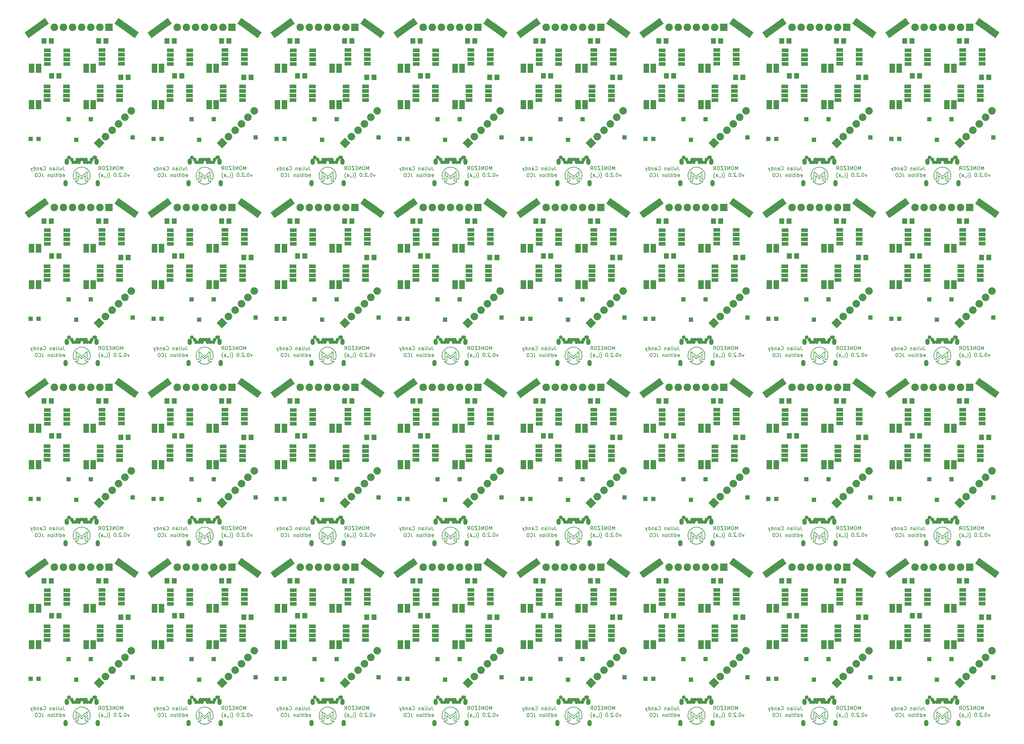
<source format=gbr>
G04 #@! TF.FileFunction,Soldermask,Bot*
%FSLAX46Y46*%
G04 Gerber Fmt 4.6, Leading zero omitted, Abs format (unit mm)*
G04 Created by KiCad (PCBNEW 4.0.7-e2-6376~58~ubuntu16.04.1) date Mon Nov 20 20:39:29 2017*
%MOMM*%
%LPD*%
G01*
G04 APERTURE LIST*
%ADD10C,0.100000*%
%ADD11C,0.200000*%
%ADD12C,0.150000*%
%ADD13R,1.950000X1.000000*%
%ADD14R,1.250000X1.250000*%
%ADD15R,1.650000X1.400000*%
%ADD16R,2.100000X2.100000*%
%ADD17O,2.100000X2.100000*%
%ADD18O,1.200000X1.800000*%
%ADD19O,1.350000X1.050000*%
%ADD20C,1.050000*%
%ADD21C,2.100000*%
%ADD22R,1.400000X1.650000*%
G04 APERTURE END LIST*
D10*
D11*
X214661333Y-159303981D02*
X214661333Y-158303981D01*
X214327999Y-159018267D01*
X213994666Y-158303981D01*
X213994666Y-159303981D01*
X213328000Y-158303981D02*
X213137523Y-158303981D01*
X213042285Y-158351600D01*
X212947047Y-158446838D01*
X212899428Y-158637314D01*
X212899428Y-158970648D01*
X212947047Y-159161124D01*
X213042285Y-159256362D01*
X213137523Y-159303981D01*
X213328000Y-159303981D01*
X213423238Y-159256362D01*
X213518476Y-159161124D01*
X213566095Y-158970648D01*
X213566095Y-158637314D01*
X213518476Y-158446838D01*
X213423238Y-158351600D01*
X213328000Y-158303981D01*
X212470857Y-159303981D02*
X212470857Y-158303981D01*
X211899428Y-159303981D01*
X211899428Y-158303981D01*
X211423238Y-158780171D02*
X211089904Y-158780171D01*
X210947047Y-159303981D02*
X211423238Y-159303981D01*
X211423238Y-158303981D01*
X210947047Y-158303981D01*
X210613714Y-158303981D02*
X209947047Y-158303981D01*
X210613714Y-159303981D01*
X209947047Y-159303981D01*
X209375619Y-158303981D02*
X209185142Y-158303981D01*
X209089904Y-158351600D01*
X208994666Y-158446838D01*
X208947047Y-158637314D01*
X208947047Y-158970648D01*
X208994666Y-159161124D01*
X209089904Y-159256362D01*
X209185142Y-159303981D01*
X209375619Y-159303981D01*
X209470857Y-159256362D01*
X209566095Y-159161124D01*
X209613714Y-158970648D01*
X209613714Y-158637314D01*
X209566095Y-158446838D01*
X209470857Y-158351600D01*
X209375619Y-158303981D01*
X207947047Y-159303981D02*
X208280381Y-158827790D01*
X208518476Y-159303981D02*
X208518476Y-158303981D01*
X208137523Y-158303981D01*
X208042285Y-158351600D01*
X207994666Y-158399219D01*
X207947047Y-158494457D01*
X207947047Y-158637314D01*
X207994666Y-158732552D01*
X208042285Y-158780171D01*
X208137523Y-158827790D01*
X208518476Y-158827790D01*
X216428152Y-160542314D02*
X216190057Y-161208981D01*
X215951961Y-160542314D01*
X215380533Y-160208981D02*
X215285294Y-160208981D01*
X215190056Y-160256600D01*
X215142437Y-160304219D01*
X215094818Y-160399457D01*
X215047199Y-160589933D01*
X215047199Y-160828029D01*
X215094818Y-161018505D01*
X215142437Y-161113743D01*
X215190056Y-161161362D01*
X215285294Y-161208981D01*
X215380533Y-161208981D01*
X215475771Y-161161362D01*
X215523390Y-161113743D01*
X215571009Y-161018505D01*
X215618628Y-160828029D01*
X215618628Y-160589933D01*
X215571009Y-160399457D01*
X215523390Y-160304219D01*
X215475771Y-160256600D01*
X215380533Y-160208981D01*
X214618628Y-161113743D02*
X214571009Y-161161362D01*
X214618628Y-161208981D01*
X214666247Y-161161362D01*
X214618628Y-161113743D01*
X214618628Y-161208981D01*
X214190057Y-160304219D02*
X214142438Y-160256600D01*
X214047200Y-160208981D01*
X213809104Y-160208981D01*
X213713866Y-160256600D01*
X213666247Y-160304219D01*
X213618628Y-160399457D01*
X213618628Y-160494695D01*
X213666247Y-160637552D01*
X214237676Y-161208981D01*
X213618628Y-161208981D01*
X213190057Y-161113743D02*
X213142438Y-161161362D01*
X213190057Y-161208981D01*
X213237676Y-161161362D01*
X213190057Y-161113743D01*
X213190057Y-161208981D01*
X212523391Y-160208981D02*
X212428152Y-160208981D01*
X212332914Y-160256600D01*
X212285295Y-160304219D01*
X212237676Y-160399457D01*
X212190057Y-160589933D01*
X212190057Y-160828029D01*
X212237676Y-161018505D01*
X212285295Y-161113743D01*
X212332914Y-161161362D01*
X212428152Y-161208981D01*
X212523391Y-161208981D01*
X212618629Y-161161362D01*
X212666248Y-161113743D01*
X212713867Y-161018505D01*
X212761486Y-160828029D01*
X212761486Y-160589933D01*
X212713867Y-160399457D01*
X212666248Y-160304219D01*
X212618629Y-160256600D01*
X212523391Y-160208981D01*
X210713866Y-161589933D02*
X210761486Y-161542314D01*
X210856724Y-161399457D01*
X210904343Y-161304219D01*
X210951962Y-161161362D01*
X210999581Y-160923267D01*
X210999581Y-160732790D01*
X210951962Y-160494695D01*
X210904343Y-160351838D01*
X210856724Y-160256600D01*
X210761486Y-160113743D01*
X210713866Y-160066124D01*
X210332914Y-161208981D02*
X210332914Y-160542314D01*
X210332914Y-160208981D02*
X210380533Y-160256600D01*
X210332914Y-160304219D01*
X210285295Y-160256600D01*
X210332914Y-160208981D01*
X210332914Y-160304219D01*
X210094819Y-161304219D02*
X209332914Y-161304219D01*
X208666247Y-161208981D02*
X208666247Y-160685171D01*
X208713866Y-160589933D01*
X208809104Y-160542314D01*
X208999581Y-160542314D01*
X209094819Y-160589933D01*
X208666247Y-161161362D02*
X208761485Y-161208981D01*
X208999581Y-161208981D01*
X209094819Y-161161362D01*
X209142438Y-161066124D01*
X209142438Y-160970886D01*
X209094819Y-160875648D01*
X208999581Y-160828029D01*
X208761485Y-160828029D01*
X208666247Y-160780410D01*
X208285295Y-161589933D02*
X208237676Y-161542314D01*
X208142438Y-161399457D01*
X208094819Y-161304219D01*
X208047200Y-161161362D01*
X207999581Y-160923267D01*
X207999581Y-160732790D01*
X208047200Y-160494695D01*
X208094819Y-160351838D01*
X208142438Y-160256600D01*
X208237676Y-160113743D01*
X208285295Y-160066124D01*
X198033733Y-158354781D02*
X198033733Y-159069067D01*
X198081353Y-159211924D01*
X198176591Y-159307162D01*
X198319448Y-159354781D01*
X198414686Y-159354781D01*
X197128971Y-158688114D02*
X197128971Y-159354781D01*
X197557543Y-158688114D02*
X197557543Y-159211924D01*
X197509924Y-159307162D01*
X197414686Y-159354781D01*
X197271828Y-159354781D01*
X197176590Y-159307162D01*
X197128971Y-159259543D01*
X196509924Y-159354781D02*
X196605162Y-159307162D01*
X196652781Y-159211924D01*
X196652781Y-158354781D01*
X196128971Y-159354781D02*
X196128971Y-158688114D01*
X196128971Y-158354781D02*
X196176590Y-158402400D01*
X196128971Y-158450019D01*
X196081352Y-158402400D01*
X196128971Y-158354781D01*
X196128971Y-158450019D01*
X195224209Y-159354781D02*
X195224209Y-158830971D01*
X195271828Y-158735733D01*
X195367066Y-158688114D01*
X195557543Y-158688114D01*
X195652781Y-158735733D01*
X195224209Y-159307162D02*
X195319447Y-159354781D01*
X195557543Y-159354781D01*
X195652781Y-159307162D01*
X195700400Y-159211924D01*
X195700400Y-159116686D01*
X195652781Y-159021448D01*
X195557543Y-158973829D01*
X195319447Y-158973829D01*
X195224209Y-158926210D01*
X194748019Y-158688114D02*
X194748019Y-159354781D01*
X194748019Y-158783352D02*
X194700400Y-158735733D01*
X194605162Y-158688114D01*
X194462304Y-158688114D01*
X194367066Y-158735733D01*
X194319447Y-158830971D01*
X194319447Y-159354781D01*
X192509923Y-159259543D02*
X192557542Y-159307162D01*
X192700399Y-159354781D01*
X192795637Y-159354781D01*
X192938495Y-159307162D01*
X193033733Y-159211924D01*
X193081352Y-159116686D01*
X193128971Y-158926210D01*
X193128971Y-158783352D01*
X193081352Y-158592876D01*
X193033733Y-158497638D01*
X192938495Y-158402400D01*
X192795637Y-158354781D01*
X192700399Y-158354781D01*
X192557542Y-158402400D01*
X192509923Y-158450019D01*
X191652780Y-159354781D02*
X191652780Y-158830971D01*
X191700399Y-158735733D01*
X191795637Y-158688114D01*
X191986114Y-158688114D01*
X192081352Y-158735733D01*
X191652780Y-159307162D02*
X191748018Y-159354781D01*
X191986114Y-159354781D01*
X192081352Y-159307162D01*
X192128971Y-159211924D01*
X192128971Y-159116686D01*
X192081352Y-159021448D01*
X191986114Y-158973829D01*
X191748018Y-158973829D01*
X191652780Y-158926210D01*
X191176590Y-158688114D02*
X191176590Y-159354781D01*
X191176590Y-158783352D02*
X191128971Y-158735733D01*
X191033733Y-158688114D01*
X190890875Y-158688114D01*
X190795637Y-158735733D01*
X190748018Y-158830971D01*
X190748018Y-159354781D01*
X189843256Y-159354781D02*
X189843256Y-158354781D01*
X189843256Y-159307162D02*
X189938494Y-159354781D01*
X190128971Y-159354781D01*
X190224209Y-159307162D01*
X190271828Y-159259543D01*
X190319447Y-159164305D01*
X190319447Y-158878590D01*
X190271828Y-158783352D01*
X190224209Y-158735733D01*
X190128971Y-158688114D01*
X189938494Y-158688114D01*
X189843256Y-158735733D01*
X189462304Y-158688114D02*
X189224209Y-159354781D01*
X188986113Y-158688114D02*
X189224209Y-159354781D01*
X189319447Y-159592876D01*
X189367066Y-159640495D01*
X189462304Y-159688114D01*
X197976666Y-161212162D02*
X198071904Y-161259781D01*
X198262381Y-161259781D01*
X198357619Y-161212162D01*
X198405238Y-161116924D01*
X198405238Y-160735971D01*
X198357619Y-160640733D01*
X198262381Y-160593114D01*
X198071904Y-160593114D01*
X197976666Y-160640733D01*
X197929047Y-160735971D01*
X197929047Y-160831210D01*
X198405238Y-160926448D01*
X197071904Y-161259781D02*
X197071904Y-160259781D01*
X197071904Y-161212162D02*
X197167142Y-161259781D01*
X197357619Y-161259781D01*
X197452857Y-161212162D01*
X197500476Y-161164543D01*
X197548095Y-161069305D01*
X197548095Y-160783590D01*
X197500476Y-160688352D01*
X197452857Y-160640733D01*
X197357619Y-160593114D01*
X197167142Y-160593114D01*
X197071904Y-160640733D01*
X196595714Y-161259781D02*
X196595714Y-160593114D01*
X196595714Y-160259781D02*
X196643333Y-160307400D01*
X196595714Y-160355019D01*
X196548095Y-160307400D01*
X196595714Y-160259781D01*
X196595714Y-160355019D01*
X196262381Y-160593114D02*
X195881429Y-160593114D01*
X196119524Y-160259781D02*
X196119524Y-161116924D01*
X196071905Y-161212162D01*
X195976667Y-161259781D01*
X195881429Y-161259781D01*
X195548095Y-161259781D02*
X195548095Y-160593114D01*
X195548095Y-160259781D02*
X195595714Y-160307400D01*
X195548095Y-160355019D01*
X195500476Y-160307400D01*
X195548095Y-160259781D01*
X195548095Y-160355019D01*
X194929048Y-161259781D02*
X195024286Y-161212162D01*
X195071905Y-161164543D01*
X195119524Y-161069305D01*
X195119524Y-160783590D01*
X195071905Y-160688352D01*
X195024286Y-160640733D01*
X194929048Y-160593114D01*
X194786190Y-160593114D01*
X194690952Y-160640733D01*
X194643333Y-160688352D01*
X194595714Y-160783590D01*
X194595714Y-161069305D01*
X194643333Y-161164543D01*
X194690952Y-161212162D01*
X194786190Y-161259781D01*
X194929048Y-161259781D01*
X194167143Y-160593114D02*
X194167143Y-161259781D01*
X194167143Y-160688352D02*
X194119524Y-160640733D01*
X194024286Y-160593114D01*
X193881428Y-160593114D01*
X193786190Y-160640733D01*
X193738571Y-160735971D01*
X193738571Y-161259781D01*
X192214761Y-160259781D02*
X192214761Y-160974067D01*
X192262381Y-161116924D01*
X192357619Y-161212162D01*
X192500476Y-161259781D01*
X192595714Y-161259781D01*
X191167142Y-161164543D02*
X191214761Y-161212162D01*
X191357618Y-161259781D01*
X191452856Y-161259781D01*
X191595714Y-161212162D01*
X191690952Y-161116924D01*
X191738571Y-161021686D01*
X191786190Y-160831210D01*
X191786190Y-160688352D01*
X191738571Y-160497876D01*
X191690952Y-160402638D01*
X191595714Y-160307400D01*
X191452856Y-160259781D01*
X191357618Y-160259781D01*
X191214761Y-160307400D01*
X191167142Y-160355019D01*
X190548095Y-160259781D02*
X190452856Y-160259781D01*
X190357618Y-160307400D01*
X190309999Y-160355019D01*
X190262380Y-160450257D01*
X190214761Y-160640733D01*
X190214761Y-160878829D01*
X190262380Y-161069305D01*
X190309999Y-161164543D01*
X190357618Y-161212162D01*
X190452856Y-161259781D01*
X190548095Y-161259781D01*
X190643333Y-161212162D01*
X190690952Y-161164543D01*
X190738571Y-161069305D01*
X190786190Y-160878829D01*
X190786190Y-160640733D01*
X190738571Y-160450257D01*
X190690952Y-160355019D01*
X190643333Y-160307400D01*
X190548095Y-160259781D01*
X180371333Y-159303981D02*
X180371333Y-158303981D01*
X180037999Y-159018267D01*
X179704666Y-158303981D01*
X179704666Y-159303981D01*
X179038000Y-158303981D02*
X178847523Y-158303981D01*
X178752285Y-158351600D01*
X178657047Y-158446838D01*
X178609428Y-158637314D01*
X178609428Y-158970648D01*
X178657047Y-159161124D01*
X178752285Y-159256362D01*
X178847523Y-159303981D01*
X179038000Y-159303981D01*
X179133238Y-159256362D01*
X179228476Y-159161124D01*
X179276095Y-158970648D01*
X179276095Y-158637314D01*
X179228476Y-158446838D01*
X179133238Y-158351600D01*
X179038000Y-158303981D01*
X178180857Y-159303981D02*
X178180857Y-158303981D01*
X177609428Y-159303981D01*
X177609428Y-158303981D01*
X177133238Y-158780171D02*
X176799904Y-158780171D01*
X176657047Y-159303981D02*
X177133238Y-159303981D01*
X177133238Y-158303981D01*
X176657047Y-158303981D01*
X176323714Y-158303981D02*
X175657047Y-158303981D01*
X176323714Y-159303981D01*
X175657047Y-159303981D01*
X175085619Y-158303981D02*
X174895142Y-158303981D01*
X174799904Y-158351600D01*
X174704666Y-158446838D01*
X174657047Y-158637314D01*
X174657047Y-158970648D01*
X174704666Y-159161124D01*
X174799904Y-159256362D01*
X174895142Y-159303981D01*
X175085619Y-159303981D01*
X175180857Y-159256362D01*
X175276095Y-159161124D01*
X175323714Y-158970648D01*
X175323714Y-158637314D01*
X175276095Y-158446838D01*
X175180857Y-158351600D01*
X175085619Y-158303981D01*
X173657047Y-159303981D02*
X173990381Y-158827790D01*
X174228476Y-159303981D02*
X174228476Y-158303981D01*
X173847523Y-158303981D01*
X173752285Y-158351600D01*
X173704666Y-158399219D01*
X173657047Y-158494457D01*
X173657047Y-158637314D01*
X173704666Y-158732552D01*
X173752285Y-158780171D01*
X173847523Y-158827790D01*
X174228476Y-158827790D01*
X182138152Y-160542314D02*
X181900057Y-161208981D01*
X181661961Y-160542314D01*
X181090533Y-160208981D02*
X180995294Y-160208981D01*
X180900056Y-160256600D01*
X180852437Y-160304219D01*
X180804818Y-160399457D01*
X180757199Y-160589933D01*
X180757199Y-160828029D01*
X180804818Y-161018505D01*
X180852437Y-161113743D01*
X180900056Y-161161362D01*
X180995294Y-161208981D01*
X181090533Y-161208981D01*
X181185771Y-161161362D01*
X181233390Y-161113743D01*
X181281009Y-161018505D01*
X181328628Y-160828029D01*
X181328628Y-160589933D01*
X181281009Y-160399457D01*
X181233390Y-160304219D01*
X181185771Y-160256600D01*
X181090533Y-160208981D01*
X180328628Y-161113743D02*
X180281009Y-161161362D01*
X180328628Y-161208981D01*
X180376247Y-161161362D01*
X180328628Y-161113743D01*
X180328628Y-161208981D01*
X179900057Y-160304219D02*
X179852438Y-160256600D01*
X179757200Y-160208981D01*
X179519104Y-160208981D01*
X179423866Y-160256600D01*
X179376247Y-160304219D01*
X179328628Y-160399457D01*
X179328628Y-160494695D01*
X179376247Y-160637552D01*
X179947676Y-161208981D01*
X179328628Y-161208981D01*
X178900057Y-161113743D02*
X178852438Y-161161362D01*
X178900057Y-161208981D01*
X178947676Y-161161362D01*
X178900057Y-161113743D01*
X178900057Y-161208981D01*
X178233391Y-160208981D02*
X178138152Y-160208981D01*
X178042914Y-160256600D01*
X177995295Y-160304219D01*
X177947676Y-160399457D01*
X177900057Y-160589933D01*
X177900057Y-160828029D01*
X177947676Y-161018505D01*
X177995295Y-161113743D01*
X178042914Y-161161362D01*
X178138152Y-161208981D01*
X178233391Y-161208981D01*
X178328629Y-161161362D01*
X178376248Y-161113743D01*
X178423867Y-161018505D01*
X178471486Y-160828029D01*
X178471486Y-160589933D01*
X178423867Y-160399457D01*
X178376248Y-160304219D01*
X178328629Y-160256600D01*
X178233391Y-160208981D01*
X176423866Y-161589933D02*
X176471486Y-161542314D01*
X176566724Y-161399457D01*
X176614343Y-161304219D01*
X176661962Y-161161362D01*
X176709581Y-160923267D01*
X176709581Y-160732790D01*
X176661962Y-160494695D01*
X176614343Y-160351838D01*
X176566724Y-160256600D01*
X176471486Y-160113743D01*
X176423866Y-160066124D01*
X176042914Y-161208981D02*
X176042914Y-160542314D01*
X176042914Y-160208981D02*
X176090533Y-160256600D01*
X176042914Y-160304219D01*
X175995295Y-160256600D01*
X176042914Y-160208981D01*
X176042914Y-160304219D01*
X175804819Y-161304219D02*
X175042914Y-161304219D01*
X174376247Y-161208981D02*
X174376247Y-160685171D01*
X174423866Y-160589933D01*
X174519104Y-160542314D01*
X174709581Y-160542314D01*
X174804819Y-160589933D01*
X174376247Y-161161362D02*
X174471485Y-161208981D01*
X174709581Y-161208981D01*
X174804819Y-161161362D01*
X174852438Y-161066124D01*
X174852438Y-160970886D01*
X174804819Y-160875648D01*
X174709581Y-160828029D01*
X174471485Y-160828029D01*
X174376247Y-160780410D01*
X173995295Y-161589933D02*
X173947676Y-161542314D01*
X173852438Y-161399457D01*
X173804819Y-161304219D01*
X173757200Y-161161362D01*
X173709581Y-160923267D01*
X173709581Y-160732790D01*
X173757200Y-160494695D01*
X173804819Y-160351838D01*
X173852438Y-160256600D01*
X173947676Y-160113743D01*
X173995295Y-160066124D01*
X163743733Y-158354781D02*
X163743733Y-159069067D01*
X163791353Y-159211924D01*
X163886591Y-159307162D01*
X164029448Y-159354781D01*
X164124686Y-159354781D01*
X162838971Y-158688114D02*
X162838971Y-159354781D01*
X163267543Y-158688114D02*
X163267543Y-159211924D01*
X163219924Y-159307162D01*
X163124686Y-159354781D01*
X162981828Y-159354781D01*
X162886590Y-159307162D01*
X162838971Y-159259543D01*
X162219924Y-159354781D02*
X162315162Y-159307162D01*
X162362781Y-159211924D01*
X162362781Y-158354781D01*
X161838971Y-159354781D02*
X161838971Y-158688114D01*
X161838971Y-158354781D02*
X161886590Y-158402400D01*
X161838971Y-158450019D01*
X161791352Y-158402400D01*
X161838971Y-158354781D01*
X161838971Y-158450019D01*
X160934209Y-159354781D02*
X160934209Y-158830971D01*
X160981828Y-158735733D01*
X161077066Y-158688114D01*
X161267543Y-158688114D01*
X161362781Y-158735733D01*
X160934209Y-159307162D02*
X161029447Y-159354781D01*
X161267543Y-159354781D01*
X161362781Y-159307162D01*
X161410400Y-159211924D01*
X161410400Y-159116686D01*
X161362781Y-159021448D01*
X161267543Y-158973829D01*
X161029447Y-158973829D01*
X160934209Y-158926210D01*
X160458019Y-158688114D02*
X160458019Y-159354781D01*
X160458019Y-158783352D02*
X160410400Y-158735733D01*
X160315162Y-158688114D01*
X160172304Y-158688114D01*
X160077066Y-158735733D01*
X160029447Y-158830971D01*
X160029447Y-159354781D01*
X158219923Y-159259543D02*
X158267542Y-159307162D01*
X158410399Y-159354781D01*
X158505637Y-159354781D01*
X158648495Y-159307162D01*
X158743733Y-159211924D01*
X158791352Y-159116686D01*
X158838971Y-158926210D01*
X158838971Y-158783352D01*
X158791352Y-158592876D01*
X158743733Y-158497638D01*
X158648495Y-158402400D01*
X158505637Y-158354781D01*
X158410399Y-158354781D01*
X158267542Y-158402400D01*
X158219923Y-158450019D01*
X157362780Y-159354781D02*
X157362780Y-158830971D01*
X157410399Y-158735733D01*
X157505637Y-158688114D01*
X157696114Y-158688114D01*
X157791352Y-158735733D01*
X157362780Y-159307162D02*
X157458018Y-159354781D01*
X157696114Y-159354781D01*
X157791352Y-159307162D01*
X157838971Y-159211924D01*
X157838971Y-159116686D01*
X157791352Y-159021448D01*
X157696114Y-158973829D01*
X157458018Y-158973829D01*
X157362780Y-158926210D01*
X156886590Y-158688114D02*
X156886590Y-159354781D01*
X156886590Y-158783352D02*
X156838971Y-158735733D01*
X156743733Y-158688114D01*
X156600875Y-158688114D01*
X156505637Y-158735733D01*
X156458018Y-158830971D01*
X156458018Y-159354781D01*
X155553256Y-159354781D02*
X155553256Y-158354781D01*
X155553256Y-159307162D02*
X155648494Y-159354781D01*
X155838971Y-159354781D01*
X155934209Y-159307162D01*
X155981828Y-159259543D01*
X156029447Y-159164305D01*
X156029447Y-158878590D01*
X155981828Y-158783352D01*
X155934209Y-158735733D01*
X155838971Y-158688114D01*
X155648494Y-158688114D01*
X155553256Y-158735733D01*
X155172304Y-158688114D02*
X154934209Y-159354781D01*
X154696113Y-158688114D02*
X154934209Y-159354781D01*
X155029447Y-159592876D01*
X155077066Y-159640495D01*
X155172304Y-159688114D01*
X163686666Y-161212162D02*
X163781904Y-161259781D01*
X163972381Y-161259781D01*
X164067619Y-161212162D01*
X164115238Y-161116924D01*
X164115238Y-160735971D01*
X164067619Y-160640733D01*
X163972381Y-160593114D01*
X163781904Y-160593114D01*
X163686666Y-160640733D01*
X163639047Y-160735971D01*
X163639047Y-160831210D01*
X164115238Y-160926448D01*
X162781904Y-161259781D02*
X162781904Y-160259781D01*
X162781904Y-161212162D02*
X162877142Y-161259781D01*
X163067619Y-161259781D01*
X163162857Y-161212162D01*
X163210476Y-161164543D01*
X163258095Y-161069305D01*
X163258095Y-160783590D01*
X163210476Y-160688352D01*
X163162857Y-160640733D01*
X163067619Y-160593114D01*
X162877142Y-160593114D01*
X162781904Y-160640733D01*
X162305714Y-161259781D02*
X162305714Y-160593114D01*
X162305714Y-160259781D02*
X162353333Y-160307400D01*
X162305714Y-160355019D01*
X162258095Y-160307400D01*
X162305714Y-160259781D01*
X162305714Y-160355019D01*
X161972381Y-160593114D02*
X161591429Y-160593114D01*
X161829524Y-160259781D02*
X161829524Y-161116924D01*
X161781905Y-161212162D01*
X161686667Y-161259781D01*
X161591429Y-161259781D01*
X161258095Y-161259781D02*
X161258095Y-160593114D01*
X161258095Y-160259781D02*
X161305714Y-160307400D01*
X161258095Y-160355019D01*
X161210476Y-160307400D01*
X161258095Y-160259781D01*
X161258095Y-160355019D01*
X160639048Y-161259781D02*
X160734286Y-161212162D01*
X160781905Y-161164543D01*
X160829524Y-161069305D01*
X160829524Y-160783590D01*
X160781905Y-160688352D01*
X160734286Y-160640733D01*
X160639048Y-160593114D01*
X160496190Y-160593114D01*
X160400952Y-160640733D01*
X160353333Y-160688352D01*
X160305714Y-160783590D01*
X160305714Y-161069305D01*
X160353333Y-161164543D01*
X160400952Y-161212162D01*
X160496190Y-161259781D01*
X160639048Y-161259781D01*
X159877143Y-160593114D02*
X159877143Y-161259781D01*
X159877143Y-160688352D02*
X159829524Y-160640733D01*
X159734286Y-160593114D01*
X159591428Y-160593114D01*
X159496190Y-160640733D01*
X159448571Y-160735971D01*
X159448571Y-161259781D01*
X157924761Y-160259781D02*
X157924761Y-160974067D01*
X157972381Y-161116924D01*
X158067619Y-161212162D01*
X158210476Y-161259781D01*
X158305714Y-161259781D01*
X156877142Y-161164543D02*
X156924761Y-161212162D01*
X157067618Y-161259781D01*
X157162856Y-161259781D01*
X157305714Y-161212162D01*
X157400952Y-161116924D01*
X157448571Y-161021686D01*
X157496190Y-160831210D01*
X157496190Y-160688352D01*
X157448571Y-160497876D01*
X157400952Y-160402638D01*
X157305714Y-160307400D01*
X157162856Y-160259781D01*
X157067618Y-160259781D01*
X156924761Y-160307400D01*
X156877142Y-160355019D01*
X156258095Y-160259781D02*
X156162856Y-160259781D01*
X156067618Y-160307400D01*
X156019999Y-160355019D01*
X155972380Y-160450257D01*
X155924761Y-160640733D01*
X155924761Y-160878829D01*
X155972380Y-161069305D01*
X156019999Y-161164543D01*
X156067618Y-161212162D01*
X156162856Y-161259781D01*
X156258095Y-161259781D01*
X156353333Y-161212162D01*
X156400952Y-161164543D01*
X156448571Y-161069305D01*
X156496190Y-160878829D01*
X156496190Y-160640733D01*
X156448571Y-160450257D01*
X156400952Y-160355019D01*
X156353333Y-160307400D01*
X156258095Y-160259781D01*
X232266666Y-161212162D02*
X232361904Y-161259781D01*
X232552381Y-161259781D01*
X232647619Y-161212162D01*
X232695238Y-161116924D01*
X232695238Y-160735971D01*
X232647619Y-160640733D01*
X232552381Y-160593114D01*
X232361904Y-160593114D01*
X232266666Y-160640733D01*
X232219047Y-160735971D01*
X232219047Y-160831210D01*
X232695238Y-160926448D01*
X231361904Y-161259781D02*
X231361904Y-160259781D01*
X231361904Y-161212162D02*
X231457142Y-161259781D01*
X231647619Y-161259781D01*
X231742857Y-161212162D01*
X231790476Y-161164543D01*
X231838095Y-161069305D01*
X231838095Y-160783590D01*
X231790476Y-160688352D01*
X231742857Y-160640733D01*
X231647619Y-160593114D01*
X231457142Y-160593114D01*
X231361904Y-160640733D01*
X230885714Y-161259781D02*
X230885714Y-160593114D01*
X230885714Y-160259781D02*
X230933333Y-160307400D01*
X230885714Y-160355019D01*
X230838095Y-160307400D01*
X230885714Y-160259781D01*
X230885714Y-160355019D01*
X230552381Y-160593114D02*
X230171429Y-160593114D01*
X230409524Y-160259781D02*
X230409524Y-161116924D01*
X230361905Y-161212162D01*
X230266667Y-161259781D01*
X230171429Y-161259781D01*
X229838095Y-161259781D02*
X229838095Y-160593114D01*
X229838095Y-160259781D02*
X229885714Y-160307400D01*
X229838095Y-160355019D01*
X229790476Y-160307400D01*
X229838095Y-160259781D01*
X229838095Y-160355019D01*
X229219048Y-161259781D02*
X229314286Y-161212162D01*
X229361905Y-161164543D01*
X229409524Y-161069305D01*
X229409524Y-160783590D01*
X229361905Y-160688352D01*
X229314286Y-160640733D01*
X229219048Y-160593114D01*
X229076190Y-160593114D01*
X228980952Y-160640733D01*
X228933333Y-160688352D01*
X228885714Y-160783590D01*
X228885714Y-161069305D01*
X228933333Y-161164543D01*
X228980952Y-161212162D01*
X229076190Y-161259781D01*
X229219048Y-161259781D01*
X228457143Y-160593114D02*
X228457143Y-161259781D01*
X228457143Y-160688352D02*
X228409524Y-160640733D01*
X228314286Y-160593114D01*
X228171428Y-160593114D01*
X228076190Y-160640733D01*
X228028571Y-160735971D01*
X228028571Y-161259781D01*
X226504761Y-160259781D02*
X226504761Y-160974067D01*
X226552381Y-161116924D01*
X226647619Y-161212162D01*
X226790476Y-161259781D01*
X226885714Y-161259781D01*
X225457142Y-161164543D02*
X225504761Y-161212162D01*
X225647618Y-161259781D01*
X225742856Y-161259781D01*
X225885714Y-161212162D01*
X225980952Y-161116924D01*
X226028571Y-161021686D01*
X226076190Y-160831210D01*
X226076190Y-160688352D01*
X226028571Y-160497876D01*
X225980952Y-160402638D01*
X225885714Y-160307400D01*
X225742856Y-160259781D01*
X225647618Y-160259781D01*
X225504761Y-160307400D01*
X225457142Y-160355019D01*
X224838095Y-160259781D02*
X224742856Y-160259781D01*
X224647618Y-160307400D01*
X224599999Y-160355019D01*
X224552380Y-160450257D01*
X224504761Y-160640733D01*
X224504761Y-160878829D01*
X224552380Y-161069305D01*
X224599999Y-161164543D01*
X224647618Y-161212162D01*
X224742856Y-161259781D01*
X224838095Y-161259781D01*
X224933333Y-161212162D01*
X224980952Y-161164543D01*
X225028571Y-161069305D01*
X225076190Y-160878829D01*
X225076190Y-160640733D01*
X225028571Y-160450257D01*
X224980952Y-160355019D01*
X224933333Y-160307400D01*
X224838095Y-160259781D01*
X232323733Y-158354781D02*
X232323733Y-159069067D01*
X232371353Y-159211924D01*
X232466591Y-159307162D01*
X232609448Y-159354781D01*
X232704686Y-159354781D01*
X231418971Y-158688114D02*
X231418971Y-159354781D01*
X231847543Y-158688114D02*
X231847543Y-159211924D01*
X231799924Y-159307162D01*
X231704686Y-159354781D01*
X231561828Y-159354781D01*
X231466590Y-159307162D01*
X231418971Y-159259543D01*
X230799924Y-159354781D02*
X230895162Y-159307162D01*
X230942781Y-159211924D01*
X230942781Y-158354781D01*
X230418971Y-159354781D02*
X230418971Y-158688114D01*
X230418971Y-158354781D02*
X230466590Y-158402400D01*
X230418971Y-158450019D01*
X230371352Y-158402400D01*
X230418971Y-158354781D01*
X230418971Y-158450019D01*
X229514209Y-159354781D02*
X229514209Y-158830971D01*
X229561828Y-158735733D01*
X229657066Y-158688114D01*
X229847543Y-158688114D01*
X229942781Y-158735733D01*
X229514209Y-159307162D02*
X229609447Y-159354781D01*
X229847543Y-159354781D01*
X229942781Y-159307162D01*
X229990400Y-159211924D01*
X229990400Y-159116686D01*
X229942781Y-159021448D01*
X229847543Y-158973829D01*
X229609447Y-158973829D01*
X229514209Y-158926210D01*
X229038019Y-158688114D02*
X229038019Y-159354781D01*
X229038019Y-158783352D02*
X228990400Y-158735733D01*
X228895162Y-158688114D01*
X228752304Y-158688114D01*
X228657066Y-158735733D01*
X228609447Y-158830971D01*
X228609447Y-159354781D01*
X226799923Y-159259543D02*
X226847542Y-159307162D01*
X226990399Y-159354781D01*
X227085637Y-159354781D01*
X227228495Y-159307162D01*
X227323733Y-159211924D01*
X227371352Y-159116686D01*
X227418971Y-158926210D01*
X227418971Y-158783352D01*
X227371352Y-158592876D01*
X227323733Y-158497638D01*
X227228495Y-158402400D01*
X227085637Y-158354781D01*
X226990399Y-158354781D01*
X226847542Y-158402400D01*
X226799923Y-158450019D01*
X225942780Y-159354781D02*
X225942780Y-158830971D01*
X225990399Y-158735733D01*
X226085637Y-158688114D01*
X226276114Y-158688114D01*
X226371352Y-158735733D01*
X225942780Y-159307162D02*
X226038018Y-159354781D01*
X226276114Y-159354781D01*
X226371352Y-159307162D01*
X226418971Y-159211924D01*
X226418971Y-159116686D01*
X226371352Y-159021448D01*
X226276114Y-158973829D01*
X226038018Y-158973829D01*
X225942780Y-158926210D01*
X225466590Y-158688114D02*
X225466590Y-159354781D01*
X225466590Y-158783352D02*
X225418971Y-158735733D01*
X225323733Y-158688114D01*
X225180875Y-158688114D01*
X225085637Y-158735733D01*
X225038018Y-158830971D01*
X225038018Y-159354781D01*
X224133256Y-159354781D02*
X224133256Y-158354781D01*
X224133256Y-159307162D02*
X224228494Y-159354781D01*
X224418971Y-159354781D01*
X224514209Y-159307162D01*
X224561828Y-159259543D01*
X224609447Y-159164305D01*
X224609447Y-158878590D01*
X224561828Y-158783352D01*
X224514209Y-158735733D01*
X224418971Y-158688114D01*
X224228494Y-158688114D01*
X224133256Y-158735733D01*
X223752304Y-158688114D02*
X223514209Y-159354781D01*
X223276113Y-158688114D02*
X223514209Y-159354781D01*
X223609447Y-159592876D01*
X223657066Y-159640495D01*
X223752304Y-159688114D01*
X250718152Y-160542314D02*
X250480057Y-161208981D01*
X250241961Y-160542314D01*
X249670533Y-160208981D02*
X249575294Y-160208981D01*
X249480056Y-160256600D01*
X249432437Y-160304219D01*
X249384818Y-160399457D01*
X249337199Y-160589933D01*
X249337199Y-160828029D01*
X249384818Y-161018505D01*
X249432437Y-161113743D01*
X249480056Y-161161362D01*
X249575294Y-161208981D01*
X249670533Y-161208981D01*
X249765771Y-161161362D01*
X249813390Y-161113743D01*
X249861009Y-161018505D01*
X249908628Y-160828029D01*
X249908628Y-160589933D01*
X249861009Y-160399457D01*
X249813390Y-160304219D01*
X249765771Y-160256600D01*
X249670533Y-160208981D01*
X248908628Y-161113743D02*
X248861009Y-161161362D01*
X248908628Y-161208981D01*
X248956247Y-161161362D01*
X248908628Y-161113743D01*
X248908628Y-161208981D01*
X248480057Y-160304219D02*
X248432438Y-160256600D01*
X248337200Y-160208981D01*
X248099104Y-160208981D01*
X248003866Y-160256600D01*
X247956247Y-160304219D01*
X247908628Y-160399457D01*
X247908628Y-160494695D01*
X247956247Y-160637552D01*
X248527676Y-161208981D01*
X247908628Y-161208981D01*
X247480057Y-161113743D02*
X247432438Y-161161362D01*
X247480057Y-161208981D01*
X247527676Y-161161362D01*
X247480057Y-161113743D01*
X247480057Y-161208981D01*
X246813391Y-160208981D02*
X246718152Y-160208981D01*
X246622914Y-160256600D01*
X246575295Y-160304219D01*
X246527676Y-160399457D01*
X246480057Y-160589933D01*
X246480057Y-160828029D01*
X246527676Y-161018505D01*
X246575295Y-161113743D01*
X246622914Y-161161362D01*
X246718152Y-161208981D01*
X246813391Y-161208981D01*
X246908629Y-161161362D01*
X246956248Y-161113743D01*
X247003867Y-161018505D01*
X247051486Y-160828029D01*
X247051486Y-160589933D01*
X247003867Y-160399457D01*
X246956248Y-160304219D01*
X246908629Y-160256600D01*
X246813391Y-160208981D01*
X245003866Y-161589933D02*
X245051486Y-161542314D01*
X245146724Y-161399457D01*
X245194343Y-161304219D01*
X245241962Y-161161362D01*
X245289581Y-160923267D01*
X245289581Y-160732790D01*
X245241962Y-160494695D01*
X245194343Y-160351838D01*
X245146724Y-160256600D01*
X245051486Y-160113743D01*
X245003866Y-160066124D01*
X244622914Y-161208981D02*
X244622914Y-160542314D01*
X244622914Y-160208981D02*
X244670533Y-160256600D01*
X244622914Y-160304219D01*
X244575295Y-160256600D01*
X244622914Y-160208981D01*
X244622914Y-160304219D01*
X244384819Y-161304219D02*
X243622914Y-161304219D01*
X242956247Y-161208981D02*
X242956247Y-160685171D01*
X243003866Y-160589933D01*
X243099104Y-160542314D01*
X243289581Y-160542314D01*
X243384819Y-160589933D01*
X242956247Y-161161362D02*
X243051485Y-161208981D01*
X243289581Y-161208981D01*
X243384819Y-161161362D01*
X243432438Y-161066124D01*
X243432438Y-160970886D01*
X243384819Y-160875648D01*
X243289581Y-160828029D01*
X243051485Y-160828029D01*
X242956247Y-160780410D01*
X242575295Y-161589933D02*
X242527676Y-161542314D01*
X242432438Y-161399457D01*
X242384819Y-161304219D01*
X242337200Y-161161362D01*
X242289581Y-160923267D01*
X242289581Y-160732790D01*
X242337200Y-160494695D01*
X242384819Y-160351838D01*
X242432438Y-160256600D01*
X242527676Y-160113743D01*
X242575295Y-160066124D01*
X248951333Y-159303981D02*
X248951333Y-158303981D01*
X248617999Y-159018267D01*
X248284666Y-158303981D01*
X248284666Y-159303981D01*
X247618000Y-158303981D02*
X247427523Y-158303981D01*
X247332285Y-158351600D01*
X247237047Y-158446838D01*
X247189428Y-158637314D01*
X247189428Y-158970648D01*
X247237047Y-159161124D01*
X247332285Y-159256362D01*
X247427523Y-159303981D01*
X247618000Y-159303981D01*
X247713238Y-159256362D01*
X247808476Y-159161124D01*
X247856095Y-158970648D01*
X247856095Y-158637314D01*
X247808476Y-158446838D01*
X247713238Y-158351600D01*
X247618000Y-158303981D01*
X246760857Y-159303981D02*
X246760857Y-158303981D01*
X246189428Y-159303981D01*
X246189428Y-158303981D01*
X245713238Y-158780171D02*
X245379904Y-158780171D01*
X245237047Y-159303981D02*
X245713238Y-159303981D01*
X245713238Y-158303981D01*
X245237047Y-158303981D01*
X244903714Y-158303981D02*
X244237047Y-158303981D01*
X244903714Y-159303981D01*
X244237047Y-159303981D01*
X243665619Y-158303981D02*
X243475142Y-158303981D01*
X243379904Y-158351600D01*
X243284666Y-158446838D01*
X243237047Y-158637314D01*
X243237047Y-158970648D01*
X243284666Y-159161124D01*
X243379904Y-159256362D01*
X243475142Y-159303981D01*
X243665619Y-159303981D01*
X243760857Y-159256362D01*
X243856095Y-159161124D01*
X243903714Y-158970648D01*
X243903714Y-158637314D01*
X243856095Y-158446838D01*
X243760857Y-158351600D01*
X243665619Y-158303981D01*
X242237047Y-159303981D02*
X242570381Y-158827790D01*
X242808476Y-159303981D02*
X242808476Y-158303981D01*
X242427523Y-158303981D01*
X242332285Y-158351600D01*
X242284666Y-158399219D01*
X242237047Y-158494457D01*
X242237047Y-158637314D01*
X242284666Y-158732552D01*
X242332285Y-158780171D01*
X242427523Y-158827790D01*
X242808476Y-158827790D01*
X266556666Y-161212162D02*
X266651904Y-161259781D01*
X266842381Y-161259781D01*
X266937619Y-161212162D01*
X266985238Y-161116924D01*
X266985238Y-160735971D01*
X266937619Y-160640733D01*
X266842381Y-160593114D01*
X266651904Y-160593114D01*
X266556666Y-160640733D01*
X266509047Y-160735971D01*
X266509047Y-160831210D01*
X266985238Y-160926448D01*
X265651904Y-161259781D02*
X265651904Y-160259781D01*
X265651904Y-161212162D02*
X265747142Y-161259781D01*
X265937619Y-161259781D01*
X266032857Y-161212162D01*
X266080476Y-161164543D01*
X266128095Y-161069305D01*
X266128095Y-160783590D01*
X266080476Y-160688352D01*
X266032857Y-160640733D01*
X265937619Y-160593114D01*
X265747142Y-160593114D01*
X265651904Y-160640733D01*
X265175714Y-161259781D02*
X265175714Y-160593114D01*
X265175714Y-160259781D02*
X265223333Y-160307400D01*
X265175714Y-160355019D01*
X265128095Y-160307400D01*
X265175714Y-160259781D01*
X265175714Y-160355019D01*
X264842381Y-160593114D02*
X264461429Y-160593114D01*
X264699524Y-160259781D02*
X264699524Y-161116924D01*
X264651905Y-161212162D01*
X264556667Y-161259781D01*
X264461429Y-161259781D01*
X264128095Y-161259781D02*
X264128095Y-160593114D01*
X264128095Y-160259781D02*
X264175714Y-160307400D01*
X264128095Y-160355019D01*
X264080476Y-160307400D01*
X264128095Y-160259781D01*
X264128095Y-160355019D01*
X263509048Y-161259781D02*
X263604286Y-161212162D01*
X263651905Y-161164543D01*
X263699524Y-161069305D01*
X263699524Y-160783590D01*
X263651905Y-160688352D01*
X263604286Y-160640733D01*
X263509048Y-160593114D01*
X263366190Y-160593114D01*
X263270952Y-160640733D01*
X263223333Y-160688352D01*
X263175714Y-160783590D01*
X263175714Y-161069305D01*
X263223333Y-161164543D01*
X263270952Y-161212162D01*
X263366190Y-161259781D01*
X263509048Y-161259781D01*
X262747143Y-160593114D02*
X262747143Y-161259781D01*
X262747143Y-160688352D02*
X262699524Y-160640733D01*
X262604286Y-160593114D01*
X262461428Y-160593114D01*
X262366190Y-160640733D01*
X262318571Y-160735971D01*
X262318571Y-161259781D01*
X260794761Y-160259781D02*
X260794761Y-160974067D01*
X260842381Y-161116924D01*
X260937619Y-161212162D01*
X261080476Y-161259781D01*
X261175714Y-161259781D01*
X259747142Y-161164543D02*
X259794761Y-161212162D01*
X259937618Y-161259781D01*
X260032856Y-161259781D01*
X260175714Y-161212162D01*
X260270952Y-161116924D01*
X260318571Y-161021686D01*
X260366190Y-160831210D01*
X260366190Y-160688352D01*
X260318571Y-160497876D01*
X260270952Y-160402638D01*
X260175714Y-160307400D01*
X260032856Y-160259781D01*
X259937618Y-160259781D01*
X259794761Y-160307400D01*
X259747142Y-160355019D01*
X259128095Y-160259781D02*
X259032856Y-160259781D01*
X258937618Y-160307400D01*
X258889999Y-160355019D01*
X258842380Y-160450257D01*
X258794761Y-160640733D01*
X258794761Y-160878829D01*
X258842380Y-161069305D01*
X258889999Y-161164543D01*
X258937618Y-161212162D01*
X259032856Y-161259781D01*
X259128095Y-161259781D01*
X259223333Y-161212162D01*
X259270952Y-161164543D01*
X259318571Y-161069305D01*
X259366190Y-160878829D01*
X259366190Y-160640733D01*
X259318571Y-160450257D01*
X259270952Y-160355019D01*
X259223333Y-160307400D01*
X259128095Y-160259781D01*
X266613733Y-158354781D02*
X266613733Y-159069067D01*
X266661353Y-159211924D01*
X266756591Y-159307162D01*
X266899448Y-159354781D01*
X266994686Y-159354781D01*
X265708971Y-158688114D02*
X265708971Y-159354781D01*
X266137543Y-158688114D02*
X266137543Y-159211924D01*
X266089924Y-159307162D01*
X265994686Y-159354781D01*
X265851828Y-159354781D01*
X265756590Y-159307162D01*
X265708971Y-159259543D01*
X265089924Y-159354781D02*
X265185162Y-159307162D01*
X265232781Y-159211924D01*
X265232781Y-158354781D01*
X264708971Y-159354781D02*
X264708971Y-158688114D01*
X264708971Y-158354781D02*
X264756590Y-158402400D01*
X264708971Y-158450019D01*
X264661352Y-158402400D01*
X264708971Y-158354781D01*
X264708971Y-158450019D01*
X263804209Y-159354781D02*
X263804209Y-158830971D01*
X263851828Y-158735733D01*
X263947066Y-158688114D01*
X264137543Y-158688114D01*
X264232781Y-158735733D01*
X263804209Y-159307162D02*
X263899447Y-159354781D01*
X264137543Y-159354781D01*
X264232781Y-159307162D01*
X264280400Y-159211924D01*
X264280400Y-159116686D01*
X264232781Y-159021448D01*
X264137543Y-158973829D01*
X263899447Y-158973829D01*
X263804209Y-158926210D01*
X263328019Y-158688114D02*
X263328019Y-159354781D01*
X263328019Y-158783352D02*
X263280400Y-158735733D01*
X263185162Y-158688114D01*
X263042304Y-158688114D01*
X262947066Y-158735733D01*
X262899447Y-158830971D01*
X262899447Y-159354781D01*
X261089923Y-159259543D02*
X261137542Y-159307162D01*
X261280399Y-159354781D01*
X261375637Y-159354781D01*
X261518495Y-159307162D01*
X261613733Y-159211924D01*
X261661352Y-159116686D01*
X261708971Y-158926210D01*
X261708971Y-158783352D01*
X261661352Y-158592876D01*
X261613733Y-158497638D01*
X261518495Y-158402400D01*
X261375637Y-158354781D01*
X261280399Y-158354781D01*
X261137542Y-158402400D01*
X261089923Y-158450019D01*
X260232780Y-159354781D02*
X260232780Y-158830971D01*
X260280399Y-158735733D01*
X260375637Y-158688114D01*
X260566114Y-158688114D01*
X260661352Y-158735733D01*
X260232780Y-159307162D02*
X260328018Y-159354781D01*
X260566114Y-159354781D01*
X260661352Y-159307162D01*
X260708971Y-159211924D01*
X260708971Y-159116686D01*
X260661352Y-159021448D01*
X260566114Y-158973829D01*
X260328018Y-158973829D01*
X260232780Y-158926210D01*
X259756590Y-158688114D02*
X259756590Y-159354781D01*
X259756590Y-158783352D02*
X259708971Y-158735733D01*
X259613733Y-158688114D01*
X259470875Y-158688114D01*
X259375637Y-158735733D01*
X259328018Y-158830971D01*
X259328018Y-159354781D01*
X258423256Y-159354781D02*
X258423256Y-158354781D01*
X258423256Y-159307162D02*
X258518494Y-159354781D01*
X258708971Y-159354781D01*
X258804209Y-159307162D01*
X258851828Y-159259543D01*
X258899447Y-159164305D01*
X258899447Y-158878590D01*
X258851828Y-158783352D01*
X258804209Y-158735733D01*
X258708971Y-158688114D01*
X258518494Y-158688114D01*
X258423256Y-158735733D01*
X258042304Y-158688114D02*
X257804209Y-159354781D01*
X257566113Y-158688114D02*
X257804209Y-159354781D01*
X257899447Y-159592876D01*
X257947066Y-159640495D01*
X258042304Y-159688114D01*
X285008152Y-160542314D02*
X284770057Y-161208981D01*
X284531961Y-160542314D01*
X283960533Y-160208981D02*
X283865294Y-160208981D01*
X283770056Y-160256600D01*
X283722437Y-160304219D01*
X283674818Y-160399457D01*
X283627199Y-160589933D01*
X283627199Y-160828029D01*
X283674818Y-161018505D01*
X283722437Y-161113743D01*
X283770056Y-161161362D01*
X283865294Y-161208981D01*
X283960533Y-161208981D01*
X284055771Y-161161362D01*
X284103390Y-161113743D01*
X284151009Y-161018505D01*
X284198628Y-160828029D01*
X284198628Y-160589933D01*
X284151009Y-160399457D01*
X284103390Y-160304219D01*
X284055771Y-160256600D01*
X283960533Y-160208981D01*
X283198628Y-161113743D02*
X283151009Y-161161362D01*
X283198628Y-161208981D01*
X283246247Y-161161362D01*
X283198628Y-161113743D01*
X283198628Y-161208981D01*
X282770057Y-160304219D02*
X282722438Y-160256600D01*
X282627200Y-160208981D01*
X282389104Y-160208981D01*
X282293866Y-160256600D01*
X282246247Y-160304219D01*
X282198628Y-160399457D01*
X282198628Y-160494695D01*
X282246247Y-160637552D01*
X282817676Y-161208981D01*
X282198628Y-161208981D01*
X281770057Y-161113743D02*
X281722438Y-161161362D01*
X281770057Y-161208981D01*
X281817676Y-161161362D01*
X281770057Y-161113743D01*
X281770057Y-161208981D01*
X281103391Y-160208981D02*
X281008152Y-160208981D01*
X280912914Y-160256600D01*
X280865295Y-160304219D01*
X280817676Y-160399457D01*
X280770057Y-160589933D01*
X280770057Y-160828029D01*
X280817676Y-161018505D01*
X280865295Y-161113743D01*
X280912914Y-161161362D01*
X281008152Y-161208981D01*
X281103391Y-161208981D01*
X281198629Y-161161362D01*
X281246248Y-161113743D01*
X281293867Y-161018505D01*
X281341486Y-160828029D01*
X281341486Y-160589933D01*
X281293867Y-160399457D01*
X281246248Y-160304219D01*
X281198629Y-160256600D01*
X281103391Y-160208981D01*
X279293866Y-161589933D02*
X279341486Y-161542314D01*
X279436724Y-161399457D01*
X279484343Y-161304219D01*
X279531962Y-161161362D01*
X279579581Y-160923267D01*
X279579581Y-160732790D01*
X279531962Y-160494695D01*
X279484343Y-160351838D01*
X279436724Y-160256600D01*
X279341486Y-160113743D01*
X279293866Y-160066124D01*
X278912914Y-161208981D02*
X278912914Y-160542314D01*
X278912914Y-160208981D02*
X278960533Y-160256600D01*
X278912914Y-160304219D01*
X278865295Y-160256600D01*
X278912914Y-160208981D01*
X278912914Y-160304219D01*
X278674819Y-161304219D02*
X277912914Y-161304219D01*
X277246247Y-161208981D02*
X277246247Y-160685171D01*
X277293866Y-160589933D01*
X277389104Y-160542314D01*
X277579581Y-160542314D01*
X277674819Y-160589933D01*
X277246247Y-161161362D02*
X277341485Y-161208981D01*
X277579581Y-161208981D01*
X277674819Y-161161362D01*
X277722438Y-161066124D01*
X277722438Y-160970886D01*
X277674819Y-160875648D01*
X277579581Y-160828029D01*
X277341485Y-160828029D01*
X277246247Y-160780410D01*
X276865295Y-161589933D02*
X276817676Y-161542314D01*
X276722438Y-161399457D01*
X276674819Y-161304219D01*
X276627200Y-161161362D01*
X276579581Y-160923267D01*
X276579581Y-160732790D01*
X276627200Y-160494695D01*
X276674819Y-160351838D01*
X276722438Y-160256600D01*
X276817676Y-160113743D01*
X276865295Y-160066124D01*
X283241333Y-159303981D02*
X283241333Y-158303981D01*
X282907999Y-159018267D01*
X282574666Y-158303981D01*
X282574666Y-159303981D01*
X281908000Y-158303981D02*
X281717523Y-158303981D01*
X281622285Y-158351600D01*
X281527047Y-158446838D01*
X281479428Y-158637314D01*
X281479428Y-158970648D01*
X281527047Y-159161124D01*
X281622285Y-159256362D01*
X281717523Y-159303981D01*
X281908000Y-159303981D01*
X282003238Y-159256362D01*
X282098476Y-159161124D01*
X282146095Y-158970648D01*
X282146095Y-158637314D01*
X282098476Y-158446838D01*
X282003238Y-158351600D01*
X281908000Y-158303981D01*
X281050857Y-159303981D02*
X281050857Y-158303981D01*
X280479428Y-159303981D01*
X280479428Y-158303981D01*
X280003238Y-158780171D02*
X279669904Y-158780171D01*
X279527047Y-159303981D02*
X280003238Y-159303981D01*
X280003238Y-158303981D01*
X279527047Y-158303981D01*
X279193714Y-158303981D02*
X278527047Y-158303981D01*
X279193714Y-159303981D01*
X278527047Y-159303981D01*
X277955619Y-158303981D02*
X277765142Y-158303981D01*
X277669904Y-158351600D01*
X277574666Y-158446838D01*
X277527047Y-158637314D01*
X277527047Y-158970648D01*
X277574666Y-159161124D01*
X277669904Y-159256362D01*
X277765142Y-159303981D01*
X277955619Y-159303981D01*
X278050857Y-159256362D01*
X278146095Y-159161124D01*
X278193714Y-158970648D01*
X278193714Y-158637314D01*
X278146095Y-158446838D01*
X278050857Y-158351600D01*
X277955619Y-158303981D01*
X276527047Y-159303981D02*
X276860381Y-158827790D01*
X277098476Y-159303981D02*
X277098476Y-158303981D01*
X276717523Y-158303981D01*
X276622285Y-158351600D01*
X276574666Y-158399219D01*
X276527047Y-158494457D01*
X276527047Y-158637314D01*
X276574666Y-158732552D01*
X276622285Y-158780171D01*
X276717523Y-158827790D01*
X277098476Y-158827790D01*
X146081333Y-159303981D02*
X146081333Y-158303981D01*
X145747999Y-159018267D01*
X145414666Y-158303981D01*
X145414666Y-159303981D01*
X144748000Y-158303981D02*
X144557523Y-158303981D01*
X144462285Y-158351600D01*
X144367047Y-158446838D01*
X144319428Y-158637314D01*
X144319428Y-158970648D01*
X144367047Y-159161124D01*
X144462285Y-159256362D01*
X144557523Y-159303981D01*
X144748000Y-159303981D01*
X144843238Y-159256362D01*
X144938476Y-159161124D01*
X144986095Y-158970648D01*
X144986095Y-158637314D01*
X144938476Y-158446838D01*
X144843238Y-158351600D01*
X144748000Y-158303981D01*
X143890857Y-159303981D02*
X143890857Y-158303981D01*
X143319428Y-159303981D01*
X143319428Y-158303981D01*
X142843238Y-158780171D02*
X142509904Y-158780171D01*
X142367047Y-159303981D02*
X142843238Y-159303981D01*
X142843238Y-158303981D01*
X142367047Y-158303981D01*
X142033714Y-158303981D02*
X141367047Y-158303981D01*
X142033714Y-159303981D01*
X141367047Y-159303981D01*
X140795619Y-158303981D02*
X140605142Y-158303981D01*
X140509904Y-158351600D01*
X140414666Y-158446838D01*
X140367047Y-158637314D01*
X140367047Y-158970648D01*
X140414666Y-159161124D01*
X140509904Y-159256362D01*
X140605142Y-159303981D01*
X140795619Y-159303981D01*
X140890857Y-159256362D01*
X140986095Y-159161124D01*
X141033714Y-158970648D01*
X141033714Y-158637314D01*
X140986095Y-158446838D01*
X140890857Y-158351600D01*
X140795619Y-158303981D01*
X139367047Y-159303981D02*
X139700381Y-158827790D01*
X139938476Y-159303981D02*
X139938476Y-158303981D01*
X139557523Y-158303981D01*
X139462285Y-158351600D01*
X139414666Y-158399219D01*
X139367047Y-158494457D01*
X139367047Y-158637314D01*
X139414666Y-158732552D01*
X139462285Y-158780171D01*
X139557523Y-158827790D01*
X139938476Y-158827790D01*
X147848152Y-160542314D02*
X147610057Y-161208981D01*
X147371961Y-160542314D01*
X146800533Y-160208981D02*
X146705294Y-160208981D01*
X146610056Y-160256600D01*
X146562437Y-160304219D01*
X146514818Y-160399457D01*
X146467199Y-160589933D01*
X146467199Y-160828029D01*
X146514818Y-161018505D01*
X146562437Y-161113743D01*
X146610056Y-161161362D01*
X146705294Y-161208981D01*
X146800533Y-161208981D01*
X146895771Y-161161362D01*
X146943390Y-161113743D01*
X146991009Y-161018505D01*
X147038628Y-160828029D01*
X147038628Y-160589933D01*
X146991009Y-160399457D01*
X146943390Y-160304219D01*
X146895771Y-160256600D01*
X146800533Y-160208981D01*
X146038628Y-161113743D02*
X145991009Y-161161362D01*
X146038628Y-161208981D01*
X146086247Y-161161362D01*
X146038628Y-161113743D01*
X146038628Y-161208981D01*
X145610057Y-160304219D02*
X145562438Y-160256600D01*
X145467200Y-160208981D01*
X145229104Y-160208981D01*
X145133866Y-160256600D01*
X145086247Y-160304219D01*
X145038628Y-160399457D01*
X145038628Y-160494695D01*
X145086247Y-160637552D01*
X145657676Y-161208981D01*
X145038628Y-161208981D01*
X144610057Y-161113743D02*
X144562438Y-161161362D01*
X144610057Y-161208981D01*
X144657676Y-161161362D01*
X144610057Y-161113743D01*
X144610057Y-161208981D01*
X143943391Y-160208981D02*
X143848152Y-160208981D01*
X143752914Y-160256600D01*
X143705295Y-160304219D01*
X143657676Y-160399457D01*
X143610057Y-160589933D01*
X143610057Y-160828029D01*
X143657676Y-161018505D01*
X143705295Y-161113743D01*
X143752914Y-161161362D01*
X143848152Y-161208981D01*
X143943391Y-161208981D01*
X144038629Y-161161362D01*
X144086248Y-161113743D01*
X144133867Y-161018505D01*
X144181486Y-160828029D01*
X144181486Y-160589933D01*
X144133867Y-160399457D01*
X144086248Y-160304219D01*
X144038629Y-160256600D01*
X143943391Y-160208981D01*
X142133866Y-161589933D02*
X142181486Y-161542314D01*
X142276724Y-161399457D01*
X142324343Y-161304219D01*
X142371962Y-161161362D01*
X142419581Y-160923267D01*
X142419581Y-160732790D01*
X142371962Y-160494695D01*
X142324343Y-160351838D01*
X142276724Y-160256600D01*
X142181486Y-160113743D01*
X142133866Y-160066124D01*
X141752914Y-161208981D02*
X141752914Y-160542314D01*
X141752914Y-160208981D02*
X141800533Y-160256600D01*
X141752914Y-160304219D01*
X141705295Y-160256600D01*
X141752914Y-160208981D01*
X141752914Y-160304219D01*
X141514819Y-161304219D02*
X140752914Y-161304219D01*
X140086247Y-161208981D02*
X140086247Y-160685171D01*
X140133866Y-160589933D01*
X140229104Y-160542314D01*
X140419581Y-160542314D01*
X140514819Y-160589933D01*
X140086247Y-161161362D02*
X140181485Y-161208981D01*
X140419581Y-161208981D01*
X140514819Y-161161362D01*
X140562438Y-161066124D01*
X140562438Y-160970886D01*
X140514819Y-160875648D01*
X140419581Y-160828029D01*
X140181485Y-160828029D01*
X140086247Y-160780410D01*
X139705295Y-161589933D02*
X139657676Y-161542314D01*
X139562438Y-161399457D01*
X139514819Y-161304219D01*
X139467200Y-161161362D01*
X139419581Y-160923267D01*
X139419581Y-160732790D01*
X139467200Y-160494695D01*
X139514819Y-160351838D01*
X139562438Y-160256600D01*
X139657676Y-160113743D01*
X139705295Y-160066124D01*
X129453733Y-158354781D02*
X129453733Y-159069067D01*
X129501353Y-159211924D01*
X129596591Y-159307162D01*
X129739448Y-159354781D01*
X129834686Y-159354781D01*
X128548971Y-158688114D02*
X128548971Y-159354781D01*
X128977543Y-158688114D02*
X128977543Y-159211924D01*
X128929924Y-159307162D01*
X128834686Y-159354781D01*
X128691828Y-159354781D01*
X128596590Y-159307162D01*
X128548971Y-159259543D01*
X127929924Y-159354781D02*
X128025162Y-159307162D01*
X128072781Y-159211924D01*
X128072781Y-158354781D01*
X127548971Y-159354781D02*
X127548971Y-158688114D01*
X127548971Y-158354781D02*
X127596590Y-158402400D01*
X127548971Y-158450019D01*
X127501352Y-158402400D01*
X127548971Y-158354781D01*
X127548971Y-158450019D01*
X126644209Y-159354781D02*
X126644209Y-158830971D01*
X126691828Y-158735733D01*
X126787066Y-158688114D01*
X126977543Y-158688114D01*
X127072781Y-158735733D01*
X126644209Y-159307162D02*
X126739447Y-159354781D01*
X126977543Y-159354781D01*
X127072781Y-159307162D01*
X127120400Y-159211924D01*
X127120400Y-159116686D01*
X127072781Y-159021448D01*
X126977543Y-158973829D01*
X126739447Y-158973829D01*
X126644209Y-158926210D01*
X126168019Y-158688114D02*
X126168019Y-159354781D01*
X126168019Y-158783352D02*
X126120400Y-158735733D01*
X126025162Y-158688114D01*
X125882304Y-158688114D01*
X125787066Y-158735733D01*
X125739447Y-158830971D01*
X125739447Y-159354781D01*
X123929923Y-159259543D02*
X123977542Y-159307162D01*
X124120399Y-159354781D01*
X124215637Y-159354781D01*
X124358495Y-159307162D01*
X124453733Y-159211924D01*
X124501352Y-159116686D01*
X124548971Y-158926210D01*
X124548971Y-158783352D01*
X124501352Y-158592876D01*
X124453733Y-158497638D01*
X124358495Y-158402400D01*
X124215637Y-158354781D01*
X124120399Y-158354781D01*
X123977542Y-158402400D01*
X123929923Y-158450019D01*
X123072780Y-159354781D02*
X123072780Y-158830971D01*
X123120399Y-158735733D01*
X123215637Y-158688114D01*
X123406114Y-158688114D01*
X123501352Y-158735733D01*
X123072780Y-159307162D02*
X123168018Y-159354781D01*
X123406114Y-159354781D01*
X123501352Y-159307162D01*
X123548971Y-159211924D01*
X123548971Y-159116686D01*
X123501352Y-159021448D01*
X123406114Y-158973829D01*
X123168018Y-158973829D01*
X123072780Y-158926210D01*
X122596590Y-158688114D02*
X122596590Y-159354781D01*
X122596590Y-158783352D02*
X122548971Y-158735733D01*
X122453733Y-158688114D01*
X122310875Y-158688114D01*
X122215637Y-158735733D01*
X122168018Y-158830971D01*
X122168018Y-159354781D01*
X121263256Y-159354781D02*
X121263256Y-158354781D01*
X121263256Y-159307162D02*
X121358494Y-159354781D01*
X121548971Y-159354781D01*
X121644209Y-159307162D01*
X121691828Y-159259543D01*
X121739447Y-159164305D01*
X121739447Y-158878590D01*
X121691828Y-158783352D01*
X121644209Y-158735733D01*
X121548971Y-158688114D01*
X121358494Y-158688114D01*
X121263256Y-158735733D01*
X120882304Y-158688114D02*
X120644209Y-159354781D01*
X120406113Y-158688114D02*
X120644209Y-159354781D01*
X120739447Y-159592876D01*
X120787066Y-159640495D01*
X120882304Y-159688114D01*
X129396666Y-161212162D02*
X129491904Y-161259781D01*
X129682381Y-161259781D01*
X129777619Y-161212162D01*
X129825238Y-161116924D01*
X129825238Y-160735971D01*
X129777619Y-160640733D01*
X129682381Y-160593114D01*
X129491904Y-160593114D01*
X129396666Y-160640733D01*
X129349047Y-160735971D01*
X129349047Y-160831210D01*
X129825238Y-160926448D01*
X128491904Y-161259781D02*
X128491904Y-160259781D01*
X128491904Y-161212162D02*
X128587142Y-161259781D01*
X128777619Y-161259781D01*
X128872857Y-161212162D01*
X128920476Y-161164543D01*
X128968095Y-161069305D01*
X128968095Y-160783590D01*
X128920476Y-160688352D01*
X128872857Y-160640733D01*
X128777619Y-160593114D01*
X128587142Y-160593114D01*
X128491904Y-160640733D01*
X128015714Y-161259781D02*
X128015714Y-160593114D01*
X128015714Y-160259781D02*
X128063333Y-160307400D01*
X128015714Y-160355019D01*
X127968095Y-160307400D01*
X128015714Y-160259781D01*
X128015714Y-160355019D01*
X127682381Y-160593114D02*
X127301429Y-160593114D01*
X127539524Y-160259781D02*
X127539524Y-161116924D01*
X127491905Y-161212162D01*
X127396667Y-161259781D01*
X127301429Y-161259781D01*
X126968095Y-161259781D02*
X126968095Y-160593114D01*
X126968095Y-160259781D02*
X127015714Y-160307400D01*
X126968095Y-160355019D01*
X126920476Y-160307400D01*
X126968095Y-160259781D01*
X126968095Y-160355019D01*
X126349048Y-161259781D02*
X126444286Y-161212162D01*
X126491905Y-161164543D01*
X126539524Y-161069305D01*
X126539524Y-160783590D01*
X126491905Y-160688352D01*
X126444286Y-160640733D01*
X126349048Y-160593114D01*
X126206190Y-160593114D01*
X126110952Y-160640733D01*
X126063333Y-160688352D01*
X126015714Y-160783590D01*
X126015714Y-161069305D01*
X126063333Y-161164543D01*
X126110952Y-161212162D01*
X126206190Y-161259781D01*
X126349048Y-161259781D01*
X125587143Y-160593114D02*
X125587143Y-161259781D01*
X125587143Y-160688352D02*
X125539524Y-160640733D01*
X125444286Y-160593114D01*
X125301428Y-160593114D01*
X125206190Y-160640733D01*
X125158571Y-160735971D01*
X125158571Y-161259781D01*
X123634761Y-160259781D02*
X123634761Y-160974067D01*
X123682381Y-161116924D01*
X123777619Y-161212162D01*
X123920476Y-161259781D01*
X124015714Y-161259781D01*
X122587142Y-161164543D02*
X122634761Y-161212162D01*
X122777618Y-161259781D01*
X122872856Y-161259781D01*
X123015714Y-161212162D01*
X123110952Y-161116924D01*
X123158571Y-161021686D01*
X123206190Y-160831210D01*
X123206190Y-160688352D01*
X123158571Y-160497876D01*
X123110952Y-160402638D01*
X123015714Y-160307400D01*
X122872856Y-160259781D01*
X122777618Y-160259781D01*
X122634761Y-160307400D01*
X122587142Y-160355019D01*
X121968095Y-160259781D02*
X121872856Y-160259781D01*
X121777618Y-160307400D01*
X121729999Y-160355019D01*
X121682380Y-160450257D01*
X121634761Y-160640733D01*
X121634761Y-160878829D01*
X121682380Y-161069305D01*
X121729999Y-161164543D01*
X121777618Y-161212162D01*
X121872856Y-161259781D01*
X121968095Y-161259781D01*
X122063333Y-161212162D01*
X122110952Y-161164543D01*
X122158571Y-161069305D01*
X122206190Y-160878829D01*
X122206190Y-160640733D01*
X122158571Y-160450257D01*
X122110952Y-160355019D01*
X122063333Y-160307400D01*
X121968095Y-160259781D01*
X111791333Y-159303981D02*
X111791333Y-158303981D01*
X111457999Y-159018267D01*
X111124666Y-158303981D01*
X111124666Y-159303981D01*
X110458000Y-158303981D02*
X110267523Y-158303981D01*
X110172285Y-158351600D01*
X110077047Y-158446838D01*
X110029428Y-158637314D01*
X110029428Y-158970648D01*
X110077047Y-159161124D01*
X110172285Y-159256362D01*
X110267523Y-159303981D01*
X110458000Y-159303981D01*
X110553238Y-159256362D01*
X110648476Y-159161124D01*
X110696095Y-158970648D01*
X110696095Y-158637314D01*
X110648476Y-158446838D01*
X110553238Y-158351600D01*
X110458000Y-158303981D01*
X109600857Y-159303981D02*
X109600857Y-158303981D01*
X109029428Y-159303981D01*
X109029428Y-158303981D01*
X108553238Y-158780171D02*
X108219904Y-158780171D01*
X108077047Y-159303981D02*
X108553238Y-159303981D01*
X108553238Y-158303981D01*
X108077047Y-158303981D01*
X107743714Y-158303981D02*
X107077047Y-158303981D01*
X107743714Y-159303981D01*
X107077047Y-159303981D01*
X106505619Y-158303981D02*
X106315142Y-158303981D01*
X106219904Y-158351600D01*
X106124666Y-158446838D01*
X106077047Y-158637314D01*
X106077047Y-158970648D01*
X106124666Y-159161124D01*
X106219904Y-159256362D01*
X106315142Y-159303981D01*
X106505619Y-159303981D01*
X106600857Y-159256362D01*
X106696095Y-159161124D01*
X106743714Y-158970648D01*
X106743714Y-158637314D01*
X106696095Y-158446838D01*
X106600857Y-158351600D01*
X106505619Y-158303981D01*
X105077047Y-159303981D02*
X105410381Y-158827790D01*
X105648476Y-159303981D02*
X105648476Y-158303981D01*
X105267523Y-158303981D01*
X105172285Y-158351600D01*
X105124666Y-158399219D01*
X105077047Y-158494457D01*
X105077047Y-158637314D01*
X105124666Y-158732552D01*
X105172285Y-158780171D01*
X105267523Y-158827790D01*
X105648476Y-158827790D01*
X113558152Y-160542314D02*
X113320057Y-161208981D01*
X113081961Y-160542314D01*
X112510533Y-160208981D02*
X112415294Y-160208981D01*
X112320056Y-160256600D01*
X112272437Y-160304219D01*
X112224818Y-160399457D01*
X112177199Y-160589933D01*
X112177199Y-160828029D01*
X112224818Y-161018505D01*
X112272437Y-161113743D01*
X112320056Y-161161362D01*
X112415294Y-161208981D01*
X112510533Y-161208981D01*
X112605771Y-161161362D01*
X112653390Y-161113743D01*
X112701009Y-161018505D01*
X112748628Y-160828029D01*
X112748628Y-160589933D01*
X112701009Y-160399457D01*
X112653390Y-160304219D01*
X112605771Y-160256600D01*
X112510533Y-160208981D01*
X111748628Y-161113743D02*
X111701009Y-161161362D01*
X111748628Y-161208981D01*
X111796247Y-161161362D01*
X111748628Y-161113743D01*
X111748628Y-161208981D01*
X111320057Y-160304219D02*
X111272438Y-160256600D01*
X111177200Y-160208981D01*
X110939104Y-160208981D01*
X110843866Y-160256600D01*
X110796247Y-160304219D01*
X110748628Y-160399457D01*
X110748628Y-160494695D01*
X110796247Y-160637552D01*
X111367676Y-161208981D01*
X110748628Y-161208981D01*
X110320057Y-161113743D02*
X110272438Y-161161362D01*
X110320057Y-161208981D01*
X110367676Y-161161362D01*
X110320057Y-161113743D01*
X110320057Y-161208981D01*
X109653391Y-160208981D02*
X109558152Y-160208981D01*
X109462914Y-160256600D01*
X109415295Y-160304219D01*
X109367676Y-160399457D01*
X109320057Y-160589933D01*
X109320057Y-160828029D01*
X109367676Y-161018505D01*
X109415295Y-161113743D01*
X109462914Y-161161362D01*
X109558152Y-161208981D01*
X109653391Y-161208981D01*
X109748629Y-161161362D01*
X109796248Y-161113743D01*
X109843867Y-161018505D01*
X109891486Y-160828029D01*
X109891486Y-160589933D01*
X109843867Y-160399457D01*
X109796248Y-160304219D01*
X109748629Y-160256600D01*
X109653391Y-160208981D01*
X107843866Y-161589933D02*
X107891486Y-161542314D01*
X107986724Y-161399457D01*
X108034343Y-161304219D01*
X108081962Y-161161362D01*
X108129581Y-160923267D01*
X108129581Y-160732790D01*
X108081962Y-160494695D01*
X108034343Y-160351838D01*
X107986724Y-160256600D01*
X107891486Y-160113743D01*
X107843866Y-160066124D01*
X107462914Y-161208981D02*
X107462914Y-160542314D01*
X107462914Y-160208981D02*
X107510533Y-160256600D01*
X107462914Y-160304219D01*
X107415295Y-160256600D01*
X107462914Y-160208981D01*
X107462914Y-160304219D01*
X107224819Y-161304219D02*
X106462914Y-161304219D01*
X105796247Y-161208981D02*
X105796247Y-160685171D01*
X105843866Y-160589933D01*
X105939104Y-160542314D01*
X106129581Y-160542314D01*
X106224819Y-160589933D01*
X105796247Y-161161362D02*
X105891485Y-161208981D01*
X106129581Y-161208981D01*
X106224819Y-161161362D01*
X106272438Y-161066124D01*
X106272438Y-160970886D01*
X106224819Y-160875648D01*
X106129581Y-160828029D01*
X105891485Y-160828029D01*
X105796247Y-160780410D01*
X105415295Y-161589933D02*
X105367676Y-161542314D01*
X105272438Y-161399457D01*
X105224819Y-161304219D01*
X105177200Y-161161362D01*
X105129581Y-160923267D01*
X105129581Y-160732790D01*
X105177200Y-160494695D01*
X105224819Y-160351838D01*
X105272438Y-160256600D01*
X105367676Y-160113743D01*
X105415295Y-160066124D01*
X95163733Y-158354781D02*
X95163733Y-159069067D01*
X95211353Y-159211924D01*
X95306591Y-159307162D01*
X95449448Y-159354781D01*
X95544686Y-159354781D01*
X94258971Y-158688114D02*
X94258971Y-159354781D01*
X94687543Y-158688114D02*
X94687543Y-159211924D01*
X94639924Y-159307162D01*
X94544686Y-159354781D01*
X94401828Y-159354781D01*
X94306590Y-159307162D01*
X94258971Y-159259543D01*
X93639924Y-159354781D02*
X93735162Y-159307162D01*
X93782781Y-159211924D01*
X93782781Y-158354781D01*
X93258971Y-159354781D02*
X93258971Y-158688114D01*
X93258971Y-158354781D02*
X93306590Y-158402400D01*
X93258971Y-158450019D01*
X93211352Y-158402400D01*
X93258971Y-158354781D01*
X93258971Y-158450019D01*
X92354209Y-159354781D02*
X92354209Y-158830971D01*
X92401828Y-158735733D01*
X92497066Y-158688114D01*
X92687543Y-158688114D01*
X92782781Y-158735733D01*
X92354209Y-159307162D02*
X92449447Y-159354781D01*
X92687543Y-159354781D01*
X92782781Y-159307162D01*
X92830400Y-159211924D01*
X92830400Y-159116686D01*
X92782781Y-159021448D01*
X92687543Y-158973829D01*
X92449447Y-158973829D01*
X92354209Y-158926210D01*
X91878019Y-158688114D02*
X91878019Y-159354781D01*
X91878019Y-158783352D02*
X91830400Y-158735733D01*
X91735162Y-158688114D01*
X91592304Y-158688114D01*
X91497066Y-158735733D01*
X91449447Y-158830971D01*
X91449447Y-159354781D01*
X89639923Y-159259543D02*
X89687542Y-159307162D01*
X89830399Y-159354781D01*
X89925637Y-159354781D01*
X90068495Y-159307162D01*
X90163733Y-159211924D01*
X90211352Y-159116686D01*
X90258971Y-158926210D01*
X90258971Y-158783352D01*
X90211352Y-158592876D01*
X90163733Y-158497638D01*
X90068495Y-158402400D01*
X89925637Y-158354781D01*
X89830399Y-158354781D01*
X89687542Y-158402400D01*
X89639923Y-158450019D01*
X88782780Y-159354781D02*
X88782780Y-158830971D01*
X88830399Y-158735733D01*
X88925637Y-158688114D01*
X89116114Y-158688114D01*
X89211352Y-158735733D01*
X88782780Y-159307162D02*
X88878018Y-159354781D01*
X89116114Y-159354781D01*
X89211352Y-159307162D01*
X89258971Y-159211924D01*
X89258971Y-159116686D01*
X89211352Y-159021448D01*
X89116114Y-158973829D01*
X88878018Y-158973829D01*
X88782780Y-158926210D01*
X88306590Y-158688114D02*
X88306590Y-159354781D01*
X88306590Y-158783352D02*
X88258971Y-158735733D01*
X88163733Y-158688114D01*
X88020875Y-158688114D01*
X87925637Y-158735733D01*
X87878018Y-158830971D01*
X87878018Y-159354781D01*
X86973256Y-159354781D02*
X86973256Y-158354781D01*
X86973256Y-159307162D02*
X87068494Y-159354781D01*
X87258971Y-159354781D01*
X87354209Y-159307162D01*
X87401828Y-159259543D01*
X87449447Y-159164305D01*
X87449447Y-158878590D01*
X87401828Y-158783352D01*
X87354209Y-158735733D01*
X87258971Y-158688114D01*
X87068494Y-158688114D01*
X86973256Y-158735733D01*
X86592304Y-158688114D02*
X86354209Y-159354781D01*
X86116113Y-158688114D02*
X86354209Y-159354781D01*
X86449447Y-159592876D01*
X86497066Y-159640495D01*
X86592304Y-159688114D01*
X95106666Y-161212162D02*
X95201904Y-161259781D01*
X95392381Y-161259781D01*
X95487619Y-161212162D01*
X95535238Y-161116924D01*
X95535238Y-160735971D01*
X95487619Y-160640733D01*
X95392381Y-160593114D01*
X95201904Y-160593114D01*
X95106666Y-160640733D01*
X95059047Y-160735971D01*
X95059047Y-160831210D01*
X95535238Y-160926448D01*
X94201904Y-161259781D02*
X94201904Y-160259781D01*
X94201904Y-161212162D02*
X94297142Y-161259781D01*
X94487619Y-161259781D01*
X94582857Y-161212162D01*
X94630476Y-161164543D01*
X94678095Y-161069305D01*
X94678095Y-160783590D01*
X94630476Y-160688352D01*
X94582857Y-160640733D01*
X94487619Y-160593114D01*
X94297142Y-160593114D01*
X94201904Y-160640733D01*
X93725714Y-161259781D02*
X93725714Y-160593114D01*
X93725714Y-160259781D02*
X93773333Y-160307400D01*
X93725714Y-160355019D01*
X93678095Y-160307400D01*
X93725714Y-160259781D01*
X93725714Y-160355019D01*
X93392381Y-160593114D02*
X93011429Y-160593114D01*
X93249524Y-160259781D02*
X93249524Y-161116924D01*
X93201905Y-161212162D01*
X93106667Y-161259781D01*
X93011429Y-161259781D01*
X92678095Y-161259781D02*
X92678095Y-160593114D01*
X92678095Y-160259781D02*
X92725714Y-160307400D01*
X92678095Y-160355019D01*
X92630476Y-160307400D01*
X92678095Y-160259781D01*
X92678095Y-160355019D01*
X92059048Y-161259781D02*
X92154286Y-161212162D01*
X92201905Y-161164543D01*
X92249524Y-161069305D01*
X92249524Y-160783590D01*
X92201905Y-160688352D01*
X92154286Y-160640733D01*
X92059048Y-160593114D01*
X91916190Y-160593114D01*
X91820952Y-160640733D01*
X91773333Y-160688352D01*
X91725714Y-160783590D01*
X91725714Y-161069305D01*
X91773333Y-161164543D01*
X91820952Y-161212162D01*
X91916190Y-161259781D01*
X92059048Y-161259781D01*
X91297143Y-160593114D02*
X91297143Y-161259781D01*
X91297143Y-160688352D02*
X91249524Y-160640733D01*
X91154286Y-160593114D01*
X91011428Y-160593114D01*
X90916190Y-160640733D01*
X90868571Y-160735971D01*
X90868571Y-161259781D01*
X89344761Y-160259781D02*
X89344761Y-160974067D01*
X89392381Y-161116924D01*
X89487619Y-161212162D01*
X89630476Y-161259781D01*
X89725714Y-161259781D01*
X88297142Y-161164543D02*
X88344761Y-161212162D01*
X88487618Y-161259781D01*
X88582856Y-161259781D01*
X88725714Y-161212162D01*
X88820952Y-161116924D01*
X88868571Y-161021686D01*
X88916190Y-160831210D01*
X88916190Y-160688352D01*
X88868571Y-160497876D01*
X88820952Y-160402638D01*
X88725714Y-160307400D01*
X88582856Y-160259781D01*
X88487618Y-160259781D01*
X88344761Y-160307400D01*
X88297142Y-160355019D01*
X87678095Y-160259781D02*
X87582856Y-160259781D01*
X87487618Y-160307400D01*
X87439999Y-160355019D01*
X87392380Y-160450257D01*
X87344761Y-160640733D01*
X87344761Y-160878829D01*
X87392380Y-161069305D01*
X87439999Y-161164543D01*
X87487618Y-161212162D01*
X87582856Y-161259781D01*
X87678095Y-161259781D01*
X87773333Y-161212162D01*
X87820952Y-161164543D01*
X87868571Y-161069305D01*
X87916190Y-160878829D01*
X87916190Y-160640733D01*
X87868571Y-160450257D01*
X87820952Y-160355019D01*
X87773333Y-160307400D01*
X87678095Y-160259781D01*
X26526666Y-161212162D02*
X26621904Y-161259781D01*
X26812381Y-161259781D01*
X26907619Y-161212162D01*
X26955238Y-161116924D01*
X26955238Y-160735971D01*
X26907619Y-160640733D01*
X26812381Y-160593114D01*
X26621904Y-160593114D01*
X26526666Y-160640733D01*
X26479047Y-160735971D01*
X26479047Y-160831210D01*
X26955238Y-160926448D01*
X25621904Y-161259781D02*
X25621904Y-160259781D01*
X25621904Y-161212162D02*
X25717142Y-161259781D01*
X25907619Y-161259781D01*
X26002857Y-161212162D01*
X26050476Y-161164543D01*
X26098095Y-161069305D01*
X26098095Y-160783590D01*
X26050476Y-160688352D01*
X26002857Y-160640733D01*
X25907619Y-160593114D01*
X25717142Y-160593114D01*
X25621904Y-160640733D01*
X25145714Y-161259781D02*
X25145714Y-160593114D01*
X25145714Y-160259781D02*
X25193333Y-160307400D01*
X25145714Y-160355019D01*
X25098095Y-160307400D01*
X25145714Y-160259781D01*
X25145714Y-160355019D01*
X24812381Y-160593114D02*
X24431429Y-160593114D01*
X24669524Y-160259781D02*
X24669524Y-161116924D01*
X24621905Y-161212162D01*
X24526667Y-161259781D01*
X24431429Y-161259781D01*
X24098095Y-161259781D02*
X24098095Y-160593114D01*
X24098095Y-160259781D02*
X24145714Y-160307400D01*
X24098095Y-160355019D01*
X24050476Y-160307400D01*
X24098095Y-160259781D01*
X24098095Y-160355019D01*
X23479048Y-161259781D02*
X23574286Y-161212162D01*
X23621905Y-161164543D01*
X23669524Y-161069305D01*
X23669524Y-160783590D01*
X23621905Y-160688352D01*
X23574286Y-160640733D01*
X23479048Y-160593114D01*
X23336190Y-160593114D01*
X23240952Y-160640733D01*
X23193333Y-160688352D01*
X23145714Y-160783590D01*
X23145714Y-161069305D01*
X23193333Y-161164543D01*
X23240952Y-161212162D01*
X23336190Y-161259781D01*
X23479048Y-161259781D01*
X22717143Y-160593114D02*
X22717143Y-161259781D01*
X22717143Y-160688352D02*
X22669524Y-160640733D01*
X22574286Y-160593114D01*
X22431428Y-160593114D01*
X22336190Y-160640733D01*
X22288571Y-160735971D01*
X22288571Y-161259781D01*
X20764761Y-160259781D02*
X20764761Y-160974067D01*
X20812381Y-161116924D01*
X20907619Y-161212162D01*
X21050476Y-161259781D01*
X21145714Y-161259781D01*
X19717142Y-161164543D02*
X19764761Y-161212162D01*
X19907618Y-161259781D01*
X20002856Y-161259781D01*
X20145714Y-161212162D01*
X20240952Y-161116924D01*
X20288571Y-161021686D01*
X20336190Y-160831210D01*
X20336190Y-160688352D01*
X20288571Y-160497876D01*
X20240952Y-160402638D01*
X20145714Y-160307400D01*
X20002856Y-160259781D01*
X19907618Y-160259781D01*
X19764761Y-160307400D01*
X19717142Y-160355019D01*
X19098095Y-160259781D02*
X19002856Y-160259781D01*
X18907618Y-160307400D01*
X18859999Y-160355019D01*
X18812380Y-160450257D01*
X18764761Y-160640733D01*
X18764761Y-160878829D01*
X18812380Y-161069305D01*
X18859999Y-161164543D01*
X18907618Y-161212162D01*
X19002856Y-161259781D01*
X19098095Y-161259781D01*
X19193333Y-161212162D01*
X19240952Y-161164543D01*
X19288571Y-161069305D01*
X19336190Y-160878829D01*
X19336190Y-160640733D01*
X19288571Y-160450257D01*
X19240952Y-160355019D01*
X19193333Y-160307400D01*
X19098095Y-160259781D01*
X26583733Y-158354781D02*
X26583733Y-159069067D01*
X26631353Y-159211924D01*
X26726591Y-159307162D01*
X26869448Y-159354781D01*
X26964686Y-159354781D01*
X25678971Y-158688114D02*
X25678971Y-159354781D01*
X26107543Y-158688114D02*
X26107543Y-159211924D01*
X26059924Y-159307162D01*
X25964686Y-159354781D01*
X25821828Y-159354781D01*
X25726590Y-159307162D01*
X25678971Y-159259543D01*
X25059924Y-159354781D02*
X25155162Y-159307162D01*
X25202781Y-159211924D01*
X25202781Y-158354781D01*
X24678971Y-159354781D02*
X24678971Y-158688114D01*
X24678971Y-158354781D02*
X24726590Y-158402400D01*
X24678971Y-158450019D01*
X24631352Y-158402400D01*
X24678971Y-158354781D01*
X24678971Y-158450019D01*
X23774209Y-159354781D02*
X23774209Y-158830971D01*
X23821828Y-158735733D01*
X23917066Y-158688114D01*
X24107543Y-158688114D01*
X24202781Y-158735733D01*
X23774209Y-159307162D02*
X23869447Y-159354781D01*
X24107543Y-159354781D01*
X24202781Y-159307162D01*
X24250400Y-159211924D01*
X24250400Y-159116686D01*
X24202781Y-159021448D01*
X24107543Y-158973829D01*
X23869447Y-158973829D01*
X23774209Y-158926210D01*
X23298019Y-158688114D02*
X23298019Y-159354781D01*
X23298019Y-158783352D02*
X23250400Y-158735733D01*
X23155162Y-158688114D01*
X23012304Y-158688114D01*
X22917066Y-158735733D01*
X22869447Y-158830971D01*
X22869447Y-159354781D01*
X21059923Y-159259543D02*
X21107542Y-159307162D01*
X21250399Y-159354781D01*
X21345637Y-159354781D01*
X21488495Y-159307162D01*
X21583733Y-159211924D01*
X21631352Y-159116686D01*
X21678971Y-158926210D01*
X21678971Y-158783352D01*
X21631352Y-158592876D01*
X21583733Y-158497638D01*
X21488495Y-158402400D01*
X21345637Y-158354781D01*
X21250399Y-158354781D01*
X21107542Y-158402400D01*
X21059923Y-158450019D01*
X20202780Y-159354781D02*
X20202780Y-158830971D01*
X20250399Y-158735733D01*
X20345637Y-158688114D01*
X20536114Y-158688114D01*
X20631352Y-158735733D01*
X20202780Y-159307162D02*
X20298018Y-159354781D01*
X20536114Y-159354781D01*
X20631352Y-159307162D01*
X20678971Y-159211924D01*
X20678971Y-159116686D01*
X20631352Y-159021448D01*
X20536114Y-158973829D01*
X20298018Y-158973829D01*
X20202780Y-158926210D01*
X19726590Y-158688114D02*
X19726590Y-159354781D01*
X19726590Y-158783352D02*
X19678971Y-158735733D01*
X19583733Y-158688114D01*
X19440875Y-158688114D01*
X19345637Y-158735733D01*
X19298018Y-158830971D01*
X19298018Y-159354781D01*
X18393256Y-159354781D02*
X18393256Y-158354781D01*
X18393256Y-159307162D02*
X18488494Y-159354781D01*
X18678971Y-159354781D01*
X18774209Y-159307162D01*
X18821828Y-159259543D01*
X18869447Y-159164305D01*
X18869447Y-158878590D01*
X18821828Y-158783352D01*
X18774209Y-158735733D01*
X18678971Y-158688114D01*
X18488494Y-158688114D01*
X18393256Y-158735733D01*
X18012304Y-158688114D02*
X17774209Y-159354781D01*
X17536113Y-158688114D02*
X17774209Y-159354781D01*
X17869447Y-159592876D01*
X17917066Y-159640495D01*
X18012304Y-159688114D01*
X44978152Y-160542314D02*
X44740057Y-161208981D01*
X44501961Y-160542314D01*
X43930533Y-160208981D02*
X43835294Y-160208981D01*
X43740056Y-160256600D01*
X43692437Y-160304219D01*
X43644818Y-160399457D01*
X43597199Y-160589933D01*
X43597199Y-160828029D01*
X43644818Y-161018505D01*
X43692437Y-161113743D01*
X43740056Y-161161362D01*
X43835294Y-161208981D01*
X43930533Y-161208981D01*
X44025771Y-161161362D01*
X44073390Y-161113743D01*
X44121009Y-161018505D01*
X44168628Y-160828029D01*
X44168628Y-160589933D01*
X44121009Y-160399457D01*
X44073390Y-160304219D01*
X44025771Y-160256600D01*
X43930533Y-160208981D01*
X43168628Y-161113743D02*
X43121009Y-161161362D01*
X43168628Y-161208981D01*
X43216247Y-161161362D01*
X43168628Y-161113743D01*
X43168628Y-161208981D01*
X42740057Y-160304219D02*
X42692438Y-160256600D01*
X42597200Y-160208981D01*
X42359104Y-160208981D01*
X42263866Y-160256600D01*
X42216247Y-160304219D01*
X42168628Y-160399457D01*
X42168628Y-160494695D01*
X42216247Y-160637552D01*
X42787676Y-161208981D01*
X42168628Y-161208981D01*
X41740057Y-161113743D02*
X41692438Y-161161362D01*
X41740057Y-161208981D01*
X41787676Y-161161362D01*
X41740057Y-161113743D01*
X41740057Y-161208981D01*
X41073391Y-160208981D02*
X40978152Y-160208981D01*
X40882914Y-160256600D01*
X40835295Y-160304219D01*
X40787676Y-160399457D01*
X40740057Y-160589933D01*
X40740057Y-160828029D01*
X40787676Y-161018505D01*
X40835295Y-161113743D01*
X40882914Y-161161362D01*
X40978152Y-161208981D01*
X41073391Y-161208981D01*
X41168629Y-161161362D01*
X41216248Y-161113743D01*
X41263867Y-161018505D01*
X41311486Y-160828029D01*
X41311486Y-160589933D01*
X41263867Y-160399457D01*
X41216248Y-160304219D01*
X41168629Y-160256600D01*
X41073391Y-160208981D01*
X39263866Y-161589933D02*
X39311486Y-161542314D01*
X39406724Y-161399457D01*
X39454343Y-161304219D01*
X39501962Y-161161362D01*
X39549581Y-160923267D01*
X39549581Y-160732790D01*
X39501962Y-160494695D01*
X39454343Y-160351838D01*
X39406724Y-160256600D01*
X39311486Y-160113743D01*
X39263866Y-160066124D01*
X38882914Y-161208981D02*
X38882914Y-160542314D01*
X38882914Y-160208981D02*
X38930533Y-160256600D01*
X38882914Y-160304219D01*
X38835295Y-160256600D01*
X38882914Y-160208981D01*
X38882914Y-160304219D01*
X38644819Y-161304219D02*
X37882914Y-161304219D01*
X37216247Y-161208981D02*
X37216247Y-160685171D01*
X37263866Y-160589933D01*
X37359104Y-160542314D01*
X37549581Y-160542314D01*
X37644819Y-160589933D01*
X37216247Y-161161362D02*
X37311485Y-161208981D01*
X37549581Y-161208981D01*
X37644819Y-161161362D01*
X37692438Y-161066124D01*
X37692438Y-160970886D01*
X37644819Y-160875648D01*
X37549581Y-160828029D01*
X37311485Y-160828029D01*
X37216247Y-160780410D01*
X36835295Y-161589933D02*
X36787676Y-161542314D01*
X36692438Y-161399457D01*
X36644819Y-161304219D01*
X36597200Y-161161362D01*
X36549581Y-160923267D01*
X36549581Y-160732790D01*
X36597200Y-160494695D01*
X36644819Y-160351838D01*
X36692438Y-160256600D01*
X36787676Y-160113743D01*
X36835295Y-160066124D01*
X43211333Y-159303981D02*
X43211333Y-158303981D01*
X42877999Y-159018267D01*
X42544666Y-158303981D01*
X42544666Y-159303981D01*
X41878000Y-158303981D02*
X41687523Y-158303981D01*
X41592285Y-158351600D01*
X41497047Y-158446838D01*
X41449428Y-158637314D01*
X41449428Y-158970648D01*
X41497047Y-159161124D01*
X41592285Y-159256362D01*
X41687523Y-159303981D01*
X41878000Y-159303981D01*
X41973238Y-159256362D01*
X42068476Y-159161124D01*
X42116095Y-158970648D01*
X42116095Y-158637314D01*
X42068476Y-158446838D01*
X41973238Y-158351600D01*
X41878000Y-158303981D01*
X41020857Y-159303981D02*
X41020857Y-158303981D01*
X40449428Y-159303981D01*
X40449428Y-158303981D01*
X39973238Y-158780171D02*
X39639904Y-158780171D01*
X39497047Y-159303981D02*
X39973238Y-159303981D01*
X39973238Y-158303981D01*
X39497047Y-158303981D01*
X39163714Y-158303981D02*
X38497047Y-158303981D01*
X39163714Y-159303981D01*
X38497047Y-159303981D01*
X37925619Y-158303981D02*
X37735142Y-158303981D01*
X37639904Y-158351600D01*
X37544666Y-158446838D01*
X37497047Y-158637314D01*
X37497047Y-158970648D01*
X37544666Y-159161124D01*
X37639904Y-159256362D01*
X37735142Y-159303981D01*
X37925619Y-159303981D01*
X38020857Y-159256362D01*
X38116095Y-159161124D01*
X38163714Y-158970648D01*
X38163714Y-158637314D01*
X38116095Y-158446838D01*
X38020857Y-158351600D01*
X37925619Y-158303981D01*
X36497047Y-159303981D02*
X36830381Y-158827790D01*
X37068476Y-159303981D02*
X37068476Y-158303981D01*
X36687523Y-158303981D01*
X36592285Y-158351600D01*
X36544666Y-158399219D01*
X36497047Y-158494457D01*
X36497047Y-158637314D01*
X36544666Y-158732552D01*
X36592285Y-158780171D01*
X36687523Y-158827790D01*
X37068476Y-158827790D01*
X60816666Y-161212162D02*
X60911904Y-161259781D01*
X61102381Y-161259781D01*
X61197619Y-161212162D01*
X61245238Y-161116924D01*
X61245238Y-160735971D01*
X61197619Y-160640733D01*
X61102381Y-160593114D01*
X60911904Y-160593114D01*
X60816666Y-160640733D01*
X60769047Y-160735971D01*
X60769047Y-160831210D01*
X61245238Y-160926448D01*
X59911904Y-161259781D02*
X59911904Y-160259781D01*
X59911904Y-161212162D02*
X60007142Y-161259781D01*
X60197619Y-161259781D01*
X60292857Y-161212162D01*
X60340476Y-161164543D01*
X60388095Y-161069305D01*
X60388095Y-160783590D01*
X60340476Y-160688352D01*
X60292857Y-160640733D01*
X60197619Y-160593114D01*
X60007142Y-160593114D01*
X59911904Y-160640733D01*
X59435714Y-161259781D02*
X59435714Y-160593114D01*
X59435714Y-160259781D02*
X59483333Y-160307400D01*
X59435714Y-160355019D01*
X59388095Y-160307400D01*
X59435714Y-160259781D01*
X59435714Y-160355019D01*
X59102381Y-160593114D02*
X58721429Y-160593114D01*
X58959524Y-160259781D02*
X58959524Y-161116924D01*
X58911905Y-161212162D01*
X58816667Y-161259781D01*
X58721429Y-161259781D01*
X58388095Y-161259781D02*
X58388095Y-160593114D01*
X58388095Y-160259781D02*
X58435714Y-160307400D01*
X58388095Y-160355019D01*
X58340476Y-160307400D01*
X58388095Y-160259781D01*
X58388095Y-160355019D01*
X57769048Y-161259781D02*
X57864286Y-161212162D01*
X57911905Y-161164543D01*
X57959524Y-161069305D01*
X57959524Y-160783590D01*
X57911905Y-160688352D01*
X57864286Y-160640733D01*
X57769048Y-160593114D01*
X57626190Y-160593114D01*
X57530952Y-160640733D01*
X57483333Y-160688352D01*
X57435714Y-160783590D01*
X57435714Y-161069305D01*
X57483333Y-161164543D01*
X57530952Y-161212162D01*
X57626190Y-161259781D01*
X57769048Y-161259781D01*
X57007143Y-160593114D02*
X57007143Y-161259781D01*
X57007143Y-160688352D02*
X56959524Y-160640733D01*
X56864286Y-160593114D01*
X56721428Y-160593114D01*
X56626190Y-160640733D01*
X56578571Y-160735971D01*
X56578571Y-161259781D01*
X55054761Y-160259781D02*
X55054761Y-160974067D01*
X55102381Y-161116924D01*
X55197619Y-161212162D01*
X55340476Y-161259781D01*
X55435714Y-161259781D01*
X54007142Y-161164543D02*
X54054761Y-161212162D01*
X54197618Y-161259781D01*
X54292856Y-161259781D01*
X54435714Y-161212162D01*
X54530952Y-161116924D01*
X54578571Y-161021686D01*
X54626190Y-160831210D01*
X54626190Y-160688352D01*
X54578571Y-160497876D01*
X54530952Y-160402638D01*
X54435714Y-160307400D01*
X54292856Y-160259781D01*
X54197618Y-160259781D01*
X54054761Y-160307400D01*
X54007142Y-160355019D01*
X53388095Y-160259781D02*
X53292856Y-160259781D01*
X53197618Y-160307400D01*
X53149999Y-160355019D01*
X53102380Y-160450257D01*
X53054761Y-160640733D01*
X53054761Y-160878829D01*
X53102380Y-161069305D01*
X53149999Y-161164543D01*
X53197618Y-161212162D01*
X53292856Y-161259781D01*
X53388095Y-161259781D01*
X53483333Y-161212162D01*
X53530952Y-161164543D01*
X53578571Y-161069305D01*
X53626190Y-160878829D01*
X53626190Y-160640733D01*
X53578571Y-160450257D01*
X53530952Y-160355019D01*
X53483333Y-160307400D01*
X53388095Y-160259781D01*
X60873733Y-158354781D02*
X60873733Y-159069067D01*
X60921353Y-159211924D01*
X61016591Y-159307162D01*
X61159448Y-159354781D01*
X61254686Y-159354781D01*
X59968971Y-158688114D02*
X59968971Y-159354781D01*
X60397543Y-158688114D02*
X60397543Y-159211924D01*
X60349924Y-159307162D01*
X60254686Y-159354781D01*
X60111828Y-159354781D01*
X60016590Y-159307162D01*
X59968971Y-159259543D01*
X59349924Y-159354781D02*
X59445162Y-159307162D01*
X59492781Y-159211924D01*
X59492781Y-158354781D01*
X58968971Y-159354781D02*
X58968971Y-158688114D01*
X58968971Y-158354781D02*
X59016590Y-158402400D01*
X58968971Y-158450019D01*
X58921352Y-158402400D01*
X58968971Y-158354781D01*
X58968971Y-158450019D01*
X58064209Y-159354781D02*
X58064209Y-158830971D01*
X58111828Y-158735733D01*
X58207066Y-158688114D01*
X58397543Y-158688114D01*
X58492781Y-158735733D01*
X58064209Y-159307162D02*
X58159447Y-159354781D01*
X58397543Y-159354781D01*
X58492781Y-159307162D01*
X58540400Y-159211924D01*
X58540400Y-159116686D01*
X58492781Y-159021448D01*
X58397543Y-158973829D01*
X58159447Y-158973829D01*
X58064209Y-158926210D01*
X57588019Y-158688114D02*
X57588019Y-159354781D01*
X57588019Y-158783352D02*
X57540400Y-158735733D01*
X57445162Y-158688114D01*
X57302304Y-158688114D01*
X57207066Y-158735733D01*
X57159447Y-158830971D01*
X57159447Y-159354781D01*
X55349923Y-159259543D02*
X55397542Y-159307162D01*
X55540399Y-159354781D01*
X55635637Y-159354781D01*
X55778495Y-159307162D01*
X55873733Y-159211924D01*
X55921352Y-159116686D01*
X55968971Y-158926210D01*
X55968971Y-158783352D01*
X55921352Y-158592876D01*
X55873733Y-158497638D01*
X55778495Y-158402400D01*
X55635637Y-158354781D01*
X55540399Y-158354781D01*
X55397542Y-158402400D01*
X55349923Y-158450019D01*
X54492780Y-159354781D02*
X54492780Y-158830971D01*
X54540399Y-158735733D01*
X54635637Y-158688114D01*
X54826114Y-158688114D01*
X54921352Y-158735733D01*
X54492780Y-159307162D02*
X54588018Y-159354781D01*
X54826114Y-159354781D01*
X54921352Y-159307162D01*
X54968971Y-159211924D01*
X54968971Y-159116686D01*
X54921352Y-159021448D01*
X54826114Y-158973829D01*
X54588018Y-158973829D01*
X54492780Y-158926210D01*
X54016590Y-158688114D02*
X54016590Y-159354781D01*
X54016590Y-158783352D02*
X53968971Y-158735733D01*
X53873733Y-158688114D01*
X53730875Y-158688114D01*
X53635637Y-158735733D01*
X53588018Y-158830971D01*
X53588018Y-159354781D01*
X52683256Y-159354781D02*
X52683256Y-158354781D01*
X52683256Y-159307162D02*
X52778494Y-159354781D01*
X52968971Y-159354781D01*
X53064209Y-159307162D01*
X53111828Y-159259543D01*
X53159447Y-159164305D01*
X53159447Y-158878590D01*
X53111828Y-158783352D01*
X53064209Y-158735733D01*
X52968971Y-158688114D01*
X52778494Y-158688114D01*
X52683256Y-158735733D01*
X52302304Y-158688114D02*
X52064209Y-159354781D01*
X51826113Y-158688114D02*
X52064209Y-159354781D01*
X52159447Y-159592876D01*
X52207066Y-159640495D01*
X52302304Y-159688114D01*
X79268152Y-160542314D02*
X79030057Y-161208981D01*
X78791961Y-160542314D01*
X78220533Y-160208981D02*
X78125294Y-160208981D01*
X78030056Y-160256600D01*
X77982437Y-160304219D01*
X77934818Y-160399457D01*
X77887199Y-160589933D01*
X77887199Y-160828029D01*
X77934818Y-161018505D01*
X77982437Y-161113743D01*
X78030056Y-161161362D01*
X78125294Y-161208981D01*
X78220533Y-161208981D01*
X78315771Y-161161362D01*
X78363390Y-161113743D01*
X78411009Y-161018505D01*
X78458628Y-160828029D01*
X78458628Y-160589933D01*
X78411009Y-160399457D01*
X78363390Y-160304219D01*
X78315771Y-160256600D01*
X78220533Y-160208981D01*
X77458628Y-161113743D02*
X77411009Y-161161362D01*
X77458628Y-161208981D01*
X77506247Y-161161362D01*
X77458628Y-161113743D01*
X77458628Y-161208981D01*
X77030057Y-160304219D02*
X76982438Y-160256600D01*
X76887200Y-160208981D01*
X76649104Y-160208981D01*
X76553866Y-160256600D01*
X76506247Y-160304219D01*
X76458628Y-160399457D01*
X76458628Y-160494695D01*
X76506247Y-160637552D01*
X77077676Y-161208981D01*
X76458628Y-161208981D01*
X76030057Y-161113743D02*
X75982438Y-161161362D01*
X76030057Y-161208981D01*
X76077676Y-161161362D01*
X76030057Y-161113743D01*
X76030057Y-161208981D01*
X75363391Y-160208981D02*
X75268152Y-160208981D01*
X75172914Y-160256600D01*
X75125295Y-160304219D01*
X75077676Y-160399457D01*
X75030057Y-160589933D01*
X75030057Y-160828029D01*
X75077676Y-161018505D01*
X75125295Y-161113743D01*
X75172914Y-161161362D01*
X75268152Y-161208981D01*
X75363391Y-161208981D01*
X75458629Y-161161362D01*
X75506248Y-161113743D01*
X75553867Y-161018505D01*
X75601486Y-160828029D01*
X75601486Y-160589933D01*
X75553867Y-160399457D01*
X75506248Y-160304219D01*
X75458629Y-160256600D01*
X75363391Y-160208981D01*
X73553866Y-161589933D02*
X73601486Y-161542314D01*
X73696724Y-161399457D01*
X73744343Y-161304219D01*
X73791962Y-161161362D01*
X73839581Y-160923267D01*
X73839581Y-160732790D01*
X73791962Y-160494695D01*
X73744343Y-160351838D01*
X73696724Y-160256600D01*
X73601486Y-160113743D01*
X73553866Y-160066124D01*
X73172914Y-161208981D02*
X73172914Y-160542314D01*
X73172914Y-160208981D02*
X73220533Y-160256600D01*
X73172914Y-160304219D01*
X73125295Y-160256600D01*
X73172914Y-160208981D01*
X73172914Y-160304219D01*
X72934819Y-161304219D02*
X72172914Y-161304219D01*
X71506247Y-161208981D02*
X71506247Y-160685171D01*
X71553866Y-160589933D01*
X71649104Y-160542314D01*
X71839581Y-160542314D01*
X71934819Y-160589933D01*
X71506247Y-161161362D02*
X71601485Y-161208981D01*
X71839581Y-161208981D01*
X71934819Y-161161362D01*
X71982438Y-161066124D01*
X71982438Y-160970886D01*
X71934819Y-160875648D01*
X71839581Y-160828029D01*
X71601485Y-160828029D01*
X71506247Y-160780410D01*
X71125295Y-161589933D02*
X71077676Y-161542314D01*
X70982438Y-161399457D01*
X70934819Y-161304219D01*
X70887200Y-161161362D01*
X70839581Y-160923267D01*
X70839581Y-160732790D01*
X70887200Y-160494695D01*
X70934819Y-160351838D01*
X70982438Y-160256600D01*
X71077676Y-160113743D01*
X71125295Y-160066124D01*
X77501333Y-159303981D02*
X77501333Y-158303981D01*
X77167999Y-159018267D01*
X76834666Y-158303981D01*
X76834666Y-159303981D01*
X76168000Y-158303981D02*
X75977523Y-158303981D01*
X75882285Y-158351600D01*
X75787047Y-158446838D01*
X75739428Y-158637314D01*
X75739428Y-158970648D01*
X75787047Y-159161124D01*
X75882285Y-159256362D01*
X75977523Y-159303981D01*
X76168000Y-159303981D01*
X76263238Y-159256362D01*
X76358476Y-159161124D01*
X76406095Y-158970648D01*
X76406095Y-158637314D01*
X76358476Y-158446838D01*
X76263238Y-158351600D01*
X76168000Y-158303981D01*
X75310857Y-159303981D02*
X75310857Y-158303981D01*
X74739428Y-159303981D01*
X74739428Y-158303981D01*
X74263238Y-158780171D02*
X73929904Y-158780171D01*
X73787047Y-159303981D02*
X74263238Y-159303981D01*
X74263238Y-158303981D01*
X73787047Y-158303981D01*
X73453714Y-158303981D02*
X72787047Y-158303981D01*
X73453714Y-159303981D01*
X72787047Y-159303981D01*
X72215619Y-158303981D02*
X72025142Y-158303981D01*
X71929904Y-158351600D01*
X71834666Y-158446838D01*
X71787047Y-158637314D01*
X71787047Y-158970648D01*
X71834666Y-159161124D01*
X71929904Y-159256362D01*
X72025142Y-159303981D01*
X72215619Y-159303981D01*
X72310857Y-159256362D01*
X72406095Y-159161124D01*
X72453714Y-158970648D01*
X72453714Y-158637314D01*
X72406095Y-158446838D01*
X72310857Y-158351600D01*
X72215619Y-158303981D01*
X70787047Y-159303981D02*
X71120381Y-158827790D01*
X71358476Y-159303981D02*
X71358476Y-158303981D01*
X70977523Y-158303981D01*
X70882285Y-158351600D01*
X70834666Y-158399219D01*
X70787047Y-158494457D01*
X70787047Y-158637314D01*
X70834666Y-158732552D01*
X70882285Y-158780171D01*
X70977523Y-158827790D01*
X71358476Y-158827790D01*
X77501333Y-209545181D02*
X77501333Y-208545181D01*
X77167999Y-209259467D01*
X76834666Y-208545181D01*
X76834666Y-209545181D01*
X76168000Y-208545181D02*
X75977523Y-208545181D01*
X75882285Y-208592800D01*
X75787047Y-208688038D01*
X75739428Y-208878514D01*
X75739428Y-209211848D01*
X75787047Y-209402324D01*
X75882285Y-209497562D01*
X75977523Y-209545181D01*
X76168000Y-209545181D01*
X76263238Y-209497562D01*
X76358476Y-209402324D01*
X76406095Y-209211848D01*
X76406095Y-208878514D01*
X76358476Y-208688038D01*
X76263238Y-208592800D01*
X76168000Y-208545181D01*
X75310857Y-209545181D02*
X75310857Y-208545181D01*
X74739428Y-209545181D01*
X74739428Y-208545181D01*
X74263238Y-209021371D02*
X73929904Y-209021371D01*
X73787047Y-209545181D02*
X74263238Y-209545181D01*
X74263238Y-208545181D01*
X73787047Y-208545181D01*
X73453714Y-208545181D02*
X72787047Y-208545181D01*
X73453714Y-209545181D01*
X72787047Y-209545181D01*
X72215619Y-208545181D02*
X72025142Y-208545181D01*
X71929904Y-208592800D01*
X71834666Y-208688038D01*
X71787047Y-208878514D01*
X71787047Y-209211848D01*
X71834666Y-209402324D01*
X71929904Y-209497562D01*
X72025142Y-209545181D01*
X72215619Y-209545181D01*
X72310857Y-209497562D01*
X72406095Y-209402324D01*
X72453714Y-209211848D01*
X72453714Y-208878514D01*
X72406095Y-208688038D01*
X72310857Y-208592800D01*
X72215619Y-208545181D01*
X70787047Y-209545181D02*
X71120381Y-209068990D01*
X71358476Y-209545181D02*
X71358476Y-208545181D01*
X70977523Y-208545181D01*
X70882285Y-208592800D01*
X70834666Y-208640419D01*
X70787047Y-208735657D01*
X70787047Y-208878514D01*
X70834666Y-208973752D01*
X70882285Y-209021371D01*
X70977523Y-209068990D01*
X71358476Y-209068990D01*
X79268152Y-210783514D02*
X79030057Y-211450181D01*
X78791961Y-210783514D01*
X78220533Y-210450181D02*
X78125294Y-210450181D01*
X78030056Y-210497800D01*
X77982437Y-210545419D01*
X77934818Y-210640657D01*
X77887199Y-210831133D01*
X77887199Y-211069229D01*
X77934818Y-211259705D01*
X77982437Y-211354943D01*
X78030056Y-211402562D01*
X78125294Y-211450181D01*
X78220533Y-211450181D01*
X78315771Y-211402562D01*
X78363390Y-211354943D01*
X78411009Y-211259705D01*
X78458628Y-211069229D01*
X78458628Y-210831133D01*
X78411009Y-210640657D01*
X78363390Y-210545419D01*
X78315771Y-210497800D01*
X78220533Y-210450181D01*
X77458628Y-211354943D02*
X77411009Y-211402562D01*
X77458628Y-211450181D01*
X77506247Y-211402562D01*
X77458628Y-211354943D01*
X77458628Y-211450181D01*
X77030057Y-210545419D02*
X76982438Y-210497800D01*
X76887200Y-210450181D01*
X76649104Y-210450181D01*
X76553866Y-210497800D01*
X76506247Y-210545419D01*
X76458628Y-210640657D01*
X76458628Y-210735895D01*
X76506247Y-210878752D01*
X77077676Y-211450181D01*
X76458628Y-211450181D01*
X76030057Y-211354943D02*
X75982438Y-211402562D01*
X76030057Y-211450181D01*
X76077676Y-211402562D01*
X76030057Y-211354943D01*
X76030057Y-211450181D01*
X75363391Y-210450181D02*
X75268152Y-210450181D01*
X75172914Y-210497800D01*
X75125295Y-210545419D01*
X75077676Y-210640657D01*
X75030057Y-210831133D01*
X75030057Y-211069229D01*
X75077676Y-211259705D01*
X75125295Y-211354943D01*
X75172914Y-211402562D01*
X75268152Y-211450181D01*
X75363391Y-211450181D01*
X75458629Y-211402562D01*
X75506248Y-211354943D01*
X75553867Y-211259705D01*
X75601486Y-211069229D01*
X75601486Y-210831133D01*
X75553867Y-210640657D01*
X75506248Y-210545419D01*
X75458629Y-210497800D01*
X75363391Y-210450181D01*
X73553866Y-211831133D02*
X73601486Y-211783514D01*
X73696724Y-211640657D01*
X73744343Y-211545419D01*
X73791962Y-211402562D01*
X73839581Y-211164467D01*
X73839581Y-210973990D01*
X73791962Y-210735895D01*
X73744343Y-210593038D01*
X73696724Y-210497800D01*
X73601486Y-210354943D01*
X73553866Y-210307324D01*
X73172914Y-211450181D02*
X73172914Y-210783514D01*
X73172914Y-210450181D02*
X73220533Y-210497800D01*
X73172914Y-210545419D01*
X73125295Y-210497800D01*
X73172914Y-210450181D01*
X73172914Y-210545419D01*
X72934819Y-211545419D02*
X72172914Y-211545419D01*
X71506247Y-211450181D02*
X71506247Y-210926371D01*
X71553866Y-210831133D01*
X71649104Y-210783514D01*
X71839581Y-210783514D01*
X71934819Y-210831133D01*
X71506247Y-211402562D02*
X71601485Y-211450181D01*
X71839581Y-211450181D01*
X71934819Y-211402562D01*
X71982438Y-211307324D01*
X71982438Y-211212086D01*
X71934819Y-211116848D01*
X71839581Y-211069229D01*
X71601485Y-211069229D01*
X71506247Y-211021610D01*
X71125295Y-211831133D02*
X71077676Y-211783514D01*
X70982438Y-211640657D01*
X70934819Y-211545419D01*
X70887200Y-211402562D01*
X70839581Y-211164467D01*
X70839581Y-210973990D01*
X70887200Y-210735895D01*
X70934819Y-210593038D01*
X70982438Y-210497800D01*
X71077676Y-210354943D01*
X71125295Y-210307324D01*
X60873733Y-208595981D02*
X60873733Y-209310267D01*
X60921353Y-209453124D01*
X61016591Y-209548362D01*
X61159448Y-209595981D01*
X61254686Y-209595981D01*
X59968971Y-208929314D02*
X59968971Y-209595981D01*
X60397543Y-208929314D02*
X60397543Y-209453124D01*
X60349924Y-209548362D01*
X60254686Y-209595981D01*
X60111828Y-209595981D01*
X60016590Y-209548362D01*
X59968971Y-209500743D01*
X59349924Y-209595981D02*
X59445162Y-209548362D01*
X59492781Y-209453124D01*
X59492781Y-208595981D01*
X58968971Y-209595981D02*
X58968971Y-208929314D01*
X58968971Y-208595981D02*
X59016590Y-208643600D01*
X58968971Y-208691219D01*
X58921352Y-208643600D01*
X58968971Y-208595981D01*
X58968971Y-208691219D01*
X58064209Y-209595981D02*
X58064209Y-209072171D01*
X58111828Y-208976933D01*
X58207066Y-208929314D01*
X58397543Y-208929314D01*
X58492781Y-208976933D01*
X58064209Y-209548362D02*
X58159447Y-209595981D01*
X58397543Y-209595981D01*
X58492781Y-209548362D01*
X58540400Y-209453124D01*
X58540400Y-209357886D01*
X58492781Y-209262648D01*
X58397543Y-209215029D01*
X58159447Y-209215029D01*
X58064209Y-209167410D01*
X57588019Y-208929314D02*
X57588019Y-209595981D01*
X57588019Y-209024552D02*
X57540400Y-208976933D01*
X57445162Y-208929314D01*
X57302304Y-208929314D01*
X57207066Y-208976933D01*
X57159447Y-209072171D01*
X57159447Y-209595981D01*
X55349923Y-209500743D02*
X55397542Y-209548362D01*
X55540399Y-209595981D01*
X55635637Y-209595981D01*
X55778495Y-209548362D01*
X55873733Y-209453124D01*
X55921352Y-209357886D01*
X55968971Y-209167410D01*
X55968971Y-209024552D01*
X55921352Y-208834076D01*
X55873733Y-208738838D01*
X55778495Y-208643600D01*
X55635637Y-208595981D01*
X55540399Y-208595981D01*
X55397542Y-208643600D01*
X55349923Y-208691219D01*
X54492780Y-209595981D02*
X54492780Y-209072171D01*
X54540399Y-208976933D01*
X54635637Y-208929314D01*
X54826114Y-208929314D01*
X54921352Y-208976933D01*
X54492780Y-209548362D02*
X54588018Y-209595981D01*
X54826114Y-209595981D01*
X54921352Y-209548362D01*
X54968971Y-209453124D01*
X54968971Y-209357886D01*
X54921352Y-209262648D01*
X54826114Y-209215029D01*
X54588018Y-209215029D01*
X54492780Y-209167410D01*
X54016590Y-208929314D02*
X54016590Y-209595981D01*
X54016590Y-209024552D02*
X53968971Y-208976933D01*
X53873733Y-208929314D01*
X53730875Y-208929314D01*
X53635637Y-208976933D01*
X53588018Y-209072171D01*
X53588018Y-209595981D01*
X52683256Y-209595981D02*
X52683256Y-208595981D01*
X52683256Y-209548362D02*
X52778494Y-209595981D01*
X52968971Y-209595981D01*
X53064209Y-209548362D01*
X53111828Y-209500743D01*
X53159447Y-209405505D01*
X53159447Y-209119790D01*
X53111828Y-209024552D01*
X53064209Y-208976933D01*
X52968971Y-208929314D01*
X52778494Y-208929314D01*
X52683256Y-208976933D01*
X52302304Y-208929314D02*
X52064209Y-209595981D01*
X51826113Y-208929314D02*
X52064209Y-209595981D01*
X52159447Y-209834076D01*
X52207066Y-209881695D01*
X52302304Y-209929314D01*
X60816666Y-211453362D02*
X60911904Y-211500981D01*
X61102381Y-211500981D01*
X61197619Y-211453362D01*
X61245238Y-211358124D01*
X61245238Y-210977171D01*
X61197619Y-210881933D01*
X61102381Y-210834314D01*
X60911904Y-210834314D01*
X60816666Y-210881933D01*
X60769047Y-210977171D01*
X60769047Y-211072410D01*
X61245238Y-211167648D01*
X59911904Y-211500981D02*
X59911904Y-210500981D01*
X59911904Y-211453362D02*
X60007142Y-211500981D01*
X60197619Y-211500981D01*
X60292857Y-211453362D01*
X60340476Y-211405743D01*
X60388095Y-211310505D01*
X60388095Y-211024790D01*
X60340476Y-210929552D01*
X60292857Y-210881933D01*
X60197619Y-210834314D01*
X60007142Y-210834314D01*
X59911904Y-210881933D01*
X59435714Y-211500981D02*
X59435714Y-210834314D01*
X59435714Y-210500981D02*
X59483333Y-210548600D01*
X59435714Y-210596219D01*
X59388095Y-210548600D01*
X59435714Y-210500981D01*
X59435714Y-210596219D01*
X59102381Y-210834314D02*
X58721429Y-210834314D01*
X58959524Y-210500981D02*
X58959524Y-211358124D01*
X58911905Y-211453362D01*
X58816667Y-211500981D01*
X58721429Y-211500981D01*
X58388095Y-211500981D02*
X58388095Y-210834314D01*
X58388095Y-210500981D02*
X58435714Y-210548600D01*
X58388095Y-210596219D01*
X58340476Y-210548600D01*
X58388095Y-210500981D01*
X58388095Y-210596219D01*
X57769048Y-211500981D02*
X57864286Y-211453362D01*
X57911905Y-211405743D01*
X57959524Y-211310505D01*
X57959524Y-211024790D01*
X57911905Y-210929552D01*
X57864286Y-210881933D01*
X57769048Y-210834314D01*
X57626190Y-210834314D01*
X57530952Y-210881933D01*
X57483333Y-210929552D01*
X57435714Y-211024790D01*
X57435714Y-211310505D01*
X57483333Y-211405743D01*
X57530952Y-211453362D01*
X57626190Y-211500981D01*
X57769048Y-211500981D01*
X57007143Y-210834314D02*
X57007143Y-211500981D01*
X57007143Y-210929552D02*
X56959524Y-210881933D01*
X56864286Y-210834314D01*
X56721428Y-210834314D01*
X56626190Y-210881933D01*
X56578571Y-210977171D01*
X56578571Y-211500981D01*
X55054761Y-210500981D02*
X55054761Y-211215267D01*
X55102381Y-211358124D01*
X55197619Y-211453362D01*
X55340476Y-211500981D01*
X55435714Y-211500981D01*
X54007142Y-211405743D02*
X54054761Y-211453362D01*
X54197618Y-211500981D01*
X54292856Y-211500981D01*
X54435714Y-211453362D01*
X54530952Y-211358124D01*
X54578571Y-211262886D01*
X54626190Y-211072410D01*
X54626190Y-210929552D01*
X54578571Y-210739076D01*
X54530952Y-210643838D01*
X54435714Y-210548600D01*
X54292856Y-210500981D01*
X54197618Y-210500981D01*
X54054761Y-210548600D01*
X54007142Y-210596219D01*
X53388095Y-210500981D02*
X53292856Y-210500981D01*
X53197618Y-210548600D01*
X53149999Y-210596219D01*
X53102380Y-210691457D01*
X53054761Y-210881933D01*
X53054761Y-211120029D01*
X53102380Y-211310505D01*
X53149999Y-211405743D01*
X53197618Y-211453362D01*
X53292856Y-211500981D01*
X53388095Y-211500981D01*
X53483333Y-211453362D01*
X53530952Y-211405743D01*
X53578571Y-211310505D01*
X53626190Y-211120029D01*
X53626190Y-210881933D01*
X53578571Y-210691457D01*
X53530952Y-210596219D01*
X53483333Y-210548600D01*
X53388095Y-210500981D01*
X43211333Y-209545181D02*
X43211333Y-208545181D01*
X42877999Y-209259467D01*
X42544666Y-208545181D01*
X42544666Y-209545181D01*
X41878000Y-208545181D02*
X41687523Y-208545181D01*
X41592285Y-208592800D01*
X41497047Y-208688038D01*
X41449428Y-208878514D01*
X41449428Y-209211848D01*
X41497047Y-209402324D01*
X41592285Y-209497562D01*
X41687523Y-209545181D01*
X41878000Y-209545181D01*
X41973238Y-209497562D01*
X42068476Y-209402324D01*
X42116095Y-209211848D01*
X42116095Y-208878514D01*
X42068476Y-208688038D01*
X41973238Y-208592800D01*
X41878000Y-208545181D01*
X41020857Y-209545181D02*
X41020857Y-208545181D01*
X40449428Y-209545181D01*
X40449428Y-208545181D01*
X39973238Y-209021371D02*
X39639904Y-209021371D01*
X39497047Y-209545181D02*
X39973238Y-209545181D01*
X39973238Y-208545181D01*
X39497047Y-208545181D01*
X39163714Y-208545181D02*
X38497047Y-208545181D01*
X39163714Y-209545181D01*
X38497047Y-209545181D01*
X37925619Y-208545181D02*
X37735142Y-208545181D01*
X37639904Y-208592800D01*
X37544666Y-208688038D01*
X37497047Y-208878514D01*
X37497047Y-209211848D01*
X37544666Y-209402324D01*
X37639904Y-209497562D01*
X37735142Y-209545181D01*
X37925619Y-209545181D01*
X38020857Y-209497562D01*
X38116095Y-209402324D01*
X38163714Y-209211848D01*
X38163714Y-208878514D01*
X38116095Y-208688038D01*
X38020857Y-208592800D01*
X37925619Y-208545181D01*
X36497047Y-209545181D02*
X36830381Y-209068990D01*
X37068476Y-209545181D02*
X37068476Y-208545181D01*
X36687523Y-208545181D01*
X36592285Y-208592800D01*
X36544666Y-208640419D01*
X36497047Y-208735657D01*
X36497047Y-208878514D01*
X36544666Y-208973752D01*
X36592285Y-209021371D01*
X36687523Y-209068990D01*
X37068476Y-209068990D01*
X44978152Y-210783514D02*
X44740057Y-211450181D01*
X44501961Y-210783514D01*
X43930533Y-210450181D02*
X43835294Y-210450181D01*
X43740056Y-210497800D01*
X43692437Y-210545419D01*
X43644818Y-210640657D01*
X43597199Y-210831133D01*
X43597199Y-211069229D01*
X43644818Y-211259705D01*
X43692437Y-211354943D01*
X43740056Y-211402562D01*
X43835294Y-211450181D01*
X43930533Y-211450181D01*
X44025771Y-211402562D01*
X44073390Y-211354943D01*
X44121009Y-211259705D01*
X44168628Y-211069229D01*
X44168628Y-210831133D01*
X44121009Y-210640657D01*
X44073390Y-210545419D01*
X44025771Y-210497800D01*
X43930533Y-210450181D01*
X43168628Y-211354943D02*
X43121009Y-211402562D01*
X43168628Y-211450181D01*
X43216247Y-211402562D01*
X43168628Y-211354943D01*
X43168628Y-211450181D01*
X42740057Y-210545419D02*
X42692438Y-210497800D01*
X42597200Y-210450181D01*
X42359104Y-210450181D01*
X42263866Y-210497800D01*
X42216247Y-210545419D01*
X42168628Y-210640657D01*
X42168628Y-210735895D01*
X42216247Y-210878752D01*
X42787676Y-211450181D01*
X42168628Y-211450181D01*
X41740057Y-211354943D02*
X41692438Y-211402562D01*
X41740057Y-211450181D01*
X41787676Y-211402562D01*
X41740057Y-211354943D01*
X41740057Y-211450181D01*
X41073391Y-210450181D02*
X40978152Y-210450181D01*
X40882914Y-210497800D01*
X40835295Y-210545419D01*
X40787676Y-210640657D01*
X40740057Y-210831133D01*
X40740057Y-211069229D01*
X40787676Y-211259705D01*
X40835295Y-211354943D01*
X40882914Y-211402562D01*
X40978152Y-211450181D01*
X41073391Y-211450181D01*
X41168629Y-211402562D01*
X41216248Y-211354943D01*
X41263867Y-211259705D01*
X41311486Y-211069229D01*
X41311486Y-210831133D01*
X41263867Y-210640657D01*
X41216248Y-210545419D01*
X41168629Y-210497800D01*
X41073391Y-210450181D01*
X39263866Y-211831133D02*
X39311486Y-211783514D01*
X39406724Y-211640657D01*
X39454343Y-211545419D01*
X39501962Y-211402562D01*
X39549581Y-211164467D01*
X39549581Y-210973990D01*
X39501962Y-210735895D01*
X39454343Y-210593038D01*
X39406724Y-210497800D01*
X39311486Y-210354943D01*
X39263866Y-210307324D01*
X38882914Y-211450181D02*
X38882914Y-210783514D01*
X38882914Y-210450181D02*
X38930533Y-210497800D01*
X38882914Y-210545419D01*
X38835295Y-210497800D01*
X38882914Y-210450181D01*
X38882914Y-210545419D01*
X38644819Y-211545419D02*
X37882914Y-211545419D01*
X37216247Y-211450181D02*
X37216247Y-210926371D01*
X37263866Y-210831133D01*
X37359104Y-210783514D01*
X37549581Y-210783514D01*
X37644819Y-210831133D01*
X37216247Y-211402562D02*
X37311485Y-211450181D01*
X37549581Y-211450181D01*
X37644819Y-211402562D01*
X37692438Y-211307324D01*
X37692438Y-211212086D01*
X37644819Y-211116848D01*
X37549581Y-211069229D01*
X37311485Y-211069229D01*
X37216247Y-211021610D01*
X36835295Y-211831133D02*
X36787676Y-211783514D01*
X36692438Y-211640657D01*
X36644819Y-211545419D01*
X36597200Y-211402562D01*
X36549581Y-211164467D01*
X36549581Y-210973990D01*
X36597200Y-210735895D01*
X36644819Y-210593038D01*
X36692438Y-210497800D01*
X36787676Y-210354943D01*
X36835295Y-210307324D01*
X26583733Y-208595981D02*
X26583733Y-209310267D01*
X26631353Y-209453124D01*
X26726591Y-209548362D01*
X26869448Y-209595981D01*
X26964686Y-209595981D01*
X25678971Y-208929314D02*
X25678971Y-209595981D01*
X26107543Y-208929314D02*
X26107543Y-209453124D01*
X26059924Y-209548362D01*
X25964686Y-209595981D01*
X25821828Y-209595981D01*
X25726590Y-209548362D01*
X25678971Y-209500743D01*
X25059924Y-209595981D02*
X25155162Y-209548362D01*
X25202781Y-209453124D01*
X25202781Y-208595981D01*
X24678971Y-209595981D02*
X24678971Y-208929314D01*
X24678971Y-208595981D02*
X24726590Y-208643600D01*
X24678971Y-208691219D01*
X24631352Y-208643600D01*
X24678971Y-208595981D01*
X24678971Y-208691219D01*
X23774209Y-209595981D02*
X23774209Y-209072171D01*
X23821828Y-208976933D01*
X23917066Y-208929314D01*
X24107543Y-208929314D01*
X24202781Y-208976933D01*
X23774209Y-209548362D02*
X23869447Y-209595981D01*
X24107543Y-209595981D01*
X24202781Y-209548362D01*
X24250400Y-209453124D01*
X24250400Y-209357886D01*
X24202781Y-209262648D01*
X24107543Y-209215029D01*
X23869447Y-209215029D01*
X23774209Y-209167410D01*
X23298019Y-208929314D02*
X23298019Y-209595981D01*
X23298019Y-209024552D02*
X23250400Y-208976933D01*
X23155162Y-208929314D01*
X23012304Y-208929314D01*
X22917066Y-208976933D01*
X22869447Y-209072171D01*
X22869447Y-209595981D01*
X21059923Y-209500743D02*
X21107542Y-209548362D01*
X21250399Y-209595981D01*
X21345637Y-209595981D01*
X21488495Y-209548362D01*
X21583733Y-209453124D01*
X21631352Y-209357886D01*
X21678971Y-209167410D01*
X21678971Y-209024552D01*
X21631352Y-208834076D01*
X21583733Y-208738838D01*
X21488495Y-208643600D01*
X21345637Y-208595981D01*
X21250399Y-208595981D01*
X21107542Y-208643600D01*
X21059923Y-208691219D01*
X20202780Y-209595981D02*
X20202780Y-209072171D01*
X20250399Y-208976933D01*
X20345637Y-208929314D01*
X20536114Y-208929314D01*
X20631352Y-208976933D01*
X20202780Y-209548362D02*
X20298018Y-209595981D01*
X20536114Y-209595981D01*
X20631352Y-209548362D01*
X20678971Y-209453124D01*
X20678971Y-209357886D01*
X20631352Y-209262648D01*
X20536114Y-209215029D01*
X20298018Y-209215029D01*
X20202780Y-209167410D01*
X19726590Y-208929314D02*
X19726590Y-209595981D01*
X19726590Y-209024552D02*
X19678971Y-208976933D01*
X19583733Y-208929314D01*
X19440875Y-208929314D01*
X19345637Y-208976933D01*
X19298018Y-209072171D01*
X19298018Y-209595981D01*
X18393256Y-209595981D02*
X18393256Y-208595981D01*
X18393256Y-209548362D02*
X18488494Y-209595981D01*
X18678971Y-209595981D01*
X18774209Y-209548362D01*
X18821828Y-209500743D01*
X18869447Y-209405505D01*
X18869447Y-209119790D01*
X18821828Y-209024552D01*
X18774209Y-208976933D01*
X18678971Y-208929314D01*
X18488494Y-208929314D01*
X18393256Y-208976933D01*
X18012304Y-208929314D02*
X17774209Y-209595981D01*
X17536113Y-208929314D02*
X17774209Y-209595981D01*
X17869447Y-209834076D01*
X17917066Y-209881695D01*
X18012304Y-209929314D01*
X26526666Y-211453362D02*
X26621904Y-211500981D01*
X26812381Y-211500981D01*
X26907619Y-211453362D01*
X26955238Y-211358124D01*
X26955238Y-210977171D01*
X26907619Y-210881933D01*
X26812381Y-210834314D01*
X26621904Y-210834314D01*
X26526666Y-210881933D01*
X26479047Y-210977171D01*
X26479047Y-211072410D01*
X26955238Y-211167648D01*
X25621904Y-211500981D02*
X25621904Y-210500981D01*
X25621904Y-211453362D02*
X25717142Y-211500981D01*
X25907619Y-211500981D01*
X26002857Y-211453362D01*
X26050476Y-211405743D01*
X26098095Y-211310505D01*
X26098095Y-211024790D01*
X26050476Y-210929552D01*
X26002857Y-210881933D01*
X25907619Y-210834314D01*
X25717142Y-210834314D01*
X25621904Y-210881933D01*
X25145714Y-211500981D02*
X25145714Y-210834314D01*
X25145714Y-210500981D02*
X25193333Y-210548600D01*
X25145714Y-210596219D01*
X25098095Y-210548600D01*
X25145714Y-210500981D01*
X25145714Y-210596219D01*
X24812381Y-210834314D02*
X24431429Y-210834314D01*
X24669524Y-210500981D02*
X24669524Y-211358124D01*
X24621905Y-211453362D01*
X24526667Y-211500981D01*
X24431429Y-211500981D01*
X24098095Y-211500981D02*
X24098095Y-210834314D01*
X24098095Y-210500981D02*
X24145714Y-210548600D01*
X24098095Y-210596219D01*
X24050476Y-210548600D01*
X24098095Y-210500981D01*
X24098095Y-210596219D01*
X23479048Y-211500981D02*
X23574286Y-211453362D01*
X23621905Y-211405743D01*
X23669524Y-211310505D01*
X23669524Y-211024790D01*
X23621905Y-210929552D01*
X23574286Y-210881933D01*
X23479048Y-210834314D01*
X23336190Y-210834314D01*
X23240952Y-210881933D01*
X23193333Y-210929552D01*
X23145714Y-211024790D01*
X23145714Y-211310505D01*
X23193333Y-211405743D01*
X23240952Y-211453362D01*
X23336190Y-211500981D01*
X23479048Y-211500981D01*
X22717143Y-210834314D02*
X22717143Y-211500981D01*
X22717143Y-210929552D02*
X22669524Y-210881933D01*
X22574286Y-210834314D01*
X22431428Y-210834314D01*
X22336190Y-210881933D01*
X22288571Y-210977171D01*
X22288571Y-211500981D01*
X20764761Y-210500981D02*
X20764761Y-211215267D01*
X20812381Y-211358124D01*
X20907619Y-211453362D01*
X21050476Y-211500981D01*
X21145714Y-211500981D01*
X19717142Y-211405743D02*
X19764761Y-211453362D01*
X19907618Y-211500981D01*
X20002856Y-211500981D01*
X20145714Y-211453362D01*
X20240952Y-211358124D01*
X20288571Y-211262886D01*
X20336190Y-211072410D01*
X20336190Y-210929552D01*
X20288571Y-210739076D01*
X20240952Y-210643838D01*
X20145714Y-210548600D01*
X20002856Y-210500981D01*
X19907618Y-210500981D01*
X19764761Y-210548600D01*
X19717142Y-210596219D01*
X19098095Y-210500981D02*
X19002856Y-210500981D01*
X18907618Y-210548600D01*
X18859999Y-210596219D01*
X18812380Y-210691457D01*
X18764761Y-210881933D01*
X18764761Y-211120029D01*
X18812380Y-211310505D01*
X18859999Y-211405743D01*
X18907618Y-211453362D01*
X19002856Y-211500981D01*
X19098095Y-211500981D01*
X19193333Y-211453362D01*
X19240952Y-211405743D01*
X19288571Y-211310505D01*
X19336190Y-211120029D01*
X19336190Y-210881933D01*
X19288571Y-210691457D01*
X19240952Y-210596219D01*
X19193333Y-210548600D01*
X19098095Y-210500981D01*
X95106666Y-211453362D02*
X95201904Y-211500981D01*
X95392381Y-211500981D01*
X95487619Y-211453362D01*
X95535238Y-211358124D01*
X95535238Y-210977171D01*
X95487619Y-210881933D01*
X95392381Y-210834314D01*
X95201904Y-210834314D01*
X95106666Y-210881933D01*
X95059047Y-210977171D01*
X95059047Y-211072410D01*
X95535238Y-211167648D01*
X94201904Y-211500981D02*
X94201904Y-210500981D01*
X94201904Y-211453362D02*
X94297142Y-211500981D01*
X94487619Y-211500981D01*
X94582857Y-211453362D01*
X94630476Y-211405743D01*
X94678095Y-211310505D01*
X94678095Y-211024790D01*
X94630476Y-210929552D01*
X94582857Y-210881933D01*
X94487619Y-210834314D01*
X94297142Y-210834314D01*
X94201904Y-210881933D01*
X93725714Y-211500981D02*
X93725714Y-210834314D01*
X93725714Y-210500981D02*
X93773333Y-210548600D01*
X93725714Y-210596219D01*
X93678095Y-210548600D01*
X93725714Y-210500981D01*
X93725714Y-210596219D01*
X93392381Y-210834314D02*
X93011429Y-210834314D01*
X93249524Y-210500981D02*
X93249524Y-211358124D01*
X93201905Y-211453362D01*
X93106667Y-211500981D01*
X93011429Y-211500981D01*
X92678095Y-211500981D02*
X92678095Y-210834314D01*
X92678095Y-210500981D02*
X92725714Y-210548600D01*
X92678095Y-210596219D01*
X92630476Y-210548600D01*
X92678095Y-210500981D01*
X92678095Y-210596219D01*
X92059048Y-211500981D02*
X92154286Y-211453362D01*
X92201905Y-211405743D01*
X92249524Y-211310505D01*
X92249524Y-211024790D01*
X92201905Y-210929552D01*
X92154286Y-210881933D01*
X92059048Y-210834314D01*
X91916190Y-210834314D01*
X91820952Y-210881933D01*
X91773333Y-210929552D01*
X91725714Y-211024790D01*
X91725714Y-211310505D01*
X91773333Y-211405743D01*
X91820952Y-211453362D01*
X91916190Y-211500981D01*
X92059048Y-211500981D01*
X91297143Y-210834314D02*
X91297143Y-211500981D01*
X91297143Y-210929552D02*
X91249524Y-210881933D01*
X91154286Y-210834314D01*
X91011428Y-210834314D01*
X90916190Y-210881933D01*
X90868571Y-210977171D01*
X90868571Y-211500981D01*
X89344761Y-210500981D02*
X89344761Y-211215267D01*
X89392381Y-211358124D01*
X89487619Y-211453362D01*
X89630476Y-211500981D01*
X89725714Y-211500981D01*
X88297142Y-211405743D02*
X88344761Y-211453362D01*
X88487618Y-211500981D01*
X88582856Y-211500981D01*
X88725714Y-211453362D01*
X88820952Y-211358124D01*
X88868571Y-211262886D01*
X88916190Y-211072410D01*
X88916190Y-210929552D01*
X88868571Y-210739076D01*
X88820952Y-210643838D01*
X88725714Y-210548600D01*
X88582856Y-210500981D01*
X88487618Y-210500981D01*
X88344761Y-210548600D01*
X88297142Y-210596219D01*
X87678095Y-210500981D02*
X87582856Y-210500981D01*
X87487618Y-210548600D01*
X87439999Y-210596219D01*
X87392380Y-210691457D01*
X87344761Y-210881933D01*
X87344761Y-211120029D01*
X87392380Y-211310505D01*
X87439999Y-211405743D01*
X87487618Y-211453362D01*
X87582856Y-211500981D01*
X87678095Y-211500981D01*
X87773333Y-211453362D01*
X87820952Y-211405743D01*
X87868571Y-211310505D01*
X87916190Y-211120029D01*
X87916190Y-210881933D01*
X87868571Y-210691457D01*
X87820952Y-210596219D01*
X87773333Y-210548600D01*
X87678095Y-210500981D01*
X95163733Y-208595981D02*
X95163733Y-209310267D01*
X95211353Y-209453124D01*
X95306591Y-209548362D01*
X95449448Y-209595981D01*
X95544686Y-209595981D01*
X94258971Y-208929314D02*
X94258971Y-209595981D01*
X94687543Y-208929314D02*
X94687543Y-209453124D01*
X94639924Y-209548362D01*
X94544686Y-209595981D01*
X94401828Y-209595981D01*
X94306590Y-209548362D01*
X94258971Y-209500743D01*
X93639924Y-209595981D02*
X93735162Y-209548362D01*
X93782781Y-209453124D01*
X93782781Y-208595981D01*
X93258971Y-209595981D02*
X93258971Y-208929314D01*
X93258971Y-208595981D02*
X93306590Y-208643600D01*
X93258971Y-208691219D01*
X93211352Y-208643600D01*
X93258971Y-208595981D01*
X93258971Y-208691219D01*
X92354209Y-209595981D02*
X92354209Y-209072171D01*
X92401828Y-208976933D01*
X92497066Y-208929314D01*
X92687543Y-208929314D01*
X92782781Y-208976933D01*
X92354209Y-209548362D02*
X92449447Y-209595981D01*
X92687543Y-209595981D01*
X92782781Y-209548362D01*
X92830400Y-209453124D01*
X92830400Y-209357886D01*
X92782781Y-209262648D01*
X92687543Y-209215029D01*
X92449447Y-209215029D01*
X92354209Y-209167410D01*
X91878019Y-208929314D02*
X91878019Y-209595981D01*
X91878019Y-209024552D02*
X91830400Y-208976933D01*
X91735162Y-208929314D01*
X91592304Y-208929314D01*
X91497066Y-208976933D01*
X91449447Y-209072171D01*
X91449447Y-209595981D01*
X89639923Y-209500743D02*
X89687542Y-209548362D01*
X89830399Y-209595981D01*
X89925637Y-209595981D01*
X90068495Y-209548362D01*
X90163733Y-209453124D01*
X90211352Y-209357886D01*
X90258971Y-209167410D01*
X90258971Y-209024552D01*
X90211352Y-208834076D01*
X90163733Y-208738838D01*
X90068495Y-208643600D01*
X89925637Y-208595981D01*
X89830399Y-208595981D01*
X89687542Y-208643600D01*
X89639923Y-208691219D01*
X88782780Y-209595981D02*
X88782780Y-209072171D01*
X88830399Y-208976933D01*
X88925637Y-208929314D01*
X89116114Y-208929314D01*
X89211352Y-208976933D01*
X88782780Y-209548362D02*
X88878018Y-209595981D01*
X89116114Y-209595981D01*
X89211352Y-209548362D01*
X89258971Y-209453124D01*
X89258971Y-209357886D01*
X89211352Y-209262648D01*
X89116114Y-209215029D01*
X88878018Y-209215029D01*
X88782780Y-209167410D01*
X88306590Y-208929314D02*
X88306590Y-209595981D01*
X88306590Y-209024552D02*
X88258971Y-208976933D01*
X88163733Y-208929314D01*
X88020875Y-208929314D01*
X87925637Y-208976933D01*
X87878018Y-209072171D01*
X87878018Y-209595981D01*
X86973256Y-209595981D02*
X86973256Y-208595981D01*
X86973256Y-209548362D02*
X87068494Y-209595981D01*
X87258971Y-209595981D01*
X87354209Y-209548362D01*
X87401828Y-209500743D01*
X87449447Y-209405505D01*
X87449447Y-209119790D01*
X87401828Y-209024552D01*
X87354209Y-208976933D01*
X87258971Y-208929314D01*
X87068494Y-208929314D01*
X86973256Y-208976933D01*
X86592304Y-208929314D02*
X86354209Y-209595981D01*
X86116113Y-208929314D02*
X86354209Y-209595981D01*
X86449447Y-209834076D01*
X86497066Y-209881695D01*
X86592304Y-209929314D01*
X113558152Y-210783514D02*
X113320057Y-211450181D01*
X113081961Y-210783514D01*
X112510533Y-210450181D02*
X112415294Y-210450181D01*
X112320056Y-210497800D01*
X112272437Y-210545419D01*
X112224818Y-210640657D01*
X112177199Y-210831133D01*
X112177199Y-211069229D01*
X112224818Y-211259705D01*
X112272437Y-211354943D01*
X112320056Y-211402562D01*
X112415294Y-211450181D01*
X112510533Y-211450181D01*
X112605771Y-211402562D01*
X112653390Y-211354943D01*
X112701009Y-211259705D01*
X112748628Y-211069229D01*
X112748628Y-210831133D01*
X112701009Y-210640657D01*
X112653390Y-210545419D01*
X112605771Y-210497800D01*
X112510533Y-210450181D01*
X111748628Y-211354943D02*
X111701009Y-211402562D01*
X111748628Y-211450181D01*
X111796247Y-211402562D01*
X111748628Y-211354943D01*
X111748628Y-211450181D01*
X111320057Y-210545419D02*
X111272438Y-210497800D01*
X111177200Y-210450181D01*
X110939104Y-210450181D01*
X110843866Y-210497800D01*
X110796247Y-210545419D01*
X110748628Y-210640657D01*
X110748628Y-210735895D01*
X110796247Y-210878752D01*
X111367676Y-211450181D01*
X110748628Y-211450181D01*
X110320057Y-211354943D02*
X110272438Y-211402562D01*
X110320057Y-211450181D01*
X110367676Y-211402562D01*
X110320057Y-211354943D01*
X110320057Y-211450181D01*
X109653391Y-210450181D02*
X109558152Y-210450181D01*
X109462914Y-210497800D01*
X109415295Y-210545419D01*
X109367676Y-210640657D01*
X109320057Y-210831133D01*
X109320057Y-211069229D01*
X109367676Y-211259705D01*
X109415295Y-211354943D01*
X109462914Y-211402562D01*
X109558152Y-211450181D01*
X109653391Y-211450181D01*
X109748629Y-211402562D01*
X109796248Y-211354943D01*
X109843867Y-211259705D01*
X109891486Y-211069229D01*
X109891486Y-210831133D01*
X109843867Y-210640657D01*
X109796248Y-210545419D01*
X109748629Y-210497800D01*
X109653391Y-210450181D01*
X107843866Y-211831133D02*
X107891486Y-211783514D01*
X107986724Y-211640657D01*
X108034343Y-211545419D01*
X108081962Y-211402562D01*
X108129581Y-211164467D01*
X108129581Y-210973990D01*
X108081962Y-210735895D01*
X108034343Y-210593038D01*
X107986724Y-210497800D01*
X107891486Y-210354943D01*
X107843866Y-210307324D01*
X107462914Y-211450181D02*
X107462914Y-210783514D01*
X107462914Y-210450181D02*
X107510533Y-210497800D01*
X107462914Y-210545419D01*
X107415295Y-210497800D01*
X107462914Y-210450181D01*
X107462914Y-210545419D01*
X107224819Y-211545419D02*
X106462914Y-211545419D01*
X105796247Y-211450181D02*
X105796247Y-210926371D01*
X105843866Y-210831133D01*
X105939104Y-210783514D01*
X106129581Y-210783514D01*
X106224819Y-210831133D01*
X105796247Y-211402562D02*
X105891485Y-211450181D01*
X106129581Y-211450181D01*
X106224819Y-211402562D01*
X106272438Y-211307324D01*
X106272438Y-211212086D01*
X106224819Y-211116848D01*
X106129581Y-211069229D01*
X105891485Y-211069229D01*
X105796247Y-211021610D01*
X105415295Y-211831133D02*
X105367676Y-211783514D01*
X105272438Y-211640657D01*
X105224819Y-211545419D01*
X105177200Y-211402562D01*
X105129581Y-211164467D01*
X105129581Y-210973990D01*
X105177200Y-210735895D01*
X105224819Y-210593038D01*
X105272438Y-210497800D01*
X105367676Y-210354943D01*
X105415295Y-210307324D01*
X111791333Y-209545181D02*
X111791333Y-208545181D01*
X111457999Y-209259467D01*
X111124666Y-208545181D01*
X111124666Y-209545181D01*
X110458000Y-208545181D02*
X110267523Y-208545181D01*
X110172285Y-208592800D01*
X110077047Y-208688038D01*
X110029428Y-208878514D01*
X110029428Y-209211848D01*
X110077047Y-209402324D01*
X110172285Y-209497562D01*
X110267523Y-209545181D01*
X110458000Y-209545181D01*
X110553238Y-209497562D01*
X110648476Y-209402324D01*
X110696095Y-209211848D01*
X110696095Y-208878514D01*
X110648476Y-208688038D01*
X110553238Y-208592800D01*
X110458000Y-208545181D01*
X109600857Y-209545181D02*
X109600857Y-208545181D01*
X109029428Y-209545181D01*
X109029428Y-208545181D01*
X108553238Y-209021371D02*
X108219904Y-209021371D01*
X108077047Y-209545181D02*
X108553238Y-209545181D01*
X108553238Y-208545181D01*
X108077047Y-208545181D01*
X107743714Y-208545181D02*
X107077047Y-208545181D01*
X107743714Y-209545181D01*
X107077047Y-209545181D01*
X106505619Y-208545181D02*
X106315142Y-208545181D01*
X106219904Y-208592800D01*
X106124666Y-208688038D01*
X106077047Y-208878514D01*
X106077047Y-209211848D01*
X106124666Y-209402324D01*
X106219904Y-209497562D01*
X106315142Y-209545181D01*
X106505619Y-209545181D01*
X106600857Y-209497562D01*
X106696095Y-209402324D01*
X106743714Y-209211848D01*
X106743714Y-208878514D01*
X106696095Y-208688038D01*
X106600857Y-208592800D01*
X106505619Y-208545181D01*
X105077047Y-209545181D02*
X105410381Y-209068990D01*
X105648476Y-209545181D02*
X105648476Y-208545181D01*
X105267523Y-208545181D01*
X105172285Y-208592800D01*
X105124666Y-208640419D01*
X105077047Y-208735657D01*
X105077047Y-208878514D01*
X105124666Y-208973752D01*
X105172285Y-209021371D01*
X105267523Y-209068990D01*
X105648476Y-209068990D01*
X129396666Y-211453362D02*
X129491904Y-211500981D01*
X129682381Y-211500981D01*
X129777619Y-211453362D01*
X129825238Y-211358124D01*
X129825238Y-210977171D01*
X129777619Y-210881933D01*
X129682381Y-210834314D01*
X129491904Y-210834314D01*
X129396666Y-210881933D01*
X129349047Y-210977171D01*
X129349047Y-211072410D01*
X129825238Y-211167648D01*
X128491904Y-211500981D02*
X128491904Y-210500981D01*
X128491904Y-211453362D02*
X128587142Y-211500981D01*
X128777619Y-211500981D01*
X128872857Y-211453362D01*
X128920476Y-211405743D01*
X128968095Y-211310505D01*
X128968095Y-211024790D01*
X128920476Y-210929552D01*
X128872857Y-210881933D01*
X128777619Y-210834314D01*
X128587142Y-210834314D01*
X128491904Y-210881933D01*
X128015714Y-211500981D02*
X128015714Y-210834314D01*
X128015714Y-210500981D02*
X128063333Y-210548600D01*
X128015714Y-210596219D01*
X127968095Y-210548600D01*
X128015714Y-210500981D01*
X128015714Y-210596219D01*
X127682381Y-210834314D02*
X127301429Y-210834314D01*
X127539524Y-210500981D02*
X127539524Y-211358124D01*
X127491905Y-211453362D01*
X127396667Y-211500981D01*
X127301429Y-211500981D01*
X126968095Y-211500981D02*
X126968095Y-210834314D01*
X126968095Y-210500981D02*
X127015714Y-210548600D01*
X126968095Y-210596219D01*
X126920476Y-210548600D01*
X126968095Y-210500981D01*
X126968095Y-210596219D01*
X126349048Y-211500981D02*
X126444286Y-211453362D01*
X126491905Y-211405743D01*
X126539524Y-211310505D01*
X126539524Y-211024790D01*
X126491905Y-210929552D01*
X126444286Y-210881933D01*
X126349048Y-210834314D01*
X126206190Y-210834314D01*
X126110952Y-210881933D01*
X126063333Y-210929552D01*
X126015714Y-211024790D01*
X126015714Y-211310505D01*
X126063333Y-211405743D01*
X126110952Y-211453362D01*
X126206190Y-211500981D01*
X126349048Y-211500981D01*
X125587143Y-210834314D02*
X125587143Y-211500981D01*
X125587143Y-210929552D02*
X125539524Y-210881933D01*
X125444286Y-210834314D01*
X125301428Y-210834314D01*
X125206190Y-210881933D01*
X125158571Y-210977171D01*
X125158571Y-211500981D01*
X123634761Y-210500981D02*
X123634761Y-211215267D01*
X123682381Y-211358124D01*
X123777619Y-211453362D01*
X123920476Y-211500981D01*
X124015714Y-211500981D01*
X122587142Y-211405743D02*
X122634761Y-211453362D01*
X122777618Y-211500981D01*
X122872856Y-211500981D01*
X123015714Y-211453362D01*
X123110952Y-211358124D01*
X123158571Y-211262886D01*
X123206190Y-211072410D01*
X123206190Y-210929552D01*
X123158571Y-210739076D01*
X123110952Y-210643838D01*
X123015714Y-210548600D01*
X122872856Y-210500981D01*
X122777618Y-210500981D01*
X122634761Y-210548600D01*
X122587142Y-210596219D01*
X121968095Y-210500981D02*
X121872856Y-210500981D01*
X121777618Y-210548600D01*
X121729999Y-210596219D01*
X121682380Y-210691457D01*
X121634761Y-210881933D01*
X121634761Y-211120029D01*
X121682380Y-211310505D01*
X121729999Y-211405743D01*
X121777618Y-211453362D01*
X121872856Y-211500981D01*
X121968095Y-211500981D01*
X122063333Y-211453362D01*
X122110952Y-211405743D01*
X122158571Y-211310505D01*
X122206190Y-211120029D01*
X122206190Y-210881933D01*
X122158571Y-210691457D01*
X122110952Y-210596219D01*
X122063333Y-210548600D01*
X121968095Y-210500981D01*
X129453733Y-208595981D02*
X129453733Y-209310267D01*
X129501353Y-209453124D01*
X129596591Y-209548362D01*
X129739448Y-209595981D01*
X129834686Y-209595981D01*
X128548971Y-208929314D02*
X128548971Y-209595981D01*
X128977543Y-208929314D02*
X128977543Y-209453124D01*
X128929924Y-209548362D01*
X128834686Y-209595981D01*
X128691828Y-209595981D01*
X128596590Y-209548362D01*
X128548971Y-209500743D01*
X127929924Y-209595981D02*
X128025162Y-209548362D01*
X128072781Y-209453124D01*
X128072781Y-208595981D01*
X127548971Y-209595981D02*
X127548971Y-208929314D01*
X127548971Y-208595981D02*
X127596590Y-208643600D01*
X127548971Y-208691219D01*
X127501352Y-208643600D01*
X127548971Y-208595981D01*
X127548971Y-208691219D01*
X126644209Y-209595981D02*
X126644209Y-209072171D01*
X126691828Y-208976933D01*
X126787066Y-208929314D01*
X126977543Y-208929314D01*
X127072781Y-208976933D01*
X126644209Y-209548362D02*
X126739447Y-209595981D01*
X126977543Y-209595981D01*
X127072781Y-209548362D01*
X127120400Y-209453124D01*
X127120400Y-209357886D01*
X127072781Y-209262648D01*
X126977543Y-209215029D01*
X126739447Y-209215029D01*
X126644209Y-209167410D01*
X126168019Y-208929314D02*
X126168019Y-209595981D01*
X126168019Y-209024552D02*
X126120400Y-208976933D01*
X126025162Y-208929314D01*
X125882304Y-208929314D01*
X125787066Y-208976933D01*
X125739447Y-209072171D01*
X125739447Y-209595981D01*
X123929923Y-209500743D02*
X123977542Y-209548362D01*
X124120399Y-209595981D01*
X124215637Y-209595981D01*
X124358495Y-209548362D01*
X124453733Y-209453124D01*
X124501352Y-209357886D01*
X124548971Y-209167410D01*
X124548971Y-209024552D01*
X124501352Y-208834076D01*
X124453733Y-208738838D01*
X124358495Y-208643600D01*
X124215637Y-208595981D01*
X124120399Y-208595981D01*
X123977542Y-208643600D01*
X123929923Y-208691219D01*
X123072780Y-209595981D02*
X123072780Y-209072171D01*
X123120399Y-208976933D01*
X123215637Y-208929314D01*
X123406114Y-208929314D01*
X123501352Y-208976933D01*
X123072780Y-209548362D02*
X123168018Y-209595981D01*
X123406114Y-209595981D01*
X123501352Y-209548362D01*
X123548971Y-209453124D01*
X123548971Y-209357886D01*
X123501352Y-209262648D01*
X123406114Y-209215029D01*
X123168018Y-209215029D01*
X123072780Y-209167410D01*
X122596590Y-208929314D02*
X122596590Y-209595981D01*
X122596590Y-209024552D02*
X122548971Y-208976933D01*
X122453733Y-208929314D01*
X122310875Y-208929314D01*
X122215637Y-208976933D01*
X122168018Y-209072171D01*
X122168018Y-209595981D01*
X121263256Y-209595981D02*
X121263256Y-208595981D01*
X121263256Y-209548362D02*
X121358494Y-209595981D01*
X121548971Y-209595981D01*
X121644209Y-209548362D01*
X121691828Y-209500743D01*
X121739447Y-209405505D01*
X121739447Y-209119790D01*
X121691828Y-209024552D01*
X121644209Y-208976933D01*
X121548971Y-208929314D01*
X121358494Y-208929314D01*
X121263256Y-208976933D01*
X120882304Y-208929314D02*
X120644209Y-209595981D01*
X120406113Y-208929314D02*
X120644209Y-209595981D01*
X120739447Y-209834076D01*
X120787066Y-209881695D01*
X120882304Y-209929314D01*
X147848152Y-210783514D02*
X147610057Y-211450181D01*
X147371961Y-210783514D01*
X146800533Y-210450181D02*
X146705294Y-210450181D01*
X146610056Y-210497800D01*
X146562437Y-210545419D01*
X146514818Y-210640657D01*
X146467199Y-210831133D01*
X146467199Y-211069229D01*
X146514818Y-211259705D01*
X146562437Y-211354943D01*
X146610056Y-211402562D01*
X146705294Y-211450181D01*
X146800533Y-211450181D01*
X146895771Y-211402562D01*
X146943390Y-211354943D01*
X146991009Y-211259705D01*
X147038628Y-211069229D01*
X147038628Y-210831133D01*
X146991009Y-210640657D01*
X146943390Y-210545419D01*
X146895771Y-210497800D01*
X146800533Y-210450181D01*
X146038628Y-211354943D02*
X145991009Y-211402562D01*
X146038628Y-211450181D01*
X146086247Y-211402562D01*
X146038628Y-211354943D01*
X146038628Y-211450181D01*
X145610057Y-210545419D02*
X145562438Y-210497800D01*
X145467200Y-210450181D01*
X145229104Y-210450181D01*
X145133866Y-210497800D01*
X145086247Y-210545419D01*
X145038628Y-210640657D01*
X145038628Y-210735895D01*
X145086247Y-210878752D01*
X145657676Y-211450181D01*
X145038628Y-211450181D01*
X144610057Y-211354943D02*
X144562438Y-211402562D01*
X144610057Y-211450181D01*
X144657676Y-211402562D01*
X144610057Y-211354943D01*
X144610057Y-211450181D01*
X143943391Y-210450181D02*
X143848152Y-210450181D01*
X143752914Y-210497800D01*
X143705295Y-210545419D01*
X143657676Y-210640657D01*
X143610057Y-210831133D01*
X143610057Y-211069229D01*
X143657676Y-211259705D01*
X143705295Y-211354943D01*
X143752914Y-211402562D01*
X143848152Y-211450181D01*
X143943391Y-211450181D01*
X144038629Y-211402562D01*
X144086248Y-211354943D01*
X144133867Y-211259705D01*
X144181486Y-211069229D01*
X144181486Y-210831133D01*
X144133867Y-210640657D01*
X144086248Y-210545419D01*
X144038629Y-210497800D01*
X143943391Y-210450181D01*
X142133866Y-211831133D02*
X142181486Y-211783514D01*
X142276724Y-211640657D01*
X142324343Y-211545419D01*
X142371962Y-211402562D01*
X142419581Y-211164467D01*
X142419581Y-210973990D01*
X142371962Y-210735895D01*
X142324343Y-210593038D01*
X142276724Y-210497800D01*
X142181486Y-210354943D01*
X142133866Y-210307324D01*
X141752914Y-211450181D02*
X141752914Y-210783514D01*
X141752914Y-210450181D02*
X141800533Y-210497800D01*
X141752914Y-210545419D01*
X141705295Y-210497800D01*
X141752914Y-210450181D01*
X141752914Y-210545419D01*
X141514819Y-211545419D02*
X140752914Y-211545419D01*
X140086247Y-211450181D02*
X140086247Y-210926371D01*
X140133866Y-210831133D01*
X140229104Y-210783514D01*
X140419581Y-210783514D01*
X140514819Y-210831133D01*
X140086247Y-211402562D02*
X140181485Y-211450181D01*
X140419581Y-211450181D01*
X140514819Y-211402562D01*
X140562438Y-211307324D01*
X140562438Y-211212086D01*
X140514819Y-211116848D01*
X140419581Y-211069229D01*
X140181485Y-211069229D01*
X140086247Y-211021610D01*
X139705295Y-211831133D02*
X139657676Y-211783514D01*
X139562438Y-211640657D01*
X139514819Y-211545419D01*
X139467200Y-211402562D01*
X139419581Y-211164467D01*
X139419581Y-210973990D01*
X139467200Y-210735895D01*
X139514819Y-210593038D01*
X139562438Y-210497800D01*
X139657676Y-210354943D01*
X139705295Y-210307324D01*
X146081333Y-209545181D02*
X146081333Y-208545181D01*
X145747999Y-209259467D01*
X145414666Y-208545181D01*
X145414666Y-209545181D01*
X144748000Y-208545181D02*
X144557523Y-208545181D01*
X144462285Y-208592800D01*
X144367047Y-208688038D01*
X144319428Y-208878514D01*
X144319428Y-209211848D01*
X144367047Y-209402324D01*
X144462285Y-209497562D01*
X144557523Y-209545181D01*
X144748000Y-209545181D01*
X144843238Y-209497562D01*
X144938476Y-209402324D01*
X144986095Y-209211848D01*
X144986095Y-208878514D01*
X144938476Y-208688038D01*
X144843238Y-208592800D01*
X144748000Y-208545181D01*
X143890857Y-209545181D02*
X143890857Y-208545181D01*
X143319428Y-209545181D01*
X143319428Y-208545181D01*
X142843238Y-209021371D02*
X142509904Y-209021371D01*
X142367047Y-209545181D02*
X142843238Y-209545181D01*
X142843238Y-208545181D01*
X142367047Y-208545181D01*
X142033714Y-208545181D02*
X141367047Y-208545181D01*
X142033714Y-209545181D01*
X141367047Y-209545181D01*
X140795619Y-208545181D02*
X140605142Y-208545181D01*
X140509904Y-208592800D01*
X140414666Y-208688038D01*
X140367047Y-208878514D01*
X140367047Y-209211848D01*
X140414666Y-209402324D01*
X140509904Y-209497562D01*
X140605142Y-209545181D01*
X140795619Y-209545181D01*
X140890857Y-209497562D01*
X140986095Y-209402324D01*
X141033714Y-209211848D01*
X141033714Y-208878514D01*
X140986095Y-208688038D01*
X140890857Y-208592800D01*
X140795619Y-208545181D01*
X139367047Y-209545181D02*
X139700381Y-209068990D01*
X139938476Y-209545181D02*
X139938476Y-208545181D01*
X139557523Y-208545181D01*
X139462285Y-208592800D01*
X139414666Y-208640419D01*
X139367047Y-208735657D01*
X139367047Y-208878514D01*
X139414666Y-208973752D01*
X139462285Y-209021371D01*
X139557523Y-209068990D01*
X139938476Y-209068990D01*
X283241333Y-209545181D02*
X283241333Y-208545181D01*
X282907999Y-209259467D01*
X282574666Y-208545181D01*
X282574666Y-209545181D01*
X281908000Y-208545181D02*
X281717523Y-208545181D01*
X281622285Y-208592800D01*
X281527047Y-208688038D01*
X281479428Y-208878514D01*
X281479428Y-209211848D01*
X281527047Y-209402324D01*
X281622285Y-209497562D01*
X281717523Y-209545181D01*
X281908000Y-209545181D01*
X282003238Y-209497562D01*
X282098476Y-209402324D01*
X282146095Y-209211848D01*
X282146095Y-208878514D01*
X282098476Y-208688038D01*
X282003238Y-208592800D01*
X281908000Y-208545181D01*
X281050857Y-209545181D02*
X281050857Y-208545181D01*
X280479428Y-209545181D01*
X280479428Y-208545181D01*
X280003238Y-209021371D02*
X279669904Y-209021371D01*
X279527047Y-209545181D02*
X280003238Y-209545181D01*
X280003238Y-208545181D01*
X279527047Y-208545181D01*
X279193714Y-208545181D02*
X278527047Y-208545181D01*
X279193714Y-209545181D01*
X278527047Y-209545181D01*
X277955619Y-208545181D02*
X277765142Y-208545181D01*
X277669904Y-208592800D01*
X277574666Y-208688038D01*
X277527047Y-208878514D01*
X277527047Y-209211848D01*
X277574666Y-209402324D01*
X277669904Y-209497562D01*
X277765142Y-209545181D01*
X277955619Y-209545181D01*
X278050857Y-209497562D01*
X278146095Y-209402324D01*
X278193714Y-209211848D01*
X278193714Y-208878514D01*
X278146095Y-208688038D01*
X278050857Y-208592800D01*
X277955619Y-208545181D01*
X276527047Y-209545181D02*
X276860381Y-209068990D01*
X277098476Y-209545181D02*
X277098476Y-208545181D01*
X276717523Y-208545181D01*
X276622285Y-208592800D01*
X276574666Y-208640419D01*
X276527047Y-208735657D01*
X276527047Y-208878514D01*
X276574666Y-208973752D01*
X276622285Y-209021371D01*
X276717523Y-209068990D01*
X277098476Y-209068990D01*
X285008152Y-210783514D02*
X284770057Y-211450181D01*
X284531961Y-210783514D01*
X283960533Y-210450181D02*
X283865294Y-210450181D01*
X283770056Y-210497800D01*
X283722437Y-210545419D01*
X283674818Y-210640657D01*
X283627199Y-210831133D01*
X283627199Y-211069229D01*
X283674818Y-211259705D01*
X283722437Y-211354943D01*
X283770056Y-211402562D01*
X283865294Y-211450181D01*
X283960533Y-211450181D01*
X284055771Y-211402562D01*
X284103390Y-211354943D01*
X284151009Y-211259705D01*
X284198628Y-211069229D01*
X284198628Y-210831133D01*
X284151009Y-210640657D01*
X284103390Y-210545419D01*
X284055771Y-210497800D01*
X283960533Y-210450181D01*
X283198628Y-211354943D02*
X283151009Y-211402562D01*
X283198628Y-211450181D01*
X283246247Y-211402562D01*
X283198628Y-211354943D01*
X283198628Y-211450181D01*
X282770057Y-210545419D02*
X282722438Y-210497800D01*
X282627200Y-210450181D01*
X282389104Y-210450181D01*
X282293866Y-210497800D01*
X282246247Y-210545419D01*
X282198628Y-210640657D01*
X282198628Y-210735895D01*
X282246247Y-210878752D01*
X282817676Y-211450181D01*
X282198628Y-211450181D01*
X281770057Y-211354943D02*
X281722438Y-211402562D01*
X281770057Y-211450181D01*
X281817676Y-211402562D01*
X281770057Y-211354943D01*
X281770057Y-211450181D01*
X281103391Y-210450181D02*
X281008152Y-210450181D01*
X280912914Y-210497800D01*
X280865295Y-210545419D01*
X280817676Y-210640657D01*
X280770057Y-210831133D01*
X280770057Y-211069229D01*
X280817676Y-211259705D01*
X280865295Y-211354943D01*
X280912914Y-211402562D01*
X281008152Y-211450181D01*
X281103391Y-211450181D01*
X281198629Y-211402562D01*
X281246248Y-211354943D01*
X281293867Y-211259705D01*
X281341486Y-211069229D01*
X281341486Y-210831133D01*
X281293867Y-210640657D01*
X281246248Y-210545419D01*
X281198629Y-210497800D01*
X281103391Y-210450181D01*
X279293866Y-211831133D02*
X279341486Y-211783514D01*
X279436724Y-211640657D01*
X279484343Y-211545419D01*
X279531962Y-211402562D01*
X279579581Y-211164467D01*
X279579581Y-210973990D01*
X279531962Y-210735895D01*
X279484343Y-210593038D01*
X279436724Y-210497800D01*
X279341486Y-210354943D01*
X279293866Y-210307324D01*
X278912914Y-211450181D02*
X278912914Y-210783514D01*
X278912914Y-210450181D02*
X278960533Y-210497800D01*
X278912914Y-210545419D01*
X278865295Y-210497800D01*
X278912914Y-210450181D01*
X278912914Y-210545419D01*
X278674819Y-211545419D02*
X277912914Y-211545419D01*
X277246247Y-211450181D02*
X277246247Y-210926371D01*
X277293866Y-210831133D01*
X277389104Y-210783514D01*
X277579581Y-210783514D01*
X277674819Y-210831133D01*
X277246247Y-211402562D02*
X277341485Y-211450181D01*
X277579581Y-211450181D01*
X277674819Y-211402562D01*
X277722438Y-211307324D01*
X277722438Y-211212086D01*
X277674819Y-211116848D01*
X277579581Y-211069229D01*
X277341485Y-211069229D01*
X277246247Y-211021610D01*
X276865295Y-211831133D02*
X276817676Y-211783514D01*
X276722438Y-211640657D01*
X276674819Y-211545419D01*
X276627200Y-211402562D01*
X276579581Y-211164467D01*
X276579581Y-210973990D01*
X276627200Y-210735895D01*
X276674819Y-210593038D01*
X276722438Y-210497800D01*
X276817676Y-210354943D01*
X276865295Y-210307324D01*
X266613733Y-208595981D02*
X266613733Y-209310267D01*
X266661353Y-209453124D01*
X266756591Y-209548362D01*
X266899448Y-209595981D01*
X266994686Y-209595981D01*
X265708971Y-208929314D02*
X265708971Y-209595981D01*
X266137543Y-208929314D02*
X266137543Y-209453124D01*
X266089924Y-209548362D01*
X265994686Y-209595981D01*
X265851828Y-209595981D01*
X265756590Y-209548362D01*
X265708971Y-209500743D01*
X265089924Y-209595981D02*
X265185162Y-209548362D01*
X265232781Y-209453124D01*
X265232781Y-208595981D01*
X264708971Y-209595981D02*
X264708971Y-208929314D01*
X264708971Y-208595981D02*
X264756590Y-208643600D01*
X264708971Y-208691219D01*
X264661352Y-208643600D01*
X264708971Y-208595981D01*
X264708971Y-208691219D01*
X263804209Y-209595981D02*
X263804209Y-209072171D01*
X263851828Y-208976933D01*
X263947066Y-208929314D01*
X264137543Y-208929314D01*
X264232781Y-208976933D01*
X263804209Y-209548362D02*
X263899447Y-209595981D01*
X264137543Y-209595981D01*
X264232781Y-209548362D01*
X264280400Y-209453124D01*
X264280400Y-209357886D01*
X264232781Y-209262648D01*
X264137543Y-209215029D01*
X263899447Y-209215029D01*
X263804209Y-209167410D01*
X263328019Y-208929314D02*
X263328019Y-209595981D01*
X263328019Y-209024552D02*
X263280400Y-208976933D01*
X263185162Y-208929314D01*
X263042304Y-208929314D01*
X262947066Y-208976933D01*
X262899447Y-209072171D01*
X262899447Y-209595981D01*
X261089923Y-209500743D02*
X261137542Y-209548362D01*
X261280399Y-209595981D01*
X261375637Y-209595981D01*
X261518495Y-209548362D01*
X261613733Y-209453124D01*
X261661352Y-209357886D01*
X261708971Y-209167410D01*
X261708971Y-209024552D01*
X261661352Y-208834076D01*
X261613733Y-208738838D01*
X261518495Y-208643600D01*
X261375637Y-208595981D01*
X261280399Y-208595981D01*
X261137542Y-208643600D01*
X261089923Y-208691219D01*
X260232780Y-209595981D02*
X260232780Y-209072171D01*
X260280399Y-208976933D01*
X260375637Y-208929314D01*
X260566114Y-208929314D01*
X260661352Y-208976933D01*
X260232780Y-209548362D02*
X260328018Y-209595981D01*
X260566114Y-209595981D01*
X260661352Y-209548362D01*
X260708971Y-209453124D01*
X260708971Y-209357886D01*
X260661352Y-209262648D01*
X260566114Y-209215029D01*
X260328018Y-209215029D01*
X260232780Y-209167410D01*
X259756590Y-208929314D02*
X259756590Y-209595981D01*
X259756590Y-209024552D02*
X259708971Y-208976933D01*
X259613733Y-208929314D01*
X259470875Y-208929314D01*
X259375637Y-208976933D01*
X259328018Y-209072171D01*
X259328018Y-209595981D01*
X258423256Y-209595981D02*
X258423256Y-208595981D01*
X258423256Y-209548362D02*
X258518494Y-209595981D01*
X258708971Y-209595981D01*
X258804209Y-209548362D01*
X258851828Y-209500743D01*
X258899447Y-209405505D01*
X258899447Y-209119790D01*
X258851828Y-209024552D01*
X258804209Y-208976933D01*
X258708971Y-208929314D01*
X258518494Y-208929314D01*
X258423256Y-208976933D01*
X258042304Y-208929314D02*
X257804209Y-209595981D01*
X257566113Y-208929314D02*
X257804209Y-209595981D01*
X257899447Y-209834076D01*
X257947066Y-209881695D01*
X258042304Y-209929314D01*
X266556666Y-211453362D02*
X266651904Y-211500981D01*
X266842381Y-211500981D01*
X266937619Y-211453362D01*
X266985238Y-211358124D01*
X266985238Y-210977171D01*
X266937619Y-210881933D01*
X266842381Y-210834314D01*
X266651904Y-210834314D01*
X266556666Y-210881933D01*
X266509047Y-210977171D01*
X266509047Y-211072410D01*
X266985238Y-211167648D01*
X265651904Y-211500981D02*
X265651904Y-210500981D01*
X265651904Y-211453362D02*
X265747142Y-211500981D01*
X265937619Y-211500981D01*
X266032857Y-211453362D01*
X266080476Y-211405743D01*
X266128095Y-211310505D01*
X266128095Y-211024790D01*
X266080476Y-210929552D01*
X266032857Y-210881933D01*
X265937619Y-210834314D01*
X265747142Y-210834314D01*
X265651904Y-210881933D01*
X265175714Y-211500981D02*
X265175714Y-210834314D01*
X265175714Y-210500981D02*
X265223333Y-210548600D01*
X265175714Y-210596219D01*
X265128095Y-210548600D01*
X265175714Y-210500981D01*
X265175714Y-210596219D01*
X264842381Y-210834314D02*
X264461429Y-210834314D01*
X264699524Y-210500981D02*
X264699524Y-211358124D01*
X264651905Y-211453362D01*
X264556667Y-211500981D01*
X264461429Y-211500981D01*
X264128095Y-211500981D02*
X264128095Y-210834314D01*
X264128095Y-210500981D02*
X264175714Y-210548600D01*
X264128095Y-210596219D01*
X264080476Y-210548600D01*
X264128095Y-210500981D01*
X264128095Y-210596219D01*
X263509048Y-211500981D02*
X263604286Y-211453362D01*
X263651905Y-211405743D01*
X263699524Y-211310505D01*
X263699524Y-211024790D01*
X263651905Y-210929552D01*
X263604286Y-210881933D01*
X263509048Y-210834314D01*
X263366190Y-210834314D01*
X263270952Y-210881933D01*
X263223333Y-210929552D01*
X263175714Y-211024790D01*
X263175714Y-211310505D01*
X263223333Y-211405743D01*
X263270952Y-211453362D01*
X263366190Y-211500981D01*
X263509048Y-211500981D01*
X262747143Y-210834314D02*
X262747143Y-211500981D01*
X262747143Y-210929552D02*
X262699524Y-210881933D01*
X262604286Y-210834314D01*
X262461428Y-210834314D01*
X262366190Y-210881933D01*
X262318571Y-210977171D01*
X262318571Y-211500981D01*
X260794761Y-210500981D02*
X260794761Y-211215267D01*
X260842381Y-211358124D01*
X260937619Y-211453362D01*
X261080476Y-211500981D01*
X261175714Y-211500981D01*
X259747142Y-211405743D02*
X259794761Y-211453362D01*
X259937618Y-211500981D01*
X260032856Y-211500981D01*
X260175714Y-211453362D01*
X260270952Y-211358124D01*
X260318571Y-211262886D01*
X260366190Y-211072410D01*
X260366190Y-210929552D01*
X260318571Y-210739076D01*
X260270952Y-210643838D01*
X260175714Y-210548600D01*
X260032856Y-210500981D01*
X259937618Y-210500981D01*
X259794761Y-210548600D01*
X259747142Y-210596219D01*
X259128095Y-210500981D02*
X259032856Y-210500981D01*
X258937618Y-210548600D01*
X258889999Y-210596219D01*
X258842380Y-210691457D01*
X258794761Y-210881933D01*
X258794761Y-211120029D01*
X258842380Y-211310505D01*
X258889999Y-211405743D01*
X258937618Y-211453362D01*
X259032856Y-211500981D01*
X259128095Y-211500981D01*
X259223333Y-211453362D01*
X259270952Y-211405743D01*
X259318571Y-211310505D01*
X259366190Y-211120029D01*
X259366190Y-210881933D01*
X259318571Y-210691457D01*
X259270952Y-210596219D01*
X259223333Y-210548600D01*
X259128095Y-210500981D01*
X248951333Y-209545181D02*
X248951333Y-208545181D01*
X248617999Y-209259467D01*
X248284666Y-208545181D01*
X248284666Y-209545181D01*
X247618000Y-208545181D02*
X247427523Y-208545181D01*
X247332285Y-208592800D01*
X247237047Y-208688038D01*
X247189428Y-208878514D01*
X247189428Y-209211848D01*
X247237047Y-209402324D01*
X247332285Y-209497562D01*
X247427523Y-209545181D01*
X247618000Y-209545181D01*
X247713238Y-209497562D01*
X247808476Y-209402324D01*
X247856095Y-209211848D01*
X247856095Y-208878514D01*
X247808476Y-208688038D01*
X247713238Y-208592800D01*
X247618000Y-208545181D01*
X246760857Y-209545181D02*
X246760857Y-208545181D01*
X246189428Y-209545181D01*
X246189428Y-208545181D01*
X245713238Y-209021371D02*
X245379904Y-209021371D01*
X245237047Y-209545181D02*
X245713238Y-209545181D01*
X245713238Y-208545181D01*
X245237047Y-208545181D01*
X244903714Y-208545181D02*
X244237047Y-208545181D01*
X244903714Y-209545181D01*
X244237047Y-209545181D01*
X243665619Y-208545181D02*
X243475142Y-208545181D01*
X243379904Y-208592800D01*
X243284666Y-208688038D01*
X243237047Y-208878514D01*
X243237047Y-209211848D01*
X243284666Y-209402324D01*
X243379904Y-209497562D01*
X243475142Y-209545181D01*
X243665619Y-209545181D01*
X243760857Y-209497562D01*
X243856095Y-209402324D01*
X243903714Y-209211848D01*
X243903714Y-208878514D01*
X243856095Y-208688038D01*
X243760857Y-208592800D01*
X243665619Y-208545181D01*
X242237047Y-209545181D02*
X242570381Y-209068990D01*
X242808476Y-209545181D02*
X242808476Y-208545181D01*
X242427523Y-208545181D01*
X242332285Y-208592800D01*
X242284666Y-208640419D01*
X242237047Y-208735657D01*
X242237047Y-208878514D01*
X242284666Y-208973752D01*
X242332285Y-209021371D01*
X242427523Y-209068990D01*
X242808476Y-209068990D01*
X250718152Y-210783514D02*
X250480057Y-211450181D01*
X250241961Y-210783514D01*
X249670533Y-210450181D02*
X249575294Y-210450181D01*
X249480056Y-210497800D01*
X249432437Y-210545419D01*
X249384818Y-210640657D01*
X249337199Y-210831133D01*
X249337199Y-211069229D01*
X249384818Y-211259705D01*
X249432437Y-211354943D01*
X249480056Y-211402562D01*
X249575294Y-211450181D01*
X249670533Y-211450181D01*
X249765771Y-211402562D01*
X249813390Y-211354943D01*
X249861009Y-211259705D01*
X249908628Y-211069229D01*
X249908628Y-210831133D01*
X249861009Y-210640657D01*
X249813390Y-210545419D01*
X249765771Y-210497800D01*
X249670533Y-210450181D01*
X248908628Y-211354943D02*
X248861009Y-211402562D01*
X248908628Y-211450181D01*
X248956247Y-211402562D01*
X248908628Y-211354943D01*
X248908628Y-211450181D01*
X248480057Y-210545419D02*
X248432438Y-210497800D01*
X248337200Y-210450181D01*
X248099104Y-210450181D01*
X248003866Y-210497800D01*
X247956247Y-210545419D01*
X247908628Y-210640657D01*
X247908628Y-210735895D01*
X247956247Y-210878752D01*
X248527676Y-211450181D01*
X247908628Y-211450181D01*
X247480057Y-211354943D02*
X247432438Y-211402562D01*
X247480057Y-211450181D01*
X247527676Y-211402562D01*
X247480057Y-211354943D01*
X247480057Y-211450181D01*
X246813391Y-210450181D02*
X246718152Y-210450181D01*
X246622914Y-210497800D01*
X246575295Y-210545419D01*
X246527676Y-210640657D01*
X246480057Y-210831133D01*
X246480057Y-211069229D01*
X246527676Y-211259705D01*
X246575295Y-211354943D01*
X246622914Y-211402562D01*
X246718152Y-211450181D01*
X246813391Y-211450181D01*
X246908629Y-211402562D01*
X246956248Y-211354943D01*
X247003867Y-211259705D01*
X247051486Y-211069229D01*
X247051486Y-210831133D01*
X247003867Y-210640657D01*
X246956248Y-210545419D01*
X246908629Y-210497800D01*
X246813391Y-210450181D01*
X245003866Y-211831133D02*
X245051486Y-211783514D01*
X245146724Y-211640657D01*
X245194343Y-211545419D01*
X245241962Y-211402562D01*
X245289581Y-211164467D01*
X245289581Y-210973990D01*
X245241962Y-210735895D01*
X245194343Y-210593038D01*
X245146724Y-210497800D01*
X245051486Y-210354943D01*
X245003866Y-210307324D01*
X244622914Y-211450181D02*
X244622914Y-210783514D01*
X244622914Y-210450181D02*
X244670533Y-210497800D01*
X244622914Y-210545419D01*
X244575295Y-210497800D01*
X244622914Y-210450181D01*
X244622914Y-210545419D01*
X244384819Y-211545419D02*
X243622914Y-211545419D01*
X242956247Y-211450181D02*
X242956247Y-210926371D01*
X243003866Y-210831133D01*
X243099104Y-210783514D01*
X243289581Y-210783514D01*
X243384819Y-210831133D01*
X242956247Y-211402562D02*
X243051485Y-211450181D01*
X243289581Y-211450181D01*
X243384819Y-211402562D01*
X243432438Y-211307324D01*
X243432438Y-211212086D01*
X243384819Y-211116848D01*
X243289581Y-211069229D01*
X243051485Y-211069229D01*
X242956247Y-211021610D01*
X242575295Y-211831133D02*
X242527676Y-211783514D01*
X242432438Y-211640657D01*
X242384819Y-211545419D01*
X242337200Y-211402562D01*
X242289581Y-211164467D01*
X242289581Y-210973990D01*
X242337200Y-210735895D01*
X242384819Y-210593038D01*
X242432438Y-210497800D01*
X242527676Y-210354943D01*
X242575295Y-210307324D01*
X232323733Y-208595981D02*
X232323733Y-209310267D01*
X232371353Y-209453124D01*
X232466591Y-209548362D01*
X232609448Y-209595981D01*
X232704686Y-209595981D01*
X231418971Y-208929314D02*
X231418971Y-209595981D01*
X231847543Y-208929314D02*
X231847543Y-209453124D01*
X231799924Y-209548362D01*
X231704686Y-209595981D01*
X231561828Y-209595981D01*
X231466590Y-209548362D01*
X231418971Y-209500743D01*
X230799924Y-209595981D02*
X230895162Y-209548362D01*
X230942781Y-209453124D01*
X230942781Y-208595981D01*
X230418971Y-209595981D02*
X230418971Y-208929314D01*
X230418971Y-208595981D02*
X230466590Y-208643600D01*
X230418971Y-208691219D01*
X230371352Y-208643600D01*
X230418971Y-208595981D01*
X230418971Y-208691219D01*
X229514209Y-209595981D02*
X229514209Y-209072171D01*
X229561828Y-208976933D01*
X229657066Y-208929314D01*
X229847543Y-208929314D01*
X229942781Y-208976933D01*
X229514209Y-209548362D02*
X229609447Y-209595981D01*
X229847543Y-209595981D01*
X229942781Y-209548362D01*
X229990400Y-209453124D01*
X229990400Y-209357886D01*
X229942781Y-209262648D01*
X229847543Y-209215029D01*
X229609447Y-209215029D01*
X229514209Y-209167410D01*
X229038019Y-208929314D02*
X229038019Y-209595981D01*
X229038019Y-209024552D02*
X228990400Y-208976933D01*
X228895162Y-208929314D01*
X228752304Y-208929314D01*
X228657066Y-208976933D01*
X228609447Y-209072171D01*
X228609447Y-209595981D01*
X226799923Y-209500743D02*
X226847542Y-209548362D01*
X226990399Y-209595981D01*
X227085637Y-209595981D01*
X227228495Y-209548362D01*
X227323733Y-209453124D01*
X227371352Y-209357886D01*
X227418971Y-209167410D01*
X227418971Y-209024552D01*
X227371352Y-208834076D01*
X227323733Y-208738838D01*
X227228495Y-208643600D01*
X227085637Y-208595981D01*
X226990399Y-208595981D01*
X226847542Y-208643600D01*
X226799923Y-208691219D01*
X225942780Y-209595981D02*
X225942780Y-209072171D01*
X225990399Y-208976933D01*
X226085637Y-208929314D01*
X226276114Y-208929314D01*
X226371352Y-208976933D01*
X225942780Y-209548362D02*
X226038018Y-209595981D01*
X226276114Y-209595981D01*
X226371352Y-209548362D01*
X226418971Y-209453124D01*
X226418971Y-209357886D01*
X226371352Y-209262648D01*
X226276114Y-209215029D01*
X226038018Y-209215029D01*
X225942780Y-209167410D01*
X225466590Y-208929314D02*
X225466590Y-209595981D01*
X225466590Y-209024552D02*
X225418971Y-208976933D01*
X225323733Y-208929314D01*
X225180875Y-208929314D01*
X225085637Y-208976933D01*
X225038018Y-209072171D01*
X225038018Y-209595981D01*
X224133256Y-209595981D02*
X224133256Y-208595981D01*
X224133256Y-209548362D02*
X224228494Y-209595981D01*
X224418971Y-209595981D01*
X224514209Y-209548362D01*
X224561828Y-209500743D01*
X224609447Y-209405505D01*
X224609447Y-209119790D01*
X224561828Y-209024552D01*
X224514209Y-208976933D01*
X224418971Y-208929314D01*
X224228494Y-208929314D01*
X224133256Y-208976933D01*
X223752304Y-208929314D02*
X223514209Y-209595981D01*
X223276113Y-208929314D02*
X223514209Y-209595981D01*
X223609447Y-209834076D01*
X223657066Y-209881695D01*
X223752304Y-209929314D01*
X232266666Y-211453362D02*
X232361904Y-211500981D01*
X232552381Y-211500981D01*
X232647619Y-211453362D01*
X232695238Y-211358124D01*
X232695238Y-210977171D01*
X232647619Y-210881933D01*
X232552381Y-210834314D01*
X232361904Y-210834314D01*
X232266666Y-210881933D01*
X232219047Y-210977171D01*
X232219047Y-211072410D01*
X232695238Y-211167648D01*
X231361904Y-211500981D02*
X231361904Y-210500981D01*
X231361904Y-211453362D02*
X231457142Y-211500981D01*
X231647619Y-211500981D01*
X231742857Y-211453362D01*
X231790476Y-211405743D01*
X231838095Y-211310505D01*
X231838095Y-211024790D01*
X231790476Y-210929552D01*
X231742857Y-210881933D01*
X231647619Y-210834314D01*
X231457142Y-210834314D01*
X231361904Y-210881933D01*
X230885714Y-211500981D02*
X230885714Y-210834314D01*
X230885714Y-210500981D02*
X230933333Y-210548600D01*
X230885714Y-210596219D01*
X230838095Y-210548600D01*
X230885714Y-210500981D01*
X230885714Y-210596219D01*
X230552381Y-210834314D02*
X230171429Y-210834314D01*
X230409524Y-210500981D02*
X230409524Y-211358124D01*
X230361905Y-211453362D01*
X230266667Y-211500981D01*
X230171429Y-211500981D01*
X229838095Y-211500981D02*
X229838095Y-210834314D01*
X229838095Y-210500981D02*
X229885714Y-210548600D01*
X229838095Y-210596219D01*
X229790476Y-210548600D01*
X229838095Y-210500981D01*
X229838095Y-210596219D01*
X229219048Y-211500981D02*
X229314286Y-211453362D01*
X229361905Y-211405743D01*
X229409524Y-211310505D01*
X229409524Y-211024790D01*
X229361905Y-210929552D01*
X229314286Y-210881933D01*
X229219048Y-210834314D01*
X229076190Y-210834314D01*
X228980952Y-210881933D01*
X228933333Y-210929552D01*
X228885714Y-211024790D01*
X228885714Y-211310505D01*
X228933333Y-211405743D01*
X228980952Y-211453362D01*
X229076190Y-211500981D01*
X229219048Y-211500981D01*
X228457143Y-210834314D02*
X228457143Y-211500981D01*
X228457143Y-210929552D02*
X228409524Y-210881933D01*
X228314286Y-210834314D01*
X228171428Y-210834314D01*
X228076190Y-210881933D01*
X228028571Y-210977171D01*
X228028571Y-211500981D01*
X226504761Y-210500981D02*
X226504761Y-211215267D01*
X226552381Y-211358124D01*
X226647619Y-211453362D01*
X226790476Y-211500981D01*
X226885714Y-211500981D01*
X225457142Y-211405743D02*
X225504761Y-211453362D01*
X225647618Y-211500981D01*
X225742856Y-211500981D01*
X225885714Y-211453362D01*
X225980952Y-211358124D01*
X226028571Y-211262886D01*
X226076190Y-211072410D01*
X226076190Y-210929552D01*
X226028571Y-210739076D01*
X225980952Y-210643838D01*
X225885714Y-210548600D01*
X225742856Y-210500981D01*
X225647618Y-210500981D01*
X225504761Y-210548600D01*
X225457142Y-210596219D01*
X224838095Y-210500981D02*
X224742856Y-210500981D01*
X224647618Y-210548600D01*
X224599999Y-210596219D01*
X224552380Y-210691457D01*
X224504761Y-210881933D01*
X224504761Y-211120029D01*
X224552380Y-211310505D01*
X224599999Y-211405743D01*
X224647618Y-211453362D01*
X224742856Y-211500981D01*
X224838095Y-211500981D01*
X224933333Y-211453362D01*
X224980952Y-211405743D01*
X225028571Y-211310505D01*
X225076190Y-211120029D01*
X225076190Y-210881933D01*
X225028571Y-210691457D01*
X224980952Y-210596219D01*
X224933333Y-210548600D01*
X224838095Y-210500981D01*
X163686666Y-211453362D02*
X163781904Y-211500981D01*
X163972381Y-211500981D01*
X164067619Y-211453362D01*
X164115238Y-211358124D01*
X164115238Y-210977171D01*
X164067619Y-210881933D01*
X163972381Y-210834314D01*
X163781904Y-210834314D01*
X163686666Y-210881933D01*
X163639047Y-210977171D01*
X163639047Y-211072410D01*
X164115238Y-211167648D01*
X162781904Y-211500981D02*
X162781904Y-210500981D01*
X162781904Y-211453362D02*
X162877142Y-211500981D01*
X163067619Y-211500981D01*
X163162857Y-211453362D01*
X163210476Y-211405743D01*
X163258095Y-211310505D01*
X163258095Y-211024790D01*
X163210476Y-210929552D01*
X163162857Y-210881933D01*
X163067619Y-210834314D01*
X162877142Y-210834314D01*
X162781904Y-210881933D01*
X162305714Y-211500981D02*
X162305714Y-210834314D01*
X162305714Y-210500981D02*
X162353333Y-210548600D01*
X162305714Y-210596219D01*
X162258095Y-210548600D01*
X162305714Y-210500981D01*
X162305714Y-210596219D01*
X161972381Y-210834314D02*
X161591429Y-210834314D01*
X161829524Y-210500981D02*
X161829524Y-211358124D01*
X161781905Y-211453362D01*
X161686667Y-211500981D01*
X161591429Y-211500981D01*
X161258095Y-211500981D02*
X161258095Y-210834314D01*
X161258095Y-210500981D02*
X161305714Y-210548600D01*
X161258095Y-210596219D01*
X161210476Y-210548600D01*
X161258095Y-210500981D01*
X161258095Y-210596219D01*
X160639048Y-211500981D02*
X160734286Y-211453362D01*
X160781905Y-211405743D01*
X160829524Y-211310505D01*
X160829524Y-211024790D01*
X160781905Y-210929552D01*
X160734286Y-210881933D01*
X160639048Y-210834314D01*
X160496190Y-210834314D01*
X160400952Y-210881933D01*
X160353333Y-210929552D01*
X160305714Y-211024790D01*
X160305714Y-211310505D01*
X160353333Y-211405743D01*
X160400952Y-211453362D01*
X160496190Y-211500981D01*
X160639048Y-211500981D01*
X159877143Y-210834314D02*
X159877143Y-211500981D01*
X159877143Y-210929552D02*
X159829524Y-210881933D01*
X159734286Y-210834314D01*
X159591428Y-210834314D01*
X159496190Y-210881933D01*
X159448571Y-210977171D01*
X159448571Y-211500981D01*
X157924761Y-210500981D02*
X157924761Y-211215267D01*
X157972381Y-211358124D01*
X158067619Y-211453362D01*
X158210476Y-211500981D01*
X158305714Y-211500981D01*
X156877142Y-211405743D02*
X156924761Y-211453362D01*
X157067618Y-211500981D01*
X157162856Y-211500981D01*
X157305714Y-211453362D01*
X157400952Y-211358124D01*
X157448571Y-211262886D01*
X157496190Y-211072410D01*
X157496190Y-210929552D01*
X157448571Y-210739076D01*
X157400952Y-210643838D01*
X157305714Y-210548600D01*
X157162856Y-210500981D01*
X157067618Y-210500981D01*
X156924761Y-210548600D01*
X156877142Y-210596219D01*
X156258095Y-210500981D02*
X156162856Y-210500981D01*
X156067618Y-210548600D01*
X156019999Y-210596219D01*
X155972380Y-210691457D01*
X155924761Y-210881933D01*
X155924761Y-211120029D01*
X155972380Y-211310505D01*
X156019999Y-211405743D01*
X156067618Y-211453362D01*
X156162856Y-211500981D01*
X156258095Y-211500981D01*
X156353333Y-211453362D01*
X156400952Y-211405743D01*
X156448571Y-211310505D01*
X156496190Y-211120029D01*
X156496190Y-210881933D01*
X156448571Y-210691457D01*
X156400952Y-210596219D01*
X156353333Y-210548600D01*
X156258095Y-210500981D01*
X163743733Y-208595981D02*
X163743733Y-209310267D01*
X163791353Y-209453124D01*
X163886591Y-209548362D01*
X164029448Y-209595981D01*
X164124686Y-209595981D01*
X162838971Y-208929314D02*
X162838971Y-209595981D01*
X163267543Y-208929314D02*
X163267543Y-209453124D01*
X163219924Y-209548362D01*
X163124686Y-209595981D01*
X162981828Y-209595981D01*
X162886590Y-209548362D01*
X162838971Y-209500743D01*
X162219924Y-209595981D02*
X162315162Y-209548362D01*
X162362781Y-209453124D01*
X162362781Y-208595981D01*
X161838971Y-209595981D02*
X161838971Y-208929314D01*
X161838971Y-208595981D02*
X161886590Y-208643600D01*
X161838971Y-208691219D01*
X161791352Y-208643600D01*
X161838971Y-208595981D01*
X161838971Y-208691219D01*
X160934209Y-209595981D02*
X160934209Y-209072171D01*
X160981828Y-208976933D01*
X161077066Y-208929314D01*
X161267543Y-208929314D01*
X161362781Y-208976933D01*
X160934209Y-209548362D02*
X161029447Y-209595981D01*
X161267543Y-209595981D01*
X161362781Y-209548362D01*
X161410400Y-209453124D01*
X161410400Y-209357886D01*
X161362781Y-209262648D01*
X161267543Y-209215029D01*
X161029447Y-209215029D01*
X160934209Y-209167410D01*
X160458019Y-208929314D02*
X160458019Y-209595981D01*
X160458019Y-209024552D02*
X160410400Y-208976933D01*
X160315162Y-208929314D01*
X160172304Y-208929314D01*
X160077066Y-208976933D01*
X160029447Y-209072171D01*
X160029447Y-209595981D01*
X158219923Y-209500743D02*
X158267542Y-209548362D01*
X158410399Y-209595981D01*
X158505637Y-209595981D01*
X158648495Y-209548362D01*
X158743733Y-209453124D01*
X158791352Y-209357886D01*
X158838971Y-209167410D01*
X158838971Y-209024552D01*
X158791352Y-208834076D01*
X158743733Y-208738838D01*
X158648495Y-208643600D01*
X158505637Y-208595981D01*
X158410399Y-208595981D01*
X158267542Y-208643600D01*
X158219923Y-208691219D01*
X157362780Y-209595981D02*
X157362780Y-209072171D01*
X157410399Y-208976933D01*
X157505637Y-208929314D01*
X157696114Y-208929314D01*
X157791352Y-208976933D01*
X157362780Y-209548362D02*
X157458018Y-209595981D01*
X157696114Y-209595981D01*
X157791352Y-209548362D01*
X157838971Y-209453124D01*
X157838971Y-209357886D01*
X157791352Y-209262648D01*
X157696114Y-209215029D01*
X157458018Y-209215029D01*
X157362780Y-209167410D01*
X156886590Y-208929314D02*
X156886590Y-209595981D01*
X156886590Y-209024552D02*
X156838971Y-208976933D01*
X156743733Y-208929314D01*
X156600875Y-208929314D01*
X156505637Y-208976933D01*
X156458018Y-209072171D01*
X156458018Y-209595981D01*
X155553256Y-209595981D02*
X155553256Y-208595981D01*
X155553256Y-209548362D02*
X155648494Y-209595981D01*
X155838971Y-209595981D01*
X155934209Y-209548362D01*
X155981828Y-209500743D01*
X156029447Y-209405505D01*
X156029447Y-209119790D01*
X155981828Y-209024552D01*
X155934209Y-208976933D01*
X155838971Y-208929314D01*
X155648494Y-208929314D01*
X155553256Y-208976933D01*
X155172304Y-208929314D02*
X154934209Y-209595981D01*
X154696113Y-208929314D02*
X154934209Y-209595981D01*
X155029447Y-209834076D01*
X155077066Y-209881695D01*
X155172304Y-209929314D01*
X182138152Y-210783514D02*
X181900057Y-211450181D01*
X181661961Y-210783514D01*
X181090533Y-210450181D02*
X180995294Y-210450181D01*
X180900056Y-210497800D01*
X180852437Y-210545419D01*
X180804818Y-210640657D01*
X180757199Y-210831133D01*
X180757199Y-211069229D01*
X180804818Y-211259705D01*
X180852437Y-211354943D01*
X180900056Y-211402562D01*
X180995294Y-211450181D01*
X181090533Y-211450181D01*
X181185771Y-211402562D01*
X181233390Y-211354943D01*
X181281009Y-211259705D01*
X181328628Y-211069229D01*
X181328628Y-210831133D01*
X181281009Y-210640657D01*
X181233390Y-210545419D01*
X181185771Y-210497800D01*
X181090533Y-210450181D01*
X180328628Y-211354943D02*
X180281009Y-211402562D01*
X180328628Y-211450181D01*
X180376247Y-211402562D01*
X180328628Y-211354943D01*
X180328628Y-211450181D01*
X179900057Y-210545419D02*
X179852438Y-210497800D01*
X179757200Y-210450181D01*
X179519104Y-210450181D01*
X179423866Y-210497800D01*
X179376247Y-210545419D01*
X179328628Y-210640657D01*
X179328628Y-210735895D01*
X179376247Y-210878752D01*
X179947676Y-211450181D01*
X179328628Y-211450181D01*
X178900057Y-211354943D02*
X178852438Y-211402562D01*
X178900057Y-211450181D01*
X178947676Y-211402562D01*
X178900057Y-211354943D01*
X178900057Y-211450181D01*
X178233391Y-210450181D02*
X178138152Y-210450181D01*
X178042914Y-210497800D01*
X177995295Y-210545419D01*
X177947676Y-210640657D01*
X177900057Y-210831133D01*
X177900057Y-211069229D01*
X177947676Y-211259705D01*
X177995295Y-211354943D01*
X178042914Y-211402562D01*
X178138152Y-211450181D01*
X178233391Y-211450181D01*
X178328629Y-211402562D01*
X178376248Y-211354943D01*
X178423867Y-211259705D01*
X178471486Y-211069229D01*
X178471486Y-210831133D01*
X178423867Y-210640657D01*
X178376248Y-210545419D01*
X178328629Y-210497800D01*
X178233391Y-210450181D01*
X176423866Y-211831133D02*
X176471486Y-211783514D01*
X176566724Y-211640657D01*
X176614343Y-211545419D01*
X176661962Y-211402562D01*
X176709581Y-211164467D01*
X176709581Y-210973990D01*
X176661962Y-210735895D01*
X176614343Y-210593038D01*
X176566724Y-210497800D01*
X176471486Y-210354943D01*
X176423866Y-210307324D01*
X176042914Y-211450181D02*
X176042914Y-210783514D01*
X176042914Y-210450181D02*
X176090533Y-210497800D01*
X176042914Y-210545419D01*
X175995295Y-210497800D01*
X176042914Y-210450181D01*
X176042914Y-210545419D01*
X175804819Y-211545419D02*
X175042914Y-211545419D01*
X174376247Y-211450181D02*
X174376247Y-210926371D01*
X174423866Y-210831133D01*
X174519104Y-210783514D01*
X174709581Y-210783514D01*
X174804819Y-210831133D01*
X174376247Y-211402562D02*
X174471485Y-211450181D01*
X174709581Y-211450181D01*
X174804819Y-211402562D01*
X174852438Y-211307324D01*
X174852438Y-211212086D01*
X174804819Y-211116848D01*
X174709581Y-211069229D01*
X174471485Y-211069229D01*
X174376247Y-211021610D01*
X173995295Y-211831133D02*
X173947676Y-211783514D01*
X173852438Y-211640657D01*
X173804819Y-211545419D01*
X173757200Y-211402562D01*
X173709581Y-211164467D01*
X173709581Y-210973990D01*
X173757200Y-210735895D01*
X173804819Y-210593038D01*
X173852438Y-210497800D01*
X173947676Y-210354943D01*
X173995295Y-210307324D01*
X180371333Y-209545181D02*
X180371333Y-208545181D01*
X180037999Y-209259467D01*
X179704666Y-208545181D01*
X179704666Y-209545181D01*
X179038000Y-208545181D02*
X178847523Y-208545181D01*
X178752285Y-208592800D01*
X178657047Y-208688038D01*
X178609428Y-208878514D01*
X178609428Y-209211848D01*
X178657047Y-209402324D01*
X178752285Y-209497562D01*
X178847523Y-209545181D01*
X179038000Y-209545181D01*
X179133238Y-209497562D01*
X179228476Y-209402324D01*
X179276095Y-209211848D01*
X179276095Y-208878514D01*
X179228476Y-208688038D01*
X179133238Y-208592800D01*
X179038000Y-208545181D01*
X178180857Y-209545181D02*
X178180857Y-208545181D01*
X177609428Y-209545181D01*
X177609428Y-208545181D01*
X177133238Y-209021371D02*
X176799904Y-209021371D01*
X176657047Y-209545181D02*
X177133238Y-209545181D01*
X177133238Y-208545181D01*
X176657047Y-208545181D01*
X176323714Y-208545181D02*
X175657047Y-208545181D01*
X176323714Y-209545181D01*
X175657047Y-209545181D01*
X175085619Y-208545181D02*
X174895142Y-208545181D01*
X174799904Y-208592800D01*
X174704666Y-208688038D01*
X174657047Y-208878514D01*
X174657047Y-209211848D01*
X174704666Y-209402324D01*
X174799904Y-209497562D01*
X174895142Y-209545181D01*
X175085619Y-209545181D01*
X175180857Y-209497562D01*
X175276095Y-209402324D01*
X175323714Y-209211848D01*
X175323714Y-208878514D01*
X175276095Y-208688038D01*
X175180857Y-208592800D01*
X175085619Y-208545181D01*
X173657047Y-209545181D02*
X173990381Y-209068990D01*
X174228476Y-209545181D02*
X174228476Y-208545181D01*
X173847523Y-208545181D01*
X173752285Y-208592800D01*
X173704666Y-208640419D01*
X173657047Y-208735657D01*
X173657047Y-208878514D01*
X173704666Y-208973752D01*
X173752285Y-209021371D01*
X173847523Y-209068990D01*
X174228476Y-209068990D01*
X197976666Y-211453362D02*
X198071904Y-211500981D01*
X198262381Y-211500981D01*
X198357619Y-211453362D01*
X198405238Y-211358124D01*
X198405238Y-210977171D01*
X198357619Y-210881933D01*
X198262381Y-210834314D01*
X198071904Y-210834314D01*
X197976666Y-210881933D01*
X197929047Y-210977171D01*
X197929047Y-211072410D01*
X198405238Y-211167648D01*
X197071904Y-211500981D02*
X197071904Y-210500981D01*
X197071904Y-211453362D02*
X197167142Y-211500981D01*
X197357619Y-211500981D01*
X197452857Y-211453362D01*
X197500476Y-211405743D01*
X197548095Y-211310505D01*
X197548095Y-211024790D01*
X197500476Y-210929552D01*
X197452857Y-210881933D01*
X197357619Y-210834314D01*
X197167142Y-210834314D01*
X197071904Y-210881933D01*
X196595714Y-211500981D02*
X196595714Y-210834314D01*
X196595714Y-210500981D02*
X196643333Y-210548600D01*
X196595714Y-210596219D01*
X196548095Y-210548600D01*
X196595714Y-210500981D01*
X196595714Y-210596219D01*
X196262381Y-210834314D02*
X195881429Y-210834314D01*
X196119524Y-210500981D02*
X196119524Y-211358124D01*
X196071905Y-211453362D01*
X195976667Y-211500981D01*
X195881429Y-211500981D01*
X195548095Y-211500981D02*
X195548095Y-210834314D01*
X195548095Y-210500981D02*
X195595714Y-210548600D01*
X195548095Y-210596219D01*
X195500476Y-210548600D01*
X195548095Y-210500981D01*
X195548095Y-210596219D01*
X194929048Y-211500981D02*
X195024286Y-211453362D01*
X195071905Y-211405743D01*
X195119524Y-211310505D01*
X195119524Y-211024790D01*
X195071905Y-210929552D01*
X195024286Y-210881933D01*
X194929048Y-210834314D01*
X194786190Y-210834314D01*
X194690952Y-210881933D01*
X194643333Y-210929552D01*
X194595714Y-211024790D01*
X194595714Y-211310505D01*
X194643333Y-211405743D01*
X194690952Y-211453362D01*
X194786190Y-211500981D01*
X194929048Y-211500981D01*
X194167143Y-210834314D02*
X194167143Y-211500981D01*
X194167143Y-210929552D02*
X194119524Y-210881933D01*
X194024286Y-210834314D01*
X193881428Y-210834314D01*
X193786190Y-210881933D01*
X193738571Y-210977171D01*
X193738571Y-211500981D01*
X192214761Y-210500981D02*
X192214761Y-211215267D01*
X192262381Y-211358124D01*
X192357619Y-211453362D01*
X192500476Y-211500981D01*
X192595714Y-211500981D01*
X191167142Y-211405743D02*
X191214761Y-211453362D01*
X191357618Y-211500981D01*
X191452856Y-211500981D01*
X191595714Y-211453362D01*
X191690952Y-211358124D01*
X191738571Y-211262886D01*
X191786190Y-211072410D01*
X191786190Y-210929552D01*
X191738571Y-210739076D01*
X191690952Y-210643838D01*
X191595714Y-210548600D01*
X191452856Y-210500981D01*
X191357618Y-210500981D01*
X191214761Y-210548600D01*
X191167142Y-210596219D01*
X190548095Y-210500981D02*
X190452856Y-210500981D01*
X190357618Y-210548600D01*
X190309999Y-210596219D01*
X190262380Y-210691457D01*
X190214761Y-210881933D01*
X190214761Y-211120029D01*
X190262380Y-211310505D01*
X190309999Y-211405743D01*
X190357618Y-211453362D01*
X190452856Y-211500981D01*
X190548095Y-211500981D01*
X190643333Y-211453362D01*
X190690952Y-211405743D01*
X190738571Y-211310505D01*
X190786190Y-211120029D01*
X190786190Y-210881933D01*
X190738571Y-210691457D01*
X190690952Y-210596219D01*
X190643333Y-210548600D01*
X190548095Y-210500981D01*
X198033733Y-208595981D02*
X198033733Y-209310267D01*
X198081353Y-209453124D01*
X198176591Y-209548362D01*
X198319448Y-209595981D01*
X198414686Y-209595981D01*
X197128971Y-208929314D02*
X197128971Y-209595981D01*
X197557543Y-208929314D02*
X197557543Y-209453124D01*
X197509924Y-209548362D01*
X197414686Y-209595981D01*
X197271828Y-209595981D01*
X197176590Y-209548362D01*
X197128971Y-209500743D01*
X196509924Y-209595981D02*
X196605162Y-209548362D01*
X196652781Y-209453124D01*
X196652781Y-208595981D01*
X196128971Y-209595981D02*
X196128971Y-208929314D01*
X196128971Y-208595981D02*
X196176590Y-208643600D01*
X196128971Y-208691219D01*
X196081352Y-208643600D01*
X196128971Y-208595981D01*
X196128971Y-208691219D01*
X195224209Y-209595981D02*
X195224209Y-209072171D01*
X195271828Y-208976933D01*
X195367066Y-208929314D01*
X195557543Y-208929314D01*
X195652781Y-208976933D01*
X195224209Y-209548362D02*
X195319447Y-209595981D01*
X195557543Y-209595981D01*
X195652781Y-209548362D01*
X195700400Y-209453124D01*
X195700400Y-209357886D01*
X195652781Y-209262648D01*
X195557543Y-209215029D01*
X195319447Y-209215029D01*
X195224209Y-209167410D01*
X194748019Y-208929314D02*
X194748019Y-209595981D01*
X194748019Y-209024552D02*
X194700400Y-208976933D01*
X194605162Y-208929314D01*
X194462304Y-208929314D01*
X194367066Y-208976933D01*
X194319447Y-209072171D01*
X194319447Y-209595981D01*
X192509923Y-209500743D02*
X192557542Y-209548362D01*
X192700399Y-209595981D01*
X192795637Y-209595981D01*
X192938495Y-209548362D01*
X193033733Y-209453124D01*
X193081352Y-209357886D01*
X193128971Y-209167410D01*
X193128971Y-209024552D01*
X193081352Y-208834076D01*
X193033733Y-208738838D01*
X192938495Y-208643600D01*
X192795637Y-208595981D01*
X192700399Y-208595981D01*
X192557542Y-208643600D01*
X192509923Y-208691219D01*
X191652780Y-209595981D02*
X191652780Y-209072171D01*
X191700399Y-208976933D01*
X191795637Y-208929314D01*
X191986114Y-208929314D01*
X192081352Y-208976933D01*
X191652780Y-209548362D02*
X191748018Y-209595981D01*
X191986114Y-209595981D01*
X192081352Y-209548362D01*
X192128971Y-209453124D01*
X192128971Y-209357886D01*
X192081352Y-209262648D01*
X191986114Y-209215029D01*
X191748018Y-209215029D01*
X191652780Y-209167410D01*
X191176590Y-208929314D02*
X191176590Y-209595981D01*
X191176590Y-209024552D02*
X191128971Y-208976933D01*
X191033733Y-208929314D01*
X190890875Y-208929314D01*
X190795637Y-208976933D01*
X190748018Y-209072171D01*
X190748018Y-209595981D01*
X189843256Y-209595981D02*
X189843256Y-208595981D01*
X189843256Y-209548362D02*
X189938494Y-209595981D01*
X190128971Y-209595981D01*
X190224209Y-209548362D01*
X190271828Y-209500743D01*
X190319447Y-209405505D01*
X190319447Y-209119790D01*
X190271828Y-209024552D01*
X190224209Y-208976933D01*
X190128971Y-208929314D01*
X189938494Y-208929314D01*
X189843256Y-208976933D01*
X189462304Y-208929314D02*
X189224209Y-209595981D01*
X188986113Y-208929314D02*
X189224209Y-209595981D01*
X189319447Y-209834076D01*
X189367066Y-209881695D01*
X189462304Y-209929314D01*
X216428152Y-210783514D02*
X216190057Y-211450181D01*
X215951961Y-210783514D01*
X215380533Y-210450181D02*
X215285294Y-210450181D01*
X215190056Y-210497800D01*
X215142437Y-210545419D01*
X215094818Y-210640657D01*
X215047199Y-210831133D01*
X215047199Y-211069229D01*
X215094818Y-211259705D01*
X215142437Y-211354943D01*
X215190056Y-211402562D01*
X215285294Y-211450181D01*
X215380533Y-211450181D01*
X215475771Y-211402562D01*
X215523390Y-211354943D01*
X215571009Y-211259705D01*
X215618628Y-211069229D01*
X215618628Y-210831133D01*
X215571009Y-210640657D01*
X215523390Y-210545419D01*
X215475771Y-210497800D01*
X215380533Y-210450181D01*
X214618628Y-211354943D02*
X214571009Y-211402562D01*
X214618628Y-211450181D01*
X214666247Y-211402562D01*
X214618628Y-211354943D01*
X214618628Y-211450181D01*
X214190057Y-210545419D02*
X214142438Y-210497800D01*
X214047200Y-210450181D01*
X213809104Y-210450181D01*
X213713866Y-210497800D01*
X213666247Y-210545419D01*
X213618628Y-210640657D01*
X213618628Y-210735895D01*
X213666247Y-210878752D01*
X214237676Y-211450181D01*
X213618628Y-211450181D01*
X213190057Y-211354943D02*
X213142438Y-211402562D01*
X213190057Y-211450181D01*
X213237676Y-211402562D01*
X213190057Y-211354943D01*
X213190057Y-211450181D01*
X212523391Y-210450181D02*
X212428152Y-210450181D01*
X212332914Y-210497800D01*
X212285295Y-210545419D01*
X212237676Y-210640657D01*
X212190057Y-210831133D01*
X212190057Y-211069229D01*
X212237676Y-211259705D01*
X212285295Y-211354943D01*
X212332914Y-211402562D01*
X212428152Y-211450181D01*
X212523391Y-211450181D01*
X212618629Y-211402562D01*
X212666248Y-211354943D01*
X212713867Y-211259705D01*
X212761486Y-211069229D01*
X212761486Y-210831133D01*
X212713867Y-210640657D01*
X212666248Y-210545419D01*
X212618629Y-210497800D01*
X212523391Y-210450181D01*
X210713866Y-211831133D02*
X210761486Y-211783514D01*
X210856724Y-211640657D01*
X210904343Y-211545419D01*
X210951962Y-211402562D01*
X210999581Y-211164467D01*
X210999581Y-210973990D01*
X210951962Y-210735895D01*
X210904343Y-210593038D01*
X210856724Y-210497800D01*
X210761486Y-210354943D01*
X210713866Y-210307324D01*
X210332914Y-211450181D02*
X210332914Y-210783514D01*
X210332914Y-210450181D02*
X210380533Y-210497800D01*
X210332914Y-210545419D01*
X210285295Y-210497800D01*
X210332914Y-210450181D01*
X210332914Y-210545419D01*
X210094819Y-211545419D02*
X209332914Y-211545419D01*
X208666247Y-211450181D02*
X208666247Y-210926371D01*
X208713866Y-210831133D01*
X208809104Y-210783514D01*
X208999581Y-210783514D01*
X209094819Y-210831133D01*
X208666247Y-211402562D02*
X208761485Y-211450181D01*
X208999581Y-211450181D01*
X209094819Y-211402562D01*
X209142438Y-211307324D01*
X209142438Y-211212086D01*
X209094819Y-211116848D01*
X208999581Y-211069229D01*
X208761485Y-211069229D01*
X208666247Y-211021610D01*
X208285295Y-211831133D02*
X208237676Y-211783514D01*
X208142438Y-211640657D01*
X208094819Y-211545419D01*
X208047200Y-211402562D01*
X207999581Y-211164467D01*
X207999581Y-210973990D01*
X208047200Y-210735895D01*
X208094819Y-210593038D01*
X208142438Y-210497800D01*
X208237676Y-210354943D01*
X208285295Y-210307324D01*
X214661333Y-209545181D02*
X214661333Y-208545181D01*
X214327999Y-209259467D01*
X213994666Y-208545181D01*
X213994666Y-209545181D01*
X213328000Y-208545181D02*
X213137523Y-208545181D01*
X213042285Y-208592800D01*
X212947047Y-208688038D01*
X212899428Y-208878514D01*
X212899428Y-209211848D01*
X212947047Y-209402324D01*
X213042285Y-209497562D01*
X213137523Y-209545181D01*
X213328000Y-209545181D01*
X213423238Y-209497562D01*
X213518476Y-209402324D01*
X213566095Y-209211848D01*
X213566095Y-208878514D01*
X213518476Y-208688038D01*
X213423238Y-208592800D01*
X213328000Y-208545181D01*
X212470857Y-209545181D02*
X212470857Y-208545181D01*
X211899428Y-209545181D01*
X211899428Y-208545181D01*
X211423238Y-209021371D02*
X211089904Y-209021371D01*
X210947047Y-209545181D02*
X211423238Y-209545181D01*
X211423238Y-208545181D01*
X210947047Y-208545181D01*
X210613714Y-208545181D02*
X209947047Y-208545181D01*
X210613714Y-209545181D01*
X209947047Y-209545181D01*
X209375619Y-208545181D02*
X209185142Y-208545181D01*
X209089904Y-208592800D01*
X208994666Y-208688038D01*
X208947047Y-208878514D01*
X208947047Y-209211848D01*
X208994666Y-209402324D01*
X209089904Y-209497562D01*
X209185142Y-209545181D01*
X209375619Y-209545181D01*
X209470857Y-209497562D01*
X209566095Y-209402324D01*
X209613714Y-209211848D01*
X209613714Y-208878514D01*
X209566095Y-208688038D01*
X209470857Y-208592800D01*
X209375619Y-208545181D01*
X207947047Y-209545181D02*
X208280381Y-209068990D01*
X208518476Y-209545181D02*
X208518476Y-208545181D01*
X208137523Y-208545181D01*
X208042285Y-208592800D01*
X207994666Y-208640419D01*
X207947047Y-208735657D01*
X207947047Y-208878514D01*
X207994666Y-208973752D01*
X208042285Y-209021371D01*
X208137523Y-209068990D01*
X208518476Y-209068990D01*
X214661333Y-109062781D02*
X214661333Y-108062781D01*
X214327999Y-108777067D01*
X213994666Y-108062781D01*
X213994666Y-109062781D01*
X213328000Y-108062781D02*
X213137523Y-108062781D01*
X213042285Y-108110400D01*
X212947047Y-108205638D01*
X212899428Y-108396114D01*
X212899428Y-108729448D01*
X212947047Y-108919924D01*
X213042285Y-109015162D01*
X213137523Y-109062781D01*
X213328000Y-109062781D01*
X213423238Y-109015162D01*
X213518476Y-108919924D01*
X213566095Y-108729448D01*
X213566095Y-108396114D01*
X213518476Y-108205638D01*
X213423238Y-108110400D01*
X213328000Y-108062781D01*
X212470857Y-109062781D02*
X212470857Y-108062781D01*
X211899428Y-109062781D01*
X211899428Y-108062781D01*
X211423238Y-108538971D02*
X211089904Y-108538971D01*
X210947047Y-109062781D02*
X211423238Y-109062781D01*
X211423238Y-108062781D01*
X210947047Y-108062781D01*
X210613714Y-108062781D02*
X209947047Y-108062781D01*
X210613714Y-109062781D01*
X209947047Y-109062781D01*
X209375619Y-108062781D02*
X209185142Y-108062781D01*
X209089904Y-108110400D01*
X208994666Y-108205638D01*
X208947047Y-108396114D01*
X208947047Y-108729448D01*
X208994666Y-108919924D01*
X209089904Y-109015162D01*
X209185142Y-109062781D01*
X209375619Y-109062781D01*
X209470857Y-109015162D01*
X209566095Y-108919924D01*
X209613714Y-108729448D01*
X209613714Y-108396114D01*
X209566095Y-108205638D01*
X209470857Y-108110400D01*
X209375619Y-108062781D01*
X207947047Y-109062781D02*
X208280381Y-108586590D01*
X208518476Y-109062781D02*
X208518476Y-108062781D01*
X208137523Y-108062781D01*
X208042285Y-108110400D01*
X207994666Y-108158019D01*
X207947047Y-108253257D01*
X207947047Y-108396114D01*
X207994666Y-108491352D01*
X208042285Y-108538971D01*
X208137523Y-108586590D01*
X208518476Y-108586590D01*
X216428152Y-110301114D02*
X216190057Y-110967781D01*
X215951961Y-110301114D01*
X215380533Y-109967781D02*
X215285294Y-109967781D01*
X215190056Y-110015400D01*
X215142437Y-110063019D01*
X215094818Y-110158257D01*
X215047199Y-110348733D01*
X215047199Y-110586829D01*
X215094818Y-110777305D01*
X215142437Y-110872543D01*
X215190056Y-110920162D01*
X215285294Y-110967781D01*
X215380533Y-110967781D01*
X215475771Y-110920162D01*
X215523390Y-110872543D01*
X215571009Y-110777305D01*
X215618628Y-110586829D01*
X215618628Y-110348733D01*
X215571009Y-110158257D01*
X215523390Y-110063019D01*
X215475771Y-110015400D01*
X215380533Y-109967781D01*
X214618628Y-110872543D02*
X214571009Y-110920162D01*
X214618628Y-110967781D01*
X214666247Y-110920162D01*
X214618628Y-110872543D01*
X214618628Y-110967781D01*
X214190057Y-110063019D02*
X214142438Y-110015400D01*
X214047200Y-109967781D01*
X213809104Y-109967781D01*
X213713866Y-110015400D01*
X213666247Y-110063019D01*
X213618628Y-110158257D01*
X213618628Y-110253495D01*
X213666247Y-110396352D01*
X214237676Y-110967781D01*
X213618628Y-110967781D01*
X213190057Y-110872543D02*
X213142438Y-110920162D01*
X213190057Y-110967781D01*
X213237676Y-110920162D01*
X213190057Y-110872543D01*
X213190057Y-110967781D01*
X212523391Y-109967781D02*
X212428152Y-109967781D01*
X212332914Y-110015400D01*
X212285295Y-110063019D01*
X212237676Y-110158257D01*
X212190057Y-110348733D01*
X212190057Y-110586829D01*
X212237676Y-110777305D01*
X212285295Y-110872543D01*
X212332914Y-110920162D01*
X212428152Y-110967781D01*
X212523391Y-110967781D01*
X212618629Y-110920162D01*
X212666248Y-110872543D01*
X212713867Y-110777305D01*
X212761486Y-110586829D01*
X212761486Y-110348733D01*
X212713867Y-110158257D01*
X212666248Y-110063019D01*
X212618629Y-110015400D01*
X212523391Y-109967781D01*
X210713866Y-111348733D02*
X210761486Y-111301114D01*
X210856724Y-111158257D01*
X210904343Y-111063019D01*
X210951962Y-110920162D01*
X210999581Y-110682067D01*
X210999581Y-110491590D01*
X210951962Y-110253495D01*
X210904343Y-110110638D01*
X210856724Y-110015400D01*
X210761486Y-109872543D01*
X210713866Y-109824924D01*
X210332914Y-110967781D02*
X210332914Y-110301114D01*
X210332914Y-109967781D02*
X210380533Y-110015400D01*
X210332914Y-110063019D01*
X210285295Y-110015400D01*
X210332914Y-109967781D01*
X210332914Y-110063019D01*
X210094819Y-111063019D02*
X209332914Y-111063019D01*
X208666247Y-110967781D02*
X208666247Y-110443971D01*
X208713866Y-110348733D01*
X208809104Y-110301114D01*
X208999581Y-110301114D01*
X209094819Y-110348733D01*
X208666247Y-110920162D02*
X208761485Y-110967781D01*
X208999581Y-110967781D01*
X209094819Y-110920162D01*
X209142438Y-110824924D01*
X209142438Y-110729686D01*
X209094819Y-110634448D01*
X208999581Y-110586829D01*
X208761485Y-110586829D01*
X208666247Y-110539210D01*
X208285295Y-111348733D02*
X208237676Y-111301114D01*
X208142438Y-111158257D01*
X208094819Y-111063019D01*
X208047200Y-110920162D01*
X207999581Y-110682067D01*
X207999581Y-110491590D01*
X208047200Y-110253495D01*
X208094819Y-110110638D01*
X208142438Y-110015400D01*
X208237676Y-109872543D01*
X208285295Y-109824924D01*
X198033733Y-108113581D02*
X198033733Y-108827867D01*
X198081353Y-108970724D01*
X198176591Y-109065962D01*
X198319448Y-109113581D01*
X198414686Y-109113581D01*
X197128971Y-108446914D02*
X197128971Y-109113581D01*
X197557543Y-108446914D02*
X197557543Y-108970724D01*
X197509924Y-109065962D01*
X197414686Y-109113581D01*
X197271828Y-109113581D01*
X197176590Y-109065962D01*
X197128971Y-109018343D01*
X196509924Y-109113581D02*
X196605162Y-109065962D01*
X196652781Y-108970724D01*
X196652781Y-108113581D01*
X196128971Y-109113581D02*
X196128971Y-108446914D01*
X196128971Y-108113581D02*
X196176590Y-108161200D01*
X196128971Y-108208819D01*
X196081352Y-108161200D01*
X196128971Y-108113581D01*
X196128971Y-108208819D01*
X195224209Y-109113581D02*
X195224209Y-108589771D01*
X195271828Y-108494533D01*
X195367066Y-108446914D01*
X195557543Y-108446914D01*
X195652781Y-108494533D01*
X195224209Y-109065962D02*
X195319447Y-109113581D01*
X195557543Y-109113581D01*
X195652781Y-109065962D01*
X195700400Y-108970724D01*
X195700400Y-108875486D01*
X195652781Y-108780248D01*
X195557543Y-108732629D01*
X195319447Y-108732629D01*
X195224209Y-108685010D01*
X194748019Y-108446914D02*
X194748019Y-109113581D01*
X194748019Y-108542152D02*
X194700400Y-108494533D01*
X194605162Y-108446914D01*
X194462304Y-108446914D01*
X194367066Y-108494533D01*
X194319447Y-108589771D01*
X194319447Y-109113581D01*
X192509923Y-109018343D02*
X192557542Y-109065962D01*
X192700399Y-109113581D01*
X192795637Y-109113581D01*
X192938495Y-109065962D01*
X193033733Y-108970724D01*
X193081352Y-108875486D01*
X193128971Y-108685010D01*
X193128971Y-108542152D01*
X193081352Y-108351676D01*
X193033733Y-108256438D01*
X192938495Y-108161200D01*
X192795637Y-108113581D01*
X192700399Y-108113581D01*
X192557542Y-108161200D01*
X192509923Y-108208819D01*
X191652780Y-109113581D02*
X191652780Y-108589771D01*
X191700399Y-108494533D01*
X191795637Y-108446914D01*
X191986114Y-108446914D01*
X192081352Y-108494533D01*
X191652780Y-109065962D02*
X191748018Y-109113581D01*
X191986114Y-109113581D01*
X192081352Y-109065962D01*
X192128971Y-108970724D01*
X192128971Y-108875486D01*
X192081352Y-108780248D01*
X191986114Y-108732629D01*
X191748018Y-108732629D01*
X191652780Y-108685010D01*
X191176590Y-108446914D02*
X191176590Y-109113581D01*
X191176590Y-108542152D02*
X191128971Y-108494533D01*
X191033733Y-108446914D01*
X190890875Y-108446914D01*
X190795637Y-108494533D01*
X190748018Y-108589771D01*
X190748018Y-109113581D01*
X189843256Y-109113581D02*
X189843256Y-108113581D01*
X189843256Y-109065962D02*
X189938494Y-109113581D01*
X190128971Y-109113581D01*
X190224209Y-109065962D01*
X190271828Y-109018343D01*
X190319447Y-108923105D01*
X190319447Y-108637390D01*
X190271828Y-108542152D01*
X190224209Y-108494533D01*
X190128971Y-108446914D01*
X189938494Y-108446914D01*
X189843256Y-108494533D01*
X189462304Y-108446914D02*
X189224209Y-109113581D01*
X188986113Y-108446914D02*
X189224209Y-109113581D01*
X189319447Y-109351676D01*
X189367066Y-109399295D01*
X189462304Y-109446914D01*
X197976666Y-110970962D02*
X198071904Y-111018581D01*
X198262381Y-111018581D01*
X198357619Y-110970962D01*
X198405238Y-110875724D01*
X198405238Y-110494771D01*
X198357619Y-110399533D01*
X198262381Y-110351914D01*
X198071904Y-110351914D01*
X197976666Y-110399533D01*
X197929047Y-110494771D01*
X197929047Y-110590010D01*
X198405238Y-110685248D01*
X197071904Y-111018581D02*
X197071904Y-110018581D01*
X197071904Y-110970962D02*
X197167142Y-111018581D01*
X197357619Y-111018581D01*
X197452857Y-110970962D01*
X197500476Y-110923343D01*
X197548095Y-110828105D01*
X197548095Y-110542390D01*
X197500476Y-110447152D01*
X197452857Y-110399533D01*
X197357619Y-110351914D01*
X197167142Y-110351914D01*
X197071904Y-110399533D01*
X196595714Y-111018581D02*
X196595714Y-110351914D01*
X196595714Y-110018581D02*
X196643333Y-110066200D01*
X196595714Y-110113819D01*
X196548095Y-110066200D01*
X196595714Y-110018581D01*
X196595714Y-110113819D01*
X196262381Y-110351914D02*
X195881429Y-110351914D01*
X196119524Y-110018581D02*
X196119524Y-110875724D01*
X196071905Y-110970962D01*
X195976667Y-111018581D01*
X195881429Y-111018581D01*
X195548095Y-111018581D02*
X195548095Y-110351914D01*
X195548095Y-110018581D02*
X195595714Y-110066200D01*
X195548095Y-110113819D01*
X195500476Y-110066200D01*
X195548095Y-110018581D01*
X195548095Y-110113819D01*
X194929048Y-111018581D02*
X195024286Y-110970962D01*
X195071905Y-110923343D01*
X195119524Y-110828105D01*
X195119524Y-110542390D01*
X195071905Y-110447152D01*
X195024286Y-110399533D01*
X194929048Y-110351914D01*
X194786190Y-110351914D01*
X194690952Y-110399533D01*
X194643333Y-110447152D01*
X194595714Y-110542390D01*
X194595714Y-110828105D01*
X194643333Y-110923343D01*
X194690952Y-110970962D01*
X194786190Y-111018581D01*
X194929048Y-111018581D01*
X194167143Y-110351914D02*
X194167143Y-111018581D01*
X194167143Y-110447152D02*
X194119524Y-110399533D01*
X194024286Y-110351914D01*
X193881428Y-110351914D01*
X193786190Y-110399533D01*
X193738571Y-110494771D01*
X193738571Y-111018581D01*
X192214761Y-110018581D02*
X192214761Y-110732867D01*
X192262381Y-110875724D01*
X192357619Y-110970962D01*
X192500476Y-111018581D01*
X192595714Y-111018581D01*
X191167142Y-110923343D02*
X191214761Y-110970962D01*
X191357618Y-111018581D01*
X191452856Y-111018581D01*
X191595714Y-110970962D01*
X191690952Y-110875724D01*
X191738571Y-110780486D01*
X191786190Y-110590010D01*
X191786190Y-110447152D01*
X191738571Y-110256676D01*
X191690952Y-110161438D01*
X191595714Y-110066200D01*
X191452856Y-110018581D01*
X191357618Y-110018581D01*
X191214761Y-110066200D01*
X191167142Y-110113819D01*
X190548095Y-110018581D02*
X190452856Y-110018581D01*
X190357618Y-110066200D01*
X190309999Y-110113819D01*
X190262380Y-110209057D01*
X190214761Y-110399533D01*
X190214761Y-110637629D01*
X190262380Y-110828105D01*
X190309999Y-110923343D01*
X190357618Y-110970962D01*
X190452856Y-111018581D01*
X190548095Y-111018581D01*
X190643333Y-110970962D01*
X190690952Y-110923343D01*
X190738571Y-110828105D01*
X190786190Y-110637629D01*
X190786190Y-110399533D01*
X190738571Y-110209057D01*
X190690952Y-110113819D01*
X190643333Y-110066200D01*
X190548095Y-110018581D01*
X180371333Y-109062781D02*
X180371333Y-108062781D01*
X180037999Y-108777067D01*
X179704666Y-108062781D01*
X179704666Y-109062781D01*
X179038000Y-108062781D02*
X178847523Y-108062781D01*
X178752285Y-108110400D01*
X178657047Y-108205638D01*
X178609428Y-108396114D01*
X178609428Y-108729448D01*
X178657047Y-108919924D01*
X178752285Y-109015162D01*
X178847523Y-109062781D01*
X179038000Y-109062781D01*
X179133238Y-109015162D01*
X179228476Y-108919924D01*
X179276095Y-108729448D01*
X179276095Y-108396114D01*
X179228476Y-108205638D01*
X179133238Y-108110400D01*
X179038000Y-108062781D01*
X178180857Y-109062781D02*
X178180857Y-108062781D01*
X177609428Y-109062781D01*
X177609428Y-108062781D01*
X177133238Y-108538971D02*
X176799904Y-108538971D01*
X176657047Y-109062781D02*
X177133238Y-109062781D01*
X177133238Y-108062781D01*
X176657047Y-108062781D01*
X176323714Y-108062781D02*
X175657047Y-108062781D01*
X176323714Y-109062781D01*
X175657047Y-109062781D01*
X175085619Y-108062781D02*
X174895142Y-108062781D01*
X174799904Y-108110400D01*
X174704666Y-108205638D01*
X174657047Y-108396114D01*
X174657047Y-108729448D01*
X174704666Y-108919924D01*
X174799904Y-109015162D01*
X174895142Y-109062781D01*
X175085619Y-109062781D01*
X175180857Y-109015162D01*
X175276095Y-108919924D01*
X175323714Y-108729448D01*
X175323714Y-108396114D01*
X175276095Y-108205638D01*
X175180857Y-108110400D01*
X175085619Y-108062781D01*
X173657047Y-109062781D02*
X173990381Y-108586590D01*
X174228476Y-109062781D02*
X174228476Y-108062781D01*
X173847523Y-108062781D01*
X173752285Y-108110400D01*
X173704666Y-108158019D01*
X173657047Y-108253257D01*
X173657047Y-108396114D01*
X173704666Y-108491352D01*
X173752285Y-108538971D01*
X173847523Y-108586590D01*
X174228476Y-108586590D01*
X182138152Y-110301114D02*
X181900057Y-110967781D01*
X181661961Y-110301114D01*
X181090533Y-109967781D02*
X180995294Y-109967781D01*
X180900056Y-110015400D01*
X180852437Y-110063019D01*
X180804818Y-110158257D01*
X180757199Y-110348733D01*
X180757199Y-110586829D01*
X180804818Y-110777305D01*
X180852437Y-110872543D01*
X180900056Y-110920162D01*
X180995294Y-110967781D01*
X181090533Y-110967781D01*
X181185771Y-110920162D01*
X181233390Y-110872543D01*
X181281009Y-110777305D01*
X181328628Y-110586829D01*
X181328628Y-110348733D01*
X181281009Y-110158257D01*
X181233390Y-110063019D01*
X181185771Y-110015400D01*
X181090533Y-109967781D01*
X180328628Y-110872543D02*
X180281009Y-110920162D01*
X180328628Y-110967781D01*
X180376247Y-110920162D01*
X180328628Y-110872543D01*
X180328628Y-110967781D01*
X179900057Y-110063019D02*
X179852438Y-110015400D01*
X179757200Y-109967781D01*
X179519104Y-109967781D01*
X179423866Y-110015400D01*
X179376247Y-110063019D01*
X179328628Y-110158257D01*
X179328628Y-110253495D01*
X179376247Y-110396352D01*
X179947676Y-110967781D01*
X179328628Y-110967781D01*
X178900057Y-110872543D02*
X178852438Y-110920162D01*
X178900057Y-110967781D01*
X178947676Y-110920162D01*
X178900057Y-110872543D01*
X178900057Y-110967781D01*
X178233391Y-109967781D02*
X178138152Y-109967781D01*
X178042914Y-110015400D01*
X177995295Y-110063019D01*
X177947676Y-110158257D01*
X177900057Y-110348733D01*
X177900057Y-110586829D01*
X177947676Y-110777305D01*
X177995295Y-110872543D01*
X178042914Y-110920162D01*
X178138152Y-110967781D01*
X178233391Y-110967781D01*
X178328629Y-110920162D01*
X178376248Y-110872543D01*
X178423867Y-110777305D01*
X178471486Y-110586829D01*
X178471486Y-110348733D01*
X178423867Y-110158257D01*
X178376248Y-110063019D01*
X178328629Y-110015400D01*
X178233391Y-109967781D01*
X176423866Y-111348733D02*
X176471486Y-111301114D01*
X176566724Y-111158257D01*
X176614343Y-111063019D01*
X176661962Y-110920162D01*
X176709581Y-110682067D01*
X176709581Y-110491590D01*
X176661962Y-110253495D01*
X176614343Y-110110638D01*
X176566724Y-110015400D01*
X176471486Y-109872543D01*
X176423866Y-109824924D01*
X176042914Y-110967781D02*
X176042914Y-110301114D01*
X176042914Y-109967781D02*
X176090533Y-110015400D01*
X176042914Y-110063019D01*
X175995295Y-110015400D01*
X176042914Y-109967781D01*
X176042914Y-110063019D01*
X175804819Y-111063019D02*
X175042914Y-111063019D01*
X174376247Y-110967781D02*
X174376247Y-110443971D01*
X174423866Y-110348733D01*
X174519104Y-110301114D01*
X174709581Y-110301114D01*
X174804819Y-110348733D01*
X174376247Y-110920162D02*
X174471485Y-110967781D01*
X174709581Y-110967781D01*
X174804819Y-110920162D01*
X174852438Y-110824924D01*
X174852438Y-110729686D01*
X174804819Y-110634448D01*
X174709581Y-110586829D01*
X174471485Y-110586829D01*
X174376247Y-110539210D01*
X173995295Y-111348733D02*
X173947676Y-111301114D01*
X173852438Y-111158257D01*
X173804819Y-111063019D01*
X173757200Y-110920162D01*
X173709581Y-110682067D01*
X173709581Y-110491590D01*
X173757200Y-110253495D01*
X173804819Y-110110638D01*
X173852438Y-110015400D01*
X173947676Y-109872543D01*
X173995295Y-109824924D01*
X163743733Y-108113581D02*
X163743733Y-108827867D01*
X163791353Y-108970724D01*
X163886591Y-109065962D01*
X164029448Y-109113581D01*
X164124686Y-109113581D01*
X162838971Y-108446914D02*
X162838971Y-109113581D01*
X163267543Y-108446914D02*
X163267543Y-108970724D01*
X163219924Y-109065962D01*
X163124686Y-109113581D01*
X162981828Y-109113581D01*
X162886590Y-109065962D01*
X162838971Y-109018343D01*
X162219924Y-109113581D02*
X162315162Y-109065962D01*
X162362781Y-108970724D01*
X162362781Y-108113581D01*
X161838971Y-109113581D02*
X161838971Y-108446914D01*
X161838971Y-108113581D02*
X161886590Y-108161200D01*
X161838971Y-108208819D01*
X161791352Y-108161200D01*
X161838971Y-108113581D01*
X161838971Y-108208819D01*
X160934209Y-109113581D02*
X160934209Y-108589771D01*
X160981828Y-108494533D01*
X161077066Y-108446914D01*
X161267543Y-108446914D01*
X161362781Y-108494533D01*
X160934209Y-109065962D02*
X161029447Y-109113581D01*
X161267543Y-109113581D01*
X161362781Y-109065962D01*
X161410400Y-108970724D01*
X161410400Y-108875486D01*
X161362781Y-108780248D01*
X161267543Y-108732629D01*
X161029447Y-108732629D01*
X160934209Y-108685010D01*
X160458019Y-108446914D02*
X160458019Y-109113581D01*
X160458019Y-108542152D02*
X160410400Y-108494533D01*
X160315162Y-108446914D01*
X160172304Y-108446914D01*
X160077066Y-108494533D01*
X160029447Y-108589771D01*
X160029447Y-109113581D01*
X158219923Y-109018343D02*
X158267542Y-109065962D01*
X158410399Y-109113581D01*
X158505637Y-109113581D01*
X158648495Y-109065962D01*
X158743733Y-108970724D01*
X158791352Y-108875486D01*
X158838971Y-108685010D01*
X158838971Y-108542152D01*
X158791352Y-108351676D01*
X158743733Y-108256438D01*
X158648495Y-108161200D01*
X158505637Y-108113581D01*
X158410399Y-108113581D01*
X158267542Y-108161200D01*
X158219923Y-108208819D01*
X157362780Y-109113581D02*
X157362780Y-108589771D01*
X157410399Y-108494533D01*
X157505637Y-108446914D01*
X157696114Y-108446914D01*
X157791352Y-108494533D01*
X157362780Y-109065962D02*
X157458018Y-109113581D01*
X157696114Y-109113581D01*
X157791352Y-109065962D01*
X157838971Y-108970724D01*
X157838971Y-108875486D01*
X157791352Y-108780248D01*
X157696114Y-108732629D01*
X157458018Y-108732629D01*
X157362780Y-108685010D01*
X156886590Y-108446914D02*
X156886590Y-109113581D01*
X156886590Y-108542152D02*
X156838971Y-108494533D01*
X156743733Y-108446914D01*
X156600875Y-108446914D01*
X156505637Y-108494533D01*
X156458018Y-108589771D01*
X156458018Y-109113581D01*
X155553256Y-109113581D02*
X155553256Y-108113581D01*
X155553256Y-109065962D02*
X155648494Y-109113581D01*
X155838971Y-109113581D01*
X155934209Y-109065962D01*
X155981828Y-109018343D01*
X156029447Y-108923105D01*
X156029447Y-108637390D01*
X155981828Y-108542152D01*
X155934209Y-108494533D01*
X155838971Y-108446914D01*
X155648494Y-108446914D01*
X155553256Y-108494533D01*
X155172304Y-108446914D02*
X154934209Y-109113581D01*
X154696113Y-108446914D02*
X154934209Y-109113581D01*
X155029447Y-109351676D01*
X155077066Y-109399295D01*
X155172304Y-109446914D01*
X163686666Y-110970962D02*
X163781904Y-111018581D01*
X163972381Y-111018581D01*
X164067619Y-110970962D01*
X164115238Y-110875724D01*
X164115238Y-110494771D01*
X164067619Y-110399533D01*
X163972381Y-110351914D01*
X163781904Y-110351914D01*
X163686666Y-110399533D01*
X163639047Y-110494771D01*
X163639047Y-110590010D01*
X164115238Y-110685248D01*
X162781904Y-111018581D02*
X162781904Y-110018581D01*
X162781904Y-110970962D02*
X162877142Y-111018581D01*
X163067619Y-111018581D01*
X163162857Y-110970962D01*
X163210476Y-110923343D01*
X163258095Y-110828105D01*
X163258095Y-110542390D01*
X163210476Y-110447152D01*
X163162857Y-110399533D01*
X163067619Y-110351914D01*
X162877142Y-110351914D01*
X162781904Y-110399533D01*
X162305714Y-111018581D02*
X162305714Y-110351914D01*
X162305714Y-110018581D02*
X162353333Y-110066200D01*
X162305714Y-110113819D01*
X162258095Y-110066200D01*
X162305714Y-110018581D01*
X162305714Y-110113819D01*
X161972381Y-110351914D02*
X161591429Y-110351914D01*
X161829524Y-110018581D02*
X161829524Y-110875724D01*
X161781905Y-110970962D01*
X161686667Y-111018581D01*
X161591429Y-111018581D01*
X161258095Y-111018581D02*
X161258095Y-110351914D01*
X161258095Y-110018581D02*
X161305714Y-110066200D01*
X161258095Y-110113819D01*
X161210476Y-110066200D01*
X161258095Y-110018581D01*
X161258095Y-110113819D01*
X160639048Y-111018581D02*
X160734286Y-110970962D01*
X160781905Y-110923343D01*
X160829524Y-110828105D01*
X160829524Y-110542390D01*
X160781905Y-110447152D01*
X160734286Y-110399533D01*
X160639048Y-110351914D01*
X160496190Y-110351914D01*
X160400952Y-110399533D01*
X160353333Y-110447152D01*
X160305714Y-110542390D01*
X160305714Y-110828105D01*
X160353333Y-110923343D01*
X160400952Y-110970962D01*
X160496190Y-111018581D01*
X160639048Y-111018581D01*
X159877143Y-110351914D02*
X159877143Y-111018581D01*
X159877143Y-110447152D02*
X159829524Y-110399533D01*
X159734286Y-110351914D01*
X159591428Y-110351914D01*
X159496190Y-110399533D01*
X159448571Y-110494771D01*
X159448571Y-111018581D01*
X157924761Y-110018581D02*
X157924761Y-110732867D01*
X157972381Y-110875724D01*
X158067619Y-110970962D01*
X158210476Y-111018581D01*
X158305714Y-111018581D01*
X156877142Y-110923343D02*
X156924761Y-110970962D01*
X157067618Y-111018581D01*
X157162856Y-111018581D01*
X157305714Y-110970962D01*
X157400952Y-110875724D01*
X157448571Y-110780486D01*
X157496190Y-110590010D01*
X157496190Y-110447152D01*
X157448571Y-110256676D01*
X157400952Y-110161438D01*
X157305714Y-110066200D01*
X157162856Y-110018581D01*
X157067618Y-110018581D01*
X156924761Y-110066200D01*
X156877142Y-110113819D01*
X156258095Y-110018581D02*
X156162856Y-110018581D01*
X156067618Y-110066200D01*
X156019999Y-110113819D01*
X155972380Y-110209057D01*
X155924761Y-110399533D01*
X155924761Y-110637629D01*
X155972380Y-110828105D01*
X156019999Y-110923343D01*
X156067618Y-110970962D01*
X156162856Y-111018581D01*
X156258095Y-111018581D01*
X156353333Y-110970962D01*
X156400952Y-110923343D01*
X156448571Y-110828105D01*
X156496190Y-110637629D01*
X156496190Y-110399533D01*
X156448571Y-110209057D01*
X156400952Y-110113819D01*
X156353333Y-110066200D01*
X156258095Y-110018581D01*
X232266666Y-110970962D02*
X232361904Y-111018581D01*
X232552381Y-111018581D01*
X232647619Y-110970962D01*
X232695238Y-110875724D01*
X232695238Y-110494771D01*
X232647619Y-110399533D01*
X232552381Y-110351914D01*
X232361904Y-110351914D01*
X232266666Y-110399533D01*
X232219047Y-110494771D01*
X232219047Y-110590010D01*
X232695238Y-110685248D01*
X231361904Y-111018581D02*
X231361904Y-110018581D01*
X231361904Y-110970962D02*
X231457142Y-111018581D01*
X231647619Y-111018581D01*
X231742857Y-110970962D01*
X231790476Y-110923343D01*
X231838095Y-110828105D01*
X231838095Y-110542390D01*
X231790476Y-110447152D01*
X231742857Y-110399533D01*
X231647619Y-110351914D01*
X231457142Y-110351914D01*
X231361904Y-110399533D01*
X230885714Y-111018581D02*
X230885714Y-110351914D01*
X230885714Y-110018581D02*
X230933333Y-110066200D01*
X230885714Y-110113819D01*
X230838095Y-110066200D01*
X230885714Y-110018581D01*
X230885714Y-110113819D01*
X230552381Y-110351914D02*
X230171429Y-110351914D01*
X230409524Y-110018581D02*
X230409524Y-110875724D01*
X230361905Y-110970962D01*
X230266667Y-111018581D01*
X230171429Y-111018581D01*
X229838095Y-111018581D02*
X229838095Y-110351914D01*
X229838095Y-110018581D02*
X229885714Y-110066200D01*
X229838095Y-110113819D01*
X229790476Y-110066200D01*
X229838095Y-110018581D01*
X229838095Y-110113819D01*
X229219048Y-111018581D02*
X229314286Y-110970962D01*
X229361905Y-110923343D01*
X229409524Y-110828105D01*
X229409524Y-110542390D01*
X229361905Y-110447152D01*
X229314286Y-110399533D01*
X229219048Y-110351914D01*
X229076190Y-110351914D01*
X228980952Y-110399533D01*
X228933333Y-110447152D01*
X228885714Y-110542390D01*
X228885714Y-110828105D01*
X228933333Y-110923343D01*
X228980952Y-110970962D01*
X229076190Y-111018581D01*
X229219048Y-111018581D01*
X228457143Y-110351914D02*
X228457143Y-111018581D01*
X228457143Y-110447152D02*
X228409524Y-110399533D01*
X228314286Y-110351914D01*
X228171428Y-110351914D01*
X228076190Y-110399533D01*
X228028571Y-110494771D01*
X228028571Y-111018581D01*
X226504761Y-110018581D02*
X226504761Y-110732867D01*
X226552381Y-110875724D01*
X226647619Y-110970962D01*
X226790476Y-111018581D01*
X226885714Y-111018581D01*
X225457142Y-110923343D02*
X225504761Y-110970962D01*
X225647618Y-111018581D01*
X225742856Y-111018581D01*
X225885714Y-110970962D01*
X225980952Y-110875724D01*
X226028571Y-110780486D01*
X226076190Y-110590010D01*
X226076190Y-110447152D01*
X226028571Y-110256676D01*
X225980952Y-110161438D01*
X225885714Y-110066200D01*
X225742856Y-110018581D01*
X225647618Y-110018581D01*
X225504761Y-110066200D01*
X225457142Y-110113819D01*
X224838095Y-110018581D02*
X224742856Y-110018581D01*
X224647618Y-110066200D01*
X224599999Y-110113819D01*
X224552380Y-110209057D01*
X224504761Y-110399533D01*
X224504761Y-110637629D01*
X224552380Y-110828105D01*
X224599999Y-110923343D01*
X224647618Y-110970962D01*
X224742856Y-111018581D01*
X224838095Y-111018581D01*
X224933333Y-110970962D01*
X224980952Y-110923343D01*
X225028571Y-110828105D01*
X225076190Y-110637629D01*
X225076190Y-110399533D01*
X225028571Y-110209057D01*
X224980952Y-110113819D01*
X224933333Y-110066200D01*
X224838095Y-110018581D01*
X232323733Y-108113581D02*
X232323733Y-108827867D01*
X232371353Y-108970724D01*
X232466591Y-109065962D01*
X232609448Y-109113581D01*
X232704686Y-109113581D01*
X231418971Y-108446914D02*
X231418971Y-109113581D01*
X231847543Y-108446914D02*
X231847543Y-108970724D01*
X231799924Y-109065962D01*
X231704686Y-109113581D01*
X231561828Y-109113581D01*
X231466590Y-109065962D01*
X231418971Y-109018343D01*
X230799924Y-109113581D02*
X230895162Y-109065962D01*
X230942781Y-108970724D01*
X230942781Y-108113581D01*
X230418971Y-109113581D02*
X230418971Y-108446914D01*
X230418971Y-108113581D02*
X230466590Y-108161200D01*
X230418971Y-108208819D01*
X230371352Y-108161200D01*
X230418971Y-108113581D01*
X230418971Y-108208819D01*
X229514209Y-109113581D02*
X229514209Y-108589771D01*
X229561828Y-108494533D01*
X229657066Y-108446914D01*
X229847543Y-108446914D01*
X229942781Y-108494533D01*
X229514209Y-109065962D02*
X229609447Y-109113581D01*
X229847543Y-109113581D01*
X229942781Y-109065962D01*
X229990400Y-108970724D01*
X229990400Y-108875486D01*
X229942781Y-108780248D01*
X229847543Y-108732629D01*
X229609447Y-108732629D01*
X229514209Y-108685010D01*
X229038019Y-108446914D02*
X229038019Y-109113581D01*
X229038019Y-108542152D02*
X228990400Y-108494533D01*
X228895162Y-108446914D01*
X228752304Y-108446914D01*
X228657066Y-108494533D01*
X228609447Y-108589771D01*
X228609447Y-109113581D01*
X226799923Y-109018343D02*
X226847542Y-109065962D01*
X226990399Y-109113581D01*
X227085637Y-109113581D01*
X227228495Y-109065962D01*
X227323733Y-108970724D01*
X227371352Y-108875486D01*
X227418971Y-108685010D01*
X227418971Y-108542152D01*
X227371352Y-108351676D01*
X227323733Y-108256438D01*
X227228495Y-108161200D01*
X227085637Y-108113581D01*
X226990399Y-108113581D01*
X226847542Y-108161200D01*
X226799923Y-108208819D01*
X225942780Y-109113581D02*
X225942780Y-108589771D01*
X225990399Y-108494533D01*
X226085637Y-108446914D01*
X226276114Y-108446914D01*
X226371352Y-108494533D01*
X225942780Y-109065962D02*
X226038018Y-109113581D01*
X226276114Y-109113581D01*
X226371352Y-109065962D01*
X226418971Y-108970724D01*
X226418971Y-108875486D01*
X226371352Y-108780248D01*
X226276114Y-108732629D01*
X226038018Y-108732629D01*
X225942780Y-108685010D01*
X225466590Y-108446914D02*
X225466590Y-109113581D01*
X225466590Y-108542152D02*
X225418971Y-108494533D01*
X225323733Y-108446914D01*
X225180875Y-108446914D01*
X225085637Y-108494533D01*
X225038018Y-108589771D01*
X225038018Y-109113581D01*
X224133256Y-109113581D02*
X224133256Y-108113581D01*
X224133256Y-109065962D02*
X224228494Y-109113581D01*
X224418971Y-109113581D01*
X224514209Y-109065962D01*
X224561828Y-109018343D01*
X224609447Y-108923105D01*
X224609447Y-108637390D01*
X224561828Y-108542152D01*
X224514209Y-108494533D01*
X224418971Y-108446914D01*
X224228494Y-108446914D01*
X224133256Y-108494533D01*
X223752304Y-108446914D02*
X223514209Y-109113581D01*
X223276113Y-108446914D02*
X223514209Y-109113581D01*
X223609447Y-109351676D01*
X223657066Y-109399295D01*
X223752304Y-109446914D01*
X250718152Y-110301114D02*
X250480057Y-110967781D01*
X250241961Y-110301114D01*
X249670533Y-109967781D02*
X249575294Y-109967781D01*
X249480056Y-110015400D01*
X249432437Y-110063019D01*
X249384818Y-110158257D01*
X249337199Y-110348733D01*
X249337199Y-110586829D01*
X249384818Y-110777305D01*
X249432437Y-110872543D01*
X249480
... [288744 chars truncated]
</source>
